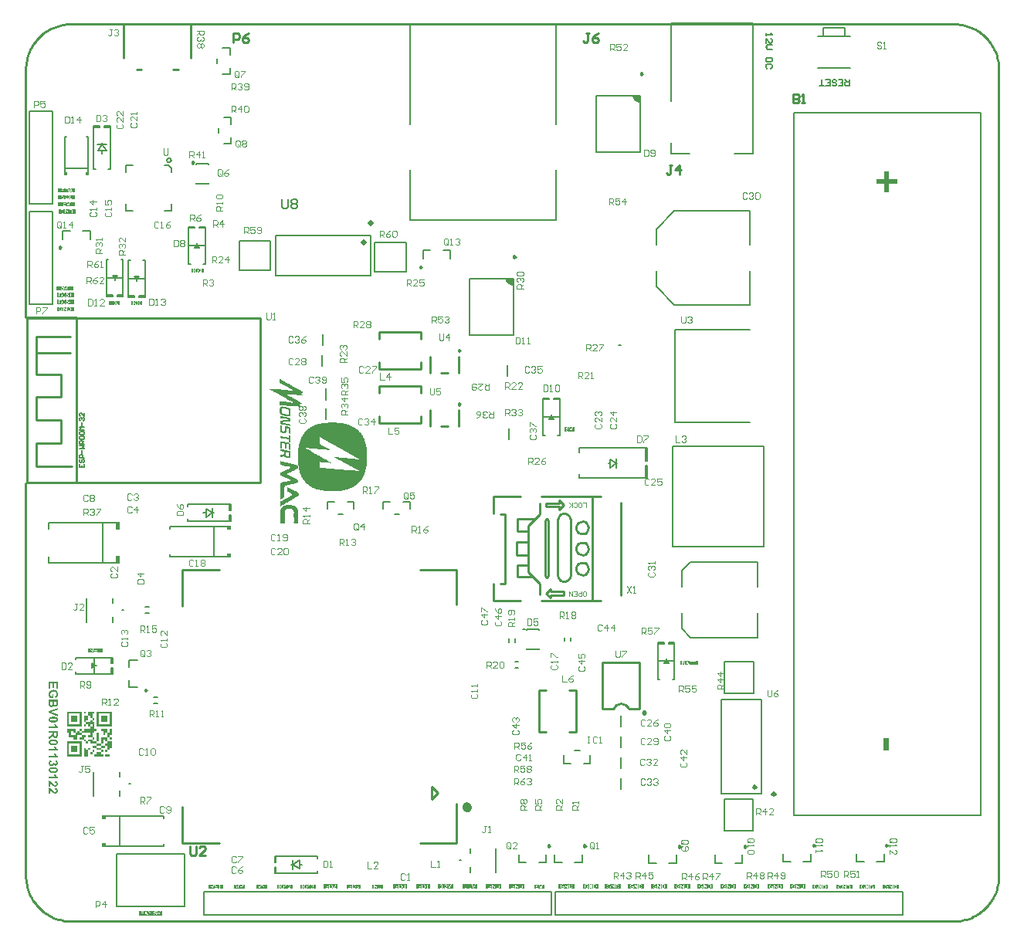
<source format=gto>
G04*
G04 #@! TF.GenerationSoftware,Altium Limited,Altium Designer,21.6.4 (81)*
G04*
G04 Layer_Color=65535*
%FSLAX25Y25*%
%MOIN*%
G70*
G04*
G04 #@! TF.SameCoordinates,94B67592-C5F0-476C-964B-405C66203207*
G04*
G04*
G04 #@! TF.FilePolarity,Positive*
G04*
G01*
G75*
%ADD10C,0.00500*%
%ADD11C,0.01000*%
%ADD12C,0.01181*%
%ADD13C,0.01968*%
%ADD14C,0.00984*%
%ADD15C,0.00787*%
%ADD16C,0.00591*%
%ADD17C,0.00600*%
%ADD18C,0.00394*%
G36*
X265319Y354000D02*
X263819D01*
X262319Y355500D01*
Y356705D01*
X265319D01*
Y354000D01*
D02*
G37*
G36*
X27423Y322320D02*
X25937D01*
Y323520D01*
X27423D01*
Y322320D01*
D02*
G37*
G36*
X18063D02*
X16577D01*
Y323520D01*
X18063D01*
Y322320D01*
D02*
G37*
G36*
X210500Y275000D02*
X209000D01*
X207500Y276500D01*
Y277705D01*
X210500D01*
Y275000D01*
D02*
G37*
G36*
X109920Y234287D02*
X110244Y234060D01*
X111120Y233606D01*
X111217Y233509D01*
X111444Y233412D01*
X111509Y233380D01*
X111736Y233217D01*
X112222Y232958D01*
X112773Y232666D01*
X112838Y232601D01*
X113389Y232310D01*
X113811Y232083D01*
X114038Y231921D01*
X114167Y231888D01*
X114459Y231726D01*
X114524Y231661D01*
X115010Y231402D01*
X115075Y231337D01*
X115626Y231045D01*
X115983Y230851D01*
X116275Y230656D01*
X116566Y230494D01*
X116631Y230429D01*
X116923Y230299D01*
X117215Y230137D01*
X117409Y230008D01*
X117701Y229845D01*
X117896Y229716D01*
X118187Y229554D01*
X118252Y229489D01*
X118317Y229456D01*
X118868Y229165D01*
X118998Y229035D01*
X119257Y228938D01*
X119436Y228792D01*
X119841Y228549D01*
X119890Y228500D01*
X119857Y228435D01*
X119533Y228403D01*
X119403Y228370D01*
X119338Y228208D01*
X119306Y228046D01*
X119160Y227997D01*
X118852Y228143D01*
X118820Y228046D01*
X118852Y227819D01*
X118901Y227771D01*
X119128Y227673D01*
X119355Y227641D01*
X119663Y227592D01*
X119776Y227511D01*
X119792Y227430D01*
X119711Y227349D01*
X119193Y227317D01*
X117490Y227365D01*
X116777Y227398D01*
X116064Y227463D01*
X115772Y227495D01*
X115253Y227527D01*
X114929Y227560D01*
X114151Y227592D01*
X113827Y227625D01*
X113405Y227690D01*
X113130Y227706D01*
X113049Y227625D01*
X113081Y227430D01*
X113227Y227284D01*
X113292Y227252D01*
X113713Y227025D01*
X114329Y226701D01*
X114816Y226441D01*
X115010Y226312D01*
X115983Y225793D01*
X116048Y225728D01*
X116112Y225696D01*
X116534Y225469D01*
X116599Y225404D01*
X116664Y225371D01*
X116891Y225274D01*
X117118Y225144D01*
X117182Y225080D01*
X117604Y224853D01*
X117798Y224723D01*
X118090Y224561D01*
X118155Y224496D01*
X118220Y224464D01*
X118512Y224334D01*
X118674Y224237D01*
X118722Y224188D01*
X118755Y224123D01*
X118836Y224042D01*
X119128Y223912D01*
X119290Y223815D01*
X119306Y223734D01*
X119160Y223685D01*
X118771Y223653D01*
X118722Y223702D01*
X118706Y223912D01*
X118577Y223945D01*
X118285Y223912D01*
X118269Y223864D01*
X118431Y223637D01*
X118512Y223556D01*
X118658Y223475D01*
X118625Y223215D01*
X118512Y223102D01*
X118447Y223069D01*
X118204Y222826D01*
X118252Y222778D01*
X118382Y222745D01*
X118901Y222713D01*
X118966Y222648D01*
X119257Y222486D01*
X119274Y222437D01*
X119225Y222389D01*
X119095Y222356D01*
X118301Y222340D01*
X117944Y222372D01*
X117361Y222405D01*
X116745Y222437D01*
X115707Y222502D01*
X115351Y222534D01*
X114767Y222567D01*
X114475Y222599D01*
X114362Y222616D01*
X114264Y222583D01*
X113794Y222632D01*
X113438Y222664D01*
X113016Y222697D01*
X112757Y222729D01*
X112433Y222761D01*
X112141Y222794D01*
X111881Y222826D01*
X111557Y222859D01*
X111006Y222891D01*
X110585Y222923D01*
X109839Y222956D01*
X109742Y223021D01*
X109677Y223183D01*
X109661Y224464D01*
X109693Y224593D01*
X109725Y224658D01*
X109888Y224723D01*
X110309Y224691D01*
X110406Y224658D01*
X110795Y224593D01*
X111201Y224545D01*
X111638Y224496D01*
X111768Y224464D01*
X112092Y224431D01*
X112222Y224399D01*
X112805Y224366D01*
X112903Y224334D01*
X113211Y224285D01*
X113389Y224269D01*
X113421D01*
X113551Y224237D01*
X113956Y224188D01*
X114151Y224155D01*
X114475Y224091D01*
X114913Y224042D01*
X115043Y224010D01*
X115253Y224058D01*
X115318Y224220D01*
X115172Y224399D01*
X114816Y224593D01*
X114589Y224723D01*
X114427Y224788D01*
X114070Y224982D01*
X113648Y225209D01*
X113454Y225339D01*
X112481Y225858D01*
X112060Y226085D01*
X111865Y226214D01*
X111379Y226474D01*
X111184Y226603D01*
X110698Y226863D01*
X109855Y227317D01*
X109628Y227479D01*
X109417Y227560D01*
X109158Y227722D01*
X108947Y227835D01*
X108656Y227997D01*
X108558Y228095D01*
X108347Y228176D01*
X108234Y228224D01*
X107910Y228451D01*
X107780Y228484D01*
X107553Y228613D01*
X107488Y228678D01*
X107423Y228711D01*
X107002Y228938D01*
X106807Y229067D01*
X106678Y229100D01*
X106370Y229311D01*
X105916Y229538D01*
X105673Y229683D01*
X105446Y229813D01*
X105365Y229894D01*
X105397Y229991D01*
X105446Y230040D01*
X105673Y230072D01*
X106078Y230024D01*
X106402Y229991D01*
X107440Y229927D01*
X107602Y229894D01*
X107796Y229862D01*
X108412Y229829D01*
X108737Y229797D01*
X109093Y229765D01*
X109547Y229732D01*
X110990Y229651D01*
X111217Y229619D01*
X111346Y229586D01*
X111995Y229554D01*
X112092Y229521D01*
X112416Y229489D01*
X112643Y229456D01*
X113211Y229408D01*
X113794Y229375D01*
X114248Y229343D01*
X114832Y229246D01*
X115172Y229229D01*
X115318Y229311D01*
X115351Y229440D01*
X115237Y229651D01*
X115075Y229716D01*
X114864Y229797D01*
X114702Y229862D01*
X114459Y230008D01*
X114297Y230072D01*
X113940Y230267D01*
X112805Y230851D01*
X111703Y231434D01*
X110957Y231823D01*
X110731Y231921D01*
X110503Y232050D01*
X110309Y232180D01*
X110098Y232261D01*
X109839Y232423D01*
X109790Y232472D01*
X109725Y232504D01*
X109677Y232553D01*
X109612Y232715D01*
X109628Y233477D01*
X109612Y234206D01*
X109725Y234320D01*
X109920Y234287D01*
D02*
G37*
G36*
X111444Y222356D02*
X111606Y222291D01*
X111995Y222227D01*
X112368Y222178D01*
X112757Y222113D01*
X113016Y222048D01*
X113470Y221886D01*
X113567Y221854D01*
X113584Y221837D01*
X113648Y221805D01*
X113843Y221675D01*
X113908Y221643D01*
X114151Y221400D01*
X114183Y221335D01*
X114281Y221173D01*
X114346Y221011D01*
X114394Y220800D01*
X114427Y220638D01*
X114443Y220006D01*
X114410Y219908D01*
X114443Y219681D01*
X114410Y218968D01*
X114378Y218871D01*
X114297Y218660D01*
X114102Y218336D01*
X114038Y218303D01*
X113875Y218239D01*
X113746Y218206D01*
X112481Y218239D01*
X112384Y218271D01*
X111930Y218303D01*
X111768Y218368D01*
X111557Y218417D01*
X111168Y218514D01*
X110844Y218579D01*
X110714Y218612D01*
X110520Y218741D01*
X110260Y218903D01*
X110098Y219033D01*
X110066Y219098D01*
X110001Y219163D01*
X109807Y219584D01*
X109742Y219811D01*
X109709Y220330D01*
X109742Y221627D01*
X109936Y221983D01*
X110082Y222162D01*
X110179Y222259D01*
X110244Y222291D01*
X110406Y222356D01*
X110536Y222389D01*
X111444Y222356D01*
D02*
G37*
G36*
X110309Y218271D02*
X110374Y218206D01*
X110585Y218158D01*
X110909Y218125D01*
X111217Y218076D01*
X111379Y218012D01*
X111590Y217963D01*
X111719Y217931D01*
X111881Y217898D01*
X112141Y217866D01*
X112465Y217833D01*
X112660Y217801D01*
X112789Y217769D01*
X112951Y217736D01*
X113130Y217688D01*
X113259Y217655D01*
X113486Y217590D01*
X113794Y217542D01*
X114005Y217460D01*
X114216Y217250D01*
X114248Y217185D01*
X114313Y217023D01*
X114281Y216180D01*
X114200Y216066D01*
X114135Y216034D01*
X113973Y215969D01*
X113503Y215920D01*
X113340Y215888D01*
X112903Y215839D01*
X112303Y215791D01*
X111395Y215726D01*
X111201Y215693D01*
X111038Y215629D01*
X110941Y215564D01*
X110974Y215434D01*
X111022Y215386D01*
X111184Y215321D01*
X111411Y215288D01*
X111541Y215256D01*
X111622Y215240D01*
X111638Y215223D01*
X111865Y215191D01*
X111962Y215159D01*
X112352Y215094D01*
X112724Y215045D01*
X112854Y215013D01*
X113049Y214980D01*
X113405Y214915D01*
X113567Y214851D01*
X113746Y214802D01*
X114135Y214770D01*
X114313Y214624D01*
X114346Y214494D01*
X114313Y214072D01*
X114264Y214024D01*
X113973Y214056D01*
X113908Y214121D01*
X113681Y214186D01*
X113486Y214154D01*
X113389Y214186D01*
X112887Y214235D01*
X112757Y214267D01*
X112595Y214299D01*
X111817Y214429D01*
X111557Y214461D01*
X111266Y214494D01*
X111071Y214526D01*
X110779Y214559D01*
X110650Y214591D01*
X110374Y214737D01*
X110309Y214770D01*
X110082Y214899D01*
X110001Y214980D01*
X109969Y215045D01*
X109904Y215207D01*
X109871Y215337D01*
X109904Y216018D01*
X110066Y216245D01*
X110115Y216293D01*
X110325Y216342D01*
X110585Y216374D01*
X111363Y216439D01*
X111687Y216472D01*
X112643Y216520D01*
X113195Y216553D01*
X113421Y216682D01*
X113470Y216731D01*
X113438Y216861D01*
X113389Y216909D01*
X113162Y216974D01*
X113032Y217007D01*
X112497Y217055D01*
X112076Y217120D01*
X111881Y217153D01*
X111719Y217185D01*
X111298Y217250D01*
X111038Y217282D01*
X110617Y217347D01*
X110455Y217379D01*
X110131Y217412D01*
X109969Y217509D01*
X109936Y217574D01*
X109871Y217736D01*
X109839Y217931D01*
X109871Y218028D01*
X109904Y218158D01*
X110017Y218303D01*
X110309Y218271D01*
D02*
G37*
G36*
X110471Y214218D02*
X110520Y214170D01*
X110552Y214105D01*
X110617Y214040D01*
X110650Y213910D01*
X110601Y213667D01*
X110585Y213197D01*
X110617Y213100D01*
X110585Y212322D01*
X110617Y212224D01*
X110666Y212046D01*
X110795Y211916D01*
X110860Y211884D01*
X110957Y211787D01*
X111022Y211754D01*
X111087Y211689D01*
X111346Y211625D01*
X111638Y211787D01*
X111752Y211900D01*
X111784Y211965D01*
X111849Y212127D01*
X111817Y212646D01*
X111849Y213359D01*
X112011Y213651D01*
X112092Y213732D01*
X112254Y213797D01*
X112384Y213829D01*
X112611Y213862D01*
X113162Y213829D01*
X113259Y213797D01*
X113470Y213748D01*
X113730Y213586D01*
X113924Y213456D01*
X114183Y213197D01*
X114216Y213132D01*
X114281Y212970D01*
X114313Y211868D01*
X114297Y211236D01*
X114329Y211073D01*
X114346Y210863D01*
X114264Y210717D01*
X114135Y210684D01*
X113875Y210717D01*
X113762Y210830D01*
X113730Y210960D01*
X113697Y212614D01*
X113567Y212841D01*
X113519Y212889D01*
X113454Y212922D01*
X113259Y213051D01*
X113130Y213084D01*
X112838Y213051D01*
X112692Y212970D01*
X112660Y212905D01*
X112562Y212678D01*
X112530Y212354D01*
X112546Y211657D01*
X112514Y211495D01*
X112416Y211236D01*
X112319Y211073D01*
X112254Y211041D01*
X112189Y210976D01*
X112125Y210944D01*
X111898Y210846D01*
X111768Y210814D01*
X111314Y210846D01*
X111217Y210879D01*
X111022Y210911D01*
X111006Y210928D01*
X110876Y210960D01*
X110617Y211057D01*
X110358Y211219D01*
X110131Y211446D01*
X110098Y211511D01*
X110033Y211576D01*
X109936Y211803D01*
X109904Y211933D01*
X109871Y212257D01*
X109888Y212468D01*
X109871Y212905D01*
X109904Y213003D01*
X109871Y213910D01*
X109904Y214267D01*
X109985Y214348D01*
X110179Y214381D01*
X110471Y214218D01*
D02*
G37*
G36*
X114135Y210036D02*
X114313Y209890D01*
X114297Y209517D01*
X114329Y207313D01*
X114346Y207199D01*
X114248Y207037D01*
X114038Y206956D01*
X113859Y207005D01*
X113794Y207069D01*
X113762Y207296D01*
Y207815D01*
Y207847D01*
X113730Y207945D01*
X113697Y208074D01*
X113616Y208188D01*
X113454Y208253D01*
X113324Y208285D01*
X113000Y208318D01*
X112611Y208350D01*
X112514Y208383D01*
X112384Y208415D01*
X112157Y208447D01*
X111881Y208496D01*
X111703Y208545D01*
X111233Y208593D01*
X111071Y208626D01*
X110779Y208658D01*
X110585Y208691D01*
X110455Y208723D01*
X110196Y208755D01*
X110033Y208820D01*
X109904Y208950D01*
X109871Y209177D01*
X109904Y209501D01*
X110017Y209614D01*
X110147Y209647D01*
X110568Y209485D01*
X111006Y209436D01*
X111395Y209371D01*
X111557Y209339D01*
X111687Y209307D01*
X112011Y209242D01*
X112141Y209209D01*
X112303Y209177D01*
X112887Y209080D01*
X113049Y209047D01*
X113178Y209015D01*
X113519Y208998D01*
X113681Y209096D01*
X113730Y209242D01*
X113762Y209371D01*
X113730Y209728D01*
X113697Y209825D01*
X113730Y209955D01*
X113811Y210036D01*
X113940Y210068D01*
X114135Y210036D01*
D02*
G37*
G36*
X110698Y207345D02*
X110909Y207296D01*
X111071Y207264D01*
X111460Y207199D01*
X111590Y207167D01*
X111784Y207134D01*
X111946Y207102D01*
X112076Y207069D01*
X112254Y207021D01*
X112481Y206988D01*
X112854Y206940D01*
X113243Y206842D01*
X113535Y206810D01*
X113665Y206778D01*
X113924Y206615D01*
X114151Y206324D01*
X114281Y206194D01*
X114313Y205999D01*
X114281Y205902D01*
X114297Y205011D01*
X114281Y204378D01*
X114313Y204281D01*
X114281Y203827D01*
X114200Y203746D01*
X114038Y203714D01*
X113827Y203860D01*
X113730Y204087D01*
X113762Y204994D01*
X113730Y205902D01*
X113584Y206081D01*
X113113Y206162D01*
X112984Y206194D01*
X112773Y206210D01*
X112611Y206113D01*
X112562Y206064D01*
X112497Y205805D01*
X112530Y205092D01*
X112514Y204719D01*
X112530Y204346D01*
X112384Y204200D01*
X112206Y204184D01*
X112044Y204216D01*
X111881Y204314D01*
X111817Y204476D01*
X111849Y204703D01*
X111817Y206194D01*
X111703Y206340D01*
X111541Y206405D01*
X111233Y206453D01*
X110795Y206470D01*
X110617Y206324D01*
X110585Y206194D01*
Y205675D01*
Y205643D01*
X110601Y204589D01*
X110568Y204460D01*
X110471Y204362D01*
X110277Y204330D01*
X109985Y204492D01*
X109936Y204540D01*
X109871Y204703D01*
X109904Y205513D01*
X109936Y207102D01*
X110082Y207280D01*
X110244Y207345D01*
X110568Y207377D01*
X110698Y207345D01*
D02*
G37*
G36*
X110374Y203908D02*
X110536Y203843D01*
X111136Y203795D01*
X111298Y203762D01*
X111492Y203730D01*
X111752Y203665D01*
X112027Y203584D01*
X112157Y203552D01*
X112497Y203503D01*
X112887Y203438D01*
X113016Y203406D01*
X113195Y203357D01*
X113324Y203325D01*
X113616Y203260D01*
X113713Y203227D01*
X114038Y203195D01*
X114167Y203163D01*
X114281Y203049D01*
X114313Y202920D01*
X114281Y202012D01*
X114313Y201817D01*
X114281Y201720D01*
X114248Y200682D01*
X114183Y200520D01*
X114054Y200293D01*
X113875Y200212D01*
X113746Y200180D01*
X113519Y200147D01*
X113016Y200196D01*
X112822Y200229D01*
X112562Y200293D01*
X112287Y200439D01*
X112108Y200585D01*
X111768Y200925D01*
X111622Y200942D01*
X111460Y200877D01*
X111249Y200796D01*
X110487Y200682D01*
X110212Y200569D01*
X110017Y200601D01*
X109936Y200650D01*
X109904Y200780D01*
X109871Y201104D01*
X109920Y201282D01*
X110001Y201396D01*
X110179Y201477D01*
X110309Y201509D01*
X110617Y201558D01*
X110779Y201590D01*
X110974Y201623D01*
X111266Y201655D01*
X111395Y201687D01*
X111444Y201736D01*
X111492Y201752D01*
X111557Y201914D01*
X111622Y202141D01*
X111590Y202757D01*
X111444Y202936D01*
X111184Y203000D01*
X110763Y203033D01*
X110633Y203065D01*
X110309Y203130D01*
X110277D01*
X110066Y203179D01*
X109952Y203260D01*
X109871Y203471D01*
X109904Y203795D01*
X109985Y203908D01*
X110115Y203941D01*
X110374Y203908D01*
D02*
G37*
G36*
X133375Y215437D02*
X133925Y215429D01*
X133951Y215420D01*
X134253Y215407D01*
X134410Y215398D01*
X134654Y215381D01*
X134995Y215354D01*
X135257Y215328D01*
X135335Y215319D01*
X135510Y215302D01*
X135589Y215293D01*
X135658Y215284D01*
X135776Y215271D01*
X135811Y215263D01*
X135929Y215250D01*
X136069Y215232D01*
X136409Y215180D01*
X136462Y215171D01*
X136575Y215154D01*
X136732Y215127D01*
X136776Y215119D01*
X136828Y215110D01*
X136916Y215092D01*
X136968Y215084D01*
X137012Y215075D01*
X137064Y215066D01*
X137108Y215057D01*
X137160Y215049D01*
X137195Y215040D01*
X137282Y215023D01*
X137317Y215014D01*
X137448Y214988D01*
X137483Y214979D01*
X137570Y214962D01*
X137605Y214953D01*
X137649Y214944D01*
X137684Y214935D01*
X137728Y214927D01*
X138042Y214848D01*
X138085Y214839D01*
X138190Y214813D01*
X138238Y214800D01*
X138273Y214791D01*
X138334Y214774D01*
X138369Y214765D01*
X138491Y214730D01*
X138526Y214721D01*
X138588Y214704D01*
X138622Y214695D01*
X138684Y214678D01*
X138911Y214608D01*
X139050Y214564D01*
X139395Y214446D01*
X139570Y214385D01*
X139692Y214342D01*
X139762Y214315D01*
X139805Y214298D01*
X139875Y214272D01*
X139963Y214237D01*
X140032Y214211D01*
X140076Y214193D01*
X140146Y214167D01*
X140190Y214149D01*
X140238Y214128D01*
X140604Y213970D01*
X140971Y213796D01*
X141347Y213604D01*
X141513Y213516D01*
X141696Y213412D01*
X141766Y213368D01*
X141844Y213324D01*
X141966Y213255D01*
X142028Y213211D01*
X142089Y213176D01*
X142141Y213141D01*
X142159Y213132D01*
X142220Y213089D01*
X142237Y213080D01*
X142416Y212962D01*
X142469Y212927D01*
X142621Y212818D01*
X142639Y212809D01*
X142656Y212792D01*
X142674Y212783D01*
X142905Y212613D01*
X142918Y212600D01*
X142936Y212591D01*
X142953Y212574D01*
X142971Y212565D01*
X142997Y212539D01*
X143014Y212530D01*
X143032Y212512D01*
X143049Y212504D01*
X143075Y212477D01*
X143093Y212469D01*
X143110Y212451D01*
X143128Y212443D01*
X143154Y212416D01*
X143171Y212408D01*
X143189Y212390D01*
X143206Y212382D01*
X143241Y212347D01*
X143259Y212338D01*
X143302Y212294D01*
X143320Y212285D01*
X143363Y212242D01*
X143381Y212233D01*
X143425Y212189D01*
X143442Y212181D01*
X143486Y212137D01*
X143503Y212128D01*
X143547Y212085D01*
X143564Y212076D01*
X143652Y211989D01*
X143669Y211980D01*
X143809Y211840D01*
X143826Y211831D01*
X144127Y211530D01*
X144136Y211513D01*
X144311Y211338D01*
X144319Y211321D01*
X144363Y211277D01*
X144372Y211260D01*
X144424Y211207D01*
X144433Y211190D01*
X144477Y211146D01*
X144485Y211129D01*
X144538Y211076D01*
X144546Y211059D01*
X144590Y211015D01*
X144599Y210998D01*
X144642Y210954D01*
X144651Y210936D01*
X144669Y210919D01*
X144677Y210901D01*
X144704Y210875D01*
X144712Y210858D01*
X144730Y210840D01*
X144739Y210823D01*
X144765Y210797D01*
X144773Y210779D01*
X144791Y210762D01*
X144800Y210744D01*
X144826Y210718D01*
X144835Y210701D01*
X144852Y210683D01*
X144861Y210666D01*
X144887Y210640D01*
X144896Y210622D01*
X144913Y210605D01*
X144922Y210587D01*
X144948Y210561D01*
X144957Y210544D01*
X145088Y210360D01*
X145097Y210343D01*
X145114Y210325D01*
X145123Y210308D01*
X145166Y210247D01*
X145175Y210229D01*
X145193Y210212D01*
X145201Y210194D01*
X145262Y210107D01*
X145271Y210090D01*
X145332Y209994D01*
X145341Y209976D01*
X145376Y209924D01*
X145385Y209906D01*
X145420Y209854D01*
X145428Y209836D01*
X145463Y209784D01*
X145472Y209767D01*
X145507Y209714D01*
X145516Y209697D01*
X145551Y209636D01*
X145603Y209540D01*
X145690Y209382D01*
X145743Y209286D01*
X146022Y208719D01*
X146048Y208658D01*
X146066Y208614D01*
X146144Y208431D01*
X146162Y208387D01*
X146214Y208265D01*
X146249Y208177D01*
X146350Y207902D01*
X146419Y207710D01*
X146450Y207610D01*
X146572Y207226D01*
X146729Y206676D01*
X146860Y206152D01*
X146873Y206095D01*
X146882Y206051D01*
X146891Y206016D01*
X146899Y205973D01*
X146908Y205938D01*
X146917Y205894D01*
X146926Y205859D01*
X146934Y205816D01*
X146952Y205746D01*
X146961Y205702D01*
X146969Y205667D01*
X146978Y205624D01*
X146987Y205571D01*
X147057Y205222D01*
X147065Y205170D01*
X147083Y205082D01*
X147170Y204558D01*
X147253Y203952D01*
X147262Y203917D01*
X147275Y203790D01*
X147292Y203650D01*
X147301Y203572D01*
X147310Y203502D01*
X147319Y203423D01*
X147327Y203336D01*
X147336Y203240D01*
X147345Y203153D01*
X147353Y203057D01*
X147362Y202969D01*
X147371Y202873D01*
X147380Y202760D01*
X147397Y202515D01*
X147406Y202402D01*
X147415Y202280D01*
X147441Y201738D01*
X147454Y201201D01*
X147463Y200983D01*
X147454Y199900D01*
X147445Y199874D01*
X147432Y199477D01*
X147423Y199276D01*
X147415Y199136D01*
X147388Y198770D01*
X147371Y198551D01*
X147345Y198263D01*
X147336Y198176D01*
X147327Y198080D01*
X147310Y197923D01*
X147292Y197783D01*
X147284Y197705D01*
X147275Y197635D01*
X147266Y197556D01*
X147249Y197416D01*
X147231Y197303D01*
X147170Y196884D01*
X147126Y196622D01*
X147118Y196578D01*
X147092Y196421D01*
X147083Y196378D01*
X147065Y196273D01*
X147030Y196098D01*
X147022Y196063D01*
X146952Y195714D01*
X146943Y195679D01*
X146934Y195635D01*
X146908Y195531D01*
X146899Y195487D01*
X146873Y195382D01*
X146865Y195338D01*
X146838Y195234D01*
X146830Y195190D01*
X146795Y195050D01*
X146782Y195002D01*
X146773Y194967D01*
X146755Y194906D01*
X146738Y194836D01*
X146721Y194775D01*
X146703Y194705D01*
X146686Y194644D01*
X146677Y194609D01*
X146659Y194548D01*
X146581Y194286D01*
X146546Y194173D01*
X146520Y194086D01*
X146306Y193461D01*
X146288Y193418D01*
X146262Y193348D01*
X146245Y193304D01*
X146219Y193234D01*
X146201Y193191D01*
X146149Y193051D01*
X146096Y192920D01*
X145895Y192457D01*
X145878Y192414D01*
X145795Y192243D01*
X145690Y192025D01*
X145594Y191842D01*
X145455Y191580D01*
X145411Y191501D01*
X145367Y191431D01*
X145324Y191353D01*
X145280Y191283D01*
X145271Y191265D01*
X145228Y191196D01*
X145219Y191178D01*
X145175Y191108D01*
X145166Y191091D01*
X145123Y191030D01*
X145114Y191012D01*
X145070Y190951D01*
X145062Y190934D01*
X145018Y190873D01*
X145009Y190855D01*
X144966Y190794D01*
X144957Y190777D01*
X144913Y190715D01*
X144904Y190698D01*
X144861Y190637D01*
X144852Y190619D01*
X144835Y190602D01*
X144826Y190584D01*
X144808Y190567D01*
X144800Y190550D01*
X144782Y190532D01*
X144773Y190515D01*
X144756Y190497D01*
X144747Y190480D01*
X144730Y190462D01*
X144721Y190445D01*
X144704Y190427D01*
X144695Y190410D01*
X144677Y190392D01*
X144669Y190375D01*
X144651Y190357D01*
X144642Y190340D01*
X144625Y190322D01*
X144616Y190305D01*
X144599Y190288D01*
X144590Y190270D01*
X144573Y190253D01*
X144564Y190235D01*
X144529Y190200D01*
X144520Y190183D01*
X144485Y190148D01*
X144477Y190130D01*
X144450Y190104D01*
X144442Y190087D01*
X144407Y190052D01*
X144398Y190034D01*
X144354Y189991D01*
X144346Y189973D01*
X144293Y189921D01*
X144285Y189903D01*
X144232Y189851D01*
X144223Y189834D01*
X144136Y189746D01*
X144127Y189729D01*
X143652Y189253D01*
X143634Y189244D01*
X143538Y189148D01*
X143521Y189139D01*
X143468Y189087D01*
X143451Y189078D01*
X143390Y189017D01*
X143372Y189008D01*
X143328Y188965D01*
X143311Y188956D01*
X143276Y188921D01*
X143259Y188912D01*
X143224Y188877D01*
X143206Y188869D01*
X143171Y188834D01*
X143154Y188825D01*
X143119Y188790D01*
X143102Y188781D01*
X143084Y188764D01*
X143067Y188755D01*
X143040Y188729D01*
X143023Y188720D01*
X143006Y188703D01*
X142988Y188694D01*
X142962Y188668D01*
X142944Y188659D01*
X142927Y188642D01*
X142909Y188633D01*
X142883Y188607D01*
X142866Y188598D01*
X142848Y188581D01*
X142831Y188572D01*
X142722Y188489D01*
X142569Y188380D01*
X142552Y188371D01*
X142534Y188354D01*
X142517Y188345D01*
X142455Y188301D01*
X142438Y188293D01*
X142420Y188275D01*
X142403Y188266D01*
X142351Y188231D01*
X142333Y188223D01*
X142272Y188179D01*
X142255Y188170D01*
X142193Y188127D01*
X142176Y188118D01*
X142124Y188083D01*
X142106Y188074D01*
X142054Y188039D01*
X142036Y188031D01*
X141984Y187996D01*
X141966Y187987D01*
X141914Y187952D01*
X141897Y187943D01*
X141835Y187908D01*
X141766Y187865D01*
X141687Y187821D01*
X141626Y187786D01*
X141469Y187699D01*
X141373Y187646D01*
X141189Y187550D01*
X140744Y187332D01*
X140613Y187271D01*
X140456Y187201D01*
X140395Y187175D01*
X140316Y187140D01*
X140273Y187123D01*
X140211Y187096D01*
X140168Y187079D01*
X140107Y187053D01*
X139932Y186983D01*
X139875Y186961D01*
X139788Y186926D01*
X139718Y186900D01*
X139526Y186830D01*
X139378Y186778D01*
X139042Y186669D01*
X138876Y186616D01*
X138614Y186538D01*
X138553Y186520D01*
X138518Y186511D01*
X138396Y186477D01*
X138361Y186468D01*
X138299Y186450D01*
X138090Y186398D01*
X138029Y186380D01*
X137994Y186372D01*
X137937Y186359D01*
X137832Y186332D01*
X137789Y186324D01*
X137719Y186306D01*
X137675Y186298D01*
X137640Y186289D01*
X137553Y186271D01*
X137518Y186263D01*
X137474Y186254D01*
X137439Y186245D01*
X137352Y186228D01*
X137300Y186219D01*
X137125Y186184D01*
X137073Y186175D01*
X137029Y186167D01*
X136977Y186158D01*
X136933Y186149D01*
X136671Y186105D01*
X136558Y186088D01*
X136195Y186040D01*
X136160Y186031D01*
X136042Y186018D01*
X135833Y185992D01*
X135746Y185983D01*
X135667Y185974D01*
X135580Y185966D01*
X135501Y185957D01*
X135414Y185948D01*
X135030Y185913D01*
X134925Y185905D01*
X134803Y185896D01*
X134689Y185887D01*
X134567Y185878D01*
X134427Y185870D01*
X134279Y185861D01*
X134122Y185852D01*
X133938Y185844D01*
X133729Y185835D01*
X133484Y185826D01*
X133161Y185817D01*
X132100Y185813D01*
X132074Y185822D01*
X131323Y185830D01*
X131297Y185839D01*
X130939Y185848D01*
X130913Y185857D01*
X130621Y185870D01*
X130254Y185896D01*
X130140Y185905D01*
X130035Y185913D01*
X129555Y185957D01*
X129084Y186009D01*
X129014Y186018D01*
X128896Y186031D01*
X128861Y186040D01*
X128752Y186053D01*
X128634Y186066D01*
X128599Y186075D01*
X128499Y186088D01*
X128446Y186097D01*
X128106Y186149D01*
X127896Y186184D01*
X127853Y186193D01*
X127748Y186210D01*
X127704Y186219D01*
X127652Y186228D01*
X127608Y186236D01*
X127556Y186245D01*
X127076Y186341D01*
X127041Y186350D01*
X126997Y186359D01*
X126927Y186376D01*
X126884Y186385D01*
X126814Y186402D01*
X126770Y186411D01*
X126735Y186420D01*
X126691Y186428D01*
X126622Y186446D01*
X126578Y186455D01*
X126508Y186472D01*
X126460Y186485D01*
X126251Y186538D01*
X126189Y186555D01*
X126085Y186581D01*
X125901Y186634D01*
X125814Y186660D01*
X125631Y186712D01*
X125334Y186808D01*
X125094Y186891D01*
X124998Y186926D01*
X124875Y186970D01*
X124683Y187040D01*
X124596Y187074D01*
X124522Y187105D01*
X124304Y187192D01*
X124242Y187219D01*
X124146Y187262D01*
X124068Y187297D01*
X123972Y187341D01*
X123893Y187376D01*
X123361Y187646D01*
X123282Y187690D01*
X123221Y187725D01*
X123142Y187769D01*
X123020Y187838D01*
X122968Y187873D01*
X122950Y187882D01*
X122889Y187926D01*
X122828Y187961D01*
X122623Y188096D01*
X122571Y188131D01*
X122557Y188144D01*
X122540Y188153D01*
X122247Y188367D01*
X122234Y188380D01*
X122217Y188389D01*
X122191Y188415D01*
X122173Y188424D01*
X122147Y188450D01*
X122130Y188458D01*
X122095Y188493D01*
X122077Y188502D01*
X122051Y188528D01*
X122034Y188537D01*
X122007Y188563D01*
X121990Y188572D01*
X121938Y188624D01*
X121920Y188633D01*
X121841Y188712D01*
X121824Y188720D01*
X121745Y188799D01*
X121728Y188808D01*
X121510Y189026D01*
X121492Y189035D01*
X121069Y189458D01*
X121060Y189476D01*
X120859Y189676D01*
X120851Y189694D01*
X120728Y189816D01*
X120720Y189834D01*
X120641Y189912D01*
X120632Y189930D01*
X120562Y189999D01*
X120554Y190017D01*
X120501Y190069D01*
X120492Y190087D01*
X120449Y190130D01*
X120440Y190148D01*
X120405Y190183D01*
X120396Y190200D01*
X120353Y190244D01*
X120344Y190261D01*
X120309Y190296D01*
X120300Y190314D01*
X120274Y190340D01*
X120265Y190357D01*
X120239Y190384D01*
X120231Y190401D01*
X120204Y190427D01*
X120196Y190445D01*
X120169Y190471D01*
X120161Y190488D01*
X120134Y190515D01*
X120126Y190532D01*
X120108Y190550D01*
X120100Y190567D01*
X120082Y190584D01*
X120073Y190602D01*
X120056Y190619D01*
X120047Y190637D01*
X119964Y190746D01*
X119929Y190798D01*
X119899Y190838D01*
X119890Y190855D01*
X119846Y190916D01*
X119838Y190934D01*
X119776Y191021D01*
X119768Y191038D01*
X119733Y191091D01*
X119724Y191108D01*
X119681Y191169D01*
X119646Y191230D01*
X119602Y191300D01*
X119593Y191318D01*
X119550Y191388D01*
X119541Y191405D01*
X119506Y191466D01*
X119419Y191623D01*
X119349Y191754D01*
X119096Y192270D01*
X119043Y192383D01*
X118973Y192540D01*
X118869Y192785D01*
X118851Y192828D01*
X118825Y192889D01*
X118807Y192933D01*
X118781Y192994D01*
X118729Y193125D01*
X118707Y193182D01*
X118681Y193252D01*
X118663Y193295D01*
X118611Y193435D01*
X118576Y193540D01*
X118572Y193544D01*
X118559Y193592D01*
X118541Y193636D01*
X118458Y193894D01*
X118423Y194007D01*
X118397Y194094D01*
X118362Y194208D01*
X118327Y194330D01*
X118318Y194365D01*
X118301Y194426D01*
X118292Y194461D01*
X118275Y194522D01*
X118266Y194557D01*
X118249Y194618D01*
X118179Y194898D01*
X118166Y194954D01*
X118131Y195094D01*
X118122Y195138D01*
X118113Y195173D01*
X118096Y195260D01*
X118087Y195295D01*
X118078Y195338D01*
X118070Y195373D01*
X118052Y195461D01*
X118043Y195496D01*
X118000Y195714D01*
X117991Y195766D01*
X117947Y195985D01*
X117886Y196351D01*
X117877Y196395D01*
X117869Y196447D01*
X117851Y196561D01*
X117816Y196797D01*
X117786Y197037D01*
X117777Y197072D01*
X117751Y197307D01*
X117742Y197342D01*
X117729Y197460D01*
X117720Y197547D01*
X117685Y197862D01*
X117677Y197949D01*
X117659Y198141D01*
X117650Y198246D01*
X117633Y198438D01*
X117598Y198927D01*
X117572Y199398D01*
X117563Y199617D01*
X117554Y199852D01*
X117546Y200193D01*
X117541Y201446D01*
X117550Y201472D01*
X117559Y202013D01*
X117568Y202040D01*
X117581Y202367D01*
X117589Y202542D01*
X117607Y202786D01*
X117624Y203039D01*
X117633Y203144D01*
X117659Y203432D01*
X117668Y203537D01*
X117677Y203615D01*
X117685Y203703D01*
X117742Y204214D01*
X117751Y204248D01*
X117781Y204497D01*
X117799Y204611D01*
X117825Y204785D01*
X117860Y205012D01*
X117877Y205117D01*
X117886Y205161D01*
X117904Y205266D01*
X117912Y205309D01*
X117930Y205414D01*
X118035Y205938D01*
X118052Y206008D01*
X118061Y206051D01*
X118078Y206121D01*
X118087Y206165D01*
X118096Y206200D01*
X118105Y206243D01*
X118122Y206313D01*
X118131Y206357D01*
X118140Y206392D01*
X118153Y206440D01*
X118187Y206580D01*
X118205Y206641D01*
X118240Y206781D01*
X118266Y206868D01*
X118283Y206929D01*
X118310Y207016D01*
X118327Y207077D01*
X118353Y207165D01*
X118515Y207641D01*
X118594Y207850D01*
X118628Y207946D01*
X118646Y207990D01*
X118703Y208125D01*
X118729Y208186D01*
X118746Y208230D01*
X118772Y208291D01*
X118790Y208335D01*
X118842Y208457D01*
X118860Y208501D01*
X118930Y208649D01*
X119052Y208911D01*
X119314Y209426D01*
X119392Y209574D01*
X119462Y209697D01*
X119506Y209767D01*
X119558Y209863D01*
X119602Y209932D01*
X119654Y210028D01*
X119689Y210081D01*
X119698Y210098D01*
X119742Y210159D01*
X119750Y210177D01*
X119785Y210229D01*
X119794Y210247D01*
X119838Y210308D01*
X119846Y210325D01*
X119982Y210530D01*
X120017Y210583D01*
X120030Y210596D01*
X120038Y210613D01*
X120296Y210967D01*
X120318Y210998D01*
X120335Y211015D01*
X120344Y211033D01*
X120370Y211059D01*
X120379Y211076D01*
X120405Y211102D01*
X120414Y211120D01*
X120440Y211146D01*
X120449Y211163D01*
X120466Y211181D01*
X120475Y211198D01*
X120501Y211225D01*
X120510Y211242D01*
X120536Y211268D01*
X120545Y211286D01*
X120571Y211312D01*
X120580Y211329D01*
X120615Y211364D01*
X120624Y211382D01*
X120676Y211434D01*
X120685Y211452D01*
X120737Y211504D01*
X120746Y211522D01*
X120807Y211583D01*
X120816Y211600D01*
X120868Y211652D01*
X120877Y211670D01*
X120947Y211740D01*
X120955Y211757D01*
X121243Y212045D01*
X121252Y212063D01*
X121291Y212102D01*
X121309Y212111D01*
X121414Y212216D01*
X121431Y212224D01*
X121536Y212329D01*
X121553Y212338D01*
X121649Y212434D01*
X121667Y212443D01*
X121702Y212477D01*
X121719Y212486D01*
X121754Y212521D01*
X121772Y212530D01*
X121807Y212565D01*
X121824Y212574D01*
X121859Y212609D01*
X121876Y212617D01*
X121911Y212652D01*
X121929Y212661D01*
X121964Y212696D01*
X121981Y212704D01*
X122016Y212739D01*
X122034Y212748D01*
X122051Y212766D01*
X122069Y212774D01*
X122086Y212792D01*
X122103Y212801D01*
X122121Y212818D01*
X122138Y212827D01*
X122164Y212853D01*
X122182Y212862D01*
X122199Y212879D01*
X122217Y212888D01*
X122234Y212905D01*
X122252Y212914D01*
X122269Y212931D01*
X122287Y212940D01*
X122304Y212958D01*
X122322Y212966D01*
X122339Y212984D01*
X122357Y212993D01*
X122374Y213010D01*
X122391Y213019D01*
X122409Y213036D01*
X122426Y213045D01*
X122487Y213089D01*
X122505Y213097D01*
X122566Y213141D01*
X122584Y213150D01*
X122601Y213167D01*
X122618Y213176D01*
X122680Y213220D01*
X122697Y213228D01*
X122758Y213272D01*
X122776Y213281D01*
X122837Y213324D01*
X122898Y213359D01*
X122968Y213403D01*
X122985Y213412D01*
X123055Y213455D01*
X123073Y213464D01*
X123125Y213499D01*
X123142Y213508D01*
X123212Y213551D01*
X123230Y213560D01*
X123308Y213604D01*
X123422Y213665D01*
X123614Y213770D01*
X124129Y214023D01*
X124190Y214049D01*
X124269Y214084D01*
X124574Y214215D01*
X124662Y214250D01*
X124718Y214272D01*
X124762Y214289D01*
X124832Y214315D01*
X124875Y214333D01*
X124945Y214359D01*
X124989Y214376D01*
X125111Y214420D01*
X125604Y214582D01*
X125779Y214634D01*
X125840Y214651D01*
X126015Y214704D01*
X126085Y214721D01*
X126146Y214739D01*
X126286Y214774D01*
X126347Y214791D01*
X126591Y214852D01*
X126648Y214865D01*
X126683Y214874D01*
X126726Y214883D01*
X126761Y214892D01*
X126805Y214900D01*
X126840Y214909D01*
X126884Y214918D01*
X126918Y214927D01*
X126962Y214935D01*
X127032Y214953D01*
X127084Y214962D01*
X127303Y215005D01*
X127355Y215014D01*
X127530Y215049D01*
X128106Y215145D01*
X128224Y215158D01*
X128259Y215167D01*
X128359Y215180D01*
X128669Y215219D01*
X128704Y215228D01*
X128839Y215241D01*
X128918Y215250D01*
X128988Y215258D01*
X129224Y215284D01*
X129800Y215337D01*
X130298Y215372D01*
X130555Y215385D01*
X130695Y215394D01*
X130913Y215402D01*
X130974Y215411D01*
X131703Y215433D01*
X132140Y215442D01*
X133349Y215446D01*
X133375Y215437D01*
D02*
G37*
G36*
X110341Y198818D02*
X110633Y198688D01*
X110860Y198624D01*
X111087Y198591D01*
X111217Y198559D01*
X111492Y198510D01*
X111654Y198478D01*
X112027Y198364D01*
X112287Y198299D01*
X112562Y198251D01*
X112724Y198218D01*
X112984Y198153D01*
X113259Y198073D01*
X113470Y198024D01*
X113600Y197991D01*
X114248Y197862D01*
X114637Y197765D01*
X114913Y197683D01*
X115172Y197619D01*
X115707Y197505D01*
X116096Y197408D01*
X116372Y197327D01*
X116647Y197278D01*
X116809Y197213D01*
X117312Y196938D01*
X117377Y196905D01*
X117507Y196776D01*
X117571Y196743D01*
X117652Y196662D01*
X117685Y196597D01*
X117750Y196435D01*
X117717Y196143D01*
X117555Y195916D01*
X117328Y195689D01*
X117312Y195641D01*
X117247Y195608D01*
X117182Y195544D01*
X116955Y195414D01*
X116891Y195349D01*
X116826Y195317D01*
X116728Y195219D01*
X116323Y195073D01*
X116275Y195025D01*
X116210Y194992D01*
X115918Y194863D01*
X115626Y194701D01*
X115334Y194571D01*
X115043Y194409D01*
X114621Y194214D01*
X114556Y194182D01*
X114297Y194020D01*
X113989Y193906D01*
X113730Y193744D01*
X113551Y193663D01*
X113421Y193631D01*
X113211Y193550D01*
X113097Y193469D01*
X113049Y193323D01*
X113081Y193128D01*
X113130Y193047D01*
X113357Y192950D01*
X113535Y192901D01*
X113713Y192788D01*
X114070Y192626D01*
X114362Y192464D01*
X114718Y192301D01*
X114945Y192172D01*
X115367Y191977D01*
X116307Y191491D01*
X116599Y191361D01*
X116826Y191232D01*
X117053Y191069D01*
X117280Y190940D01*
X117328Y190891D01*
X117361Y190826D01*
X117490Y190697D01*
X117523Y190632D01*
X117652Y190502D01*
X117685Y190437D01*
X117750Y190275D01*
X117717Y190080D01*
X117588Y189854D01*
X117409Y189675D01*
X117182Y189546D01*
X116988Y189416D01*
X116826Y189351D01*
X116566Y189286D01*
X116048Y189124D01*
X115545Y189011D01*
X115415Y188978D01*
X115253Y188946D01*
X115124Y188913D01*
X114962Y188881D01*
X114783Y188832D01*
X114654Y188800D01*
X114427Y188735D01*
X114167Y188670D01*
X113778Y188605D01*
X113648Y188573D01*
X113324Y188476D01*
X113065Y188411D01*
X112838Y188378D01*
X112708Y188346D01*
X112497Y188297D01*
X112335Y188233D01*
X112076Y188070D01*
X111979Y187973D01*
X111946Y187908D01*
X111881Y187844D01*
X111784Y187617D01*
X111752Y187390D01*
X111719Y186968D01*
X111736Y185266D01*
X111719Y184083D01*
X111752Y183985D01*
X111719Y183434D01*
X111574Y183159D01*
X111509Y183126D01*
X111087Y182899D01*
X111022Y182834D01*
X110731Y182705D01*
X110439Y182543D01*
X110309Y182413D01*
X110147Y182348D01*
X110050Y182316D01*
X109904Y182397D01*
X109871Y182526D01*
X109888Y183061D01*
X109871Y188978D01*
X110001Y189205D01*
X110082Y189286D01*
X110147Y189319D01*
X110212Y189383D01*
X110503Y189513D01*
X110812Y189627D01*
X111071Y189724D01*
X111249Y189772D01*
X111574Y189805D01*
X111800Y189837D01*
X111930Y189870D01*
X112303Y189918D01*
X112789Y190016D01*
X113178Y190080D01*
X113292Y190097D01*
X113324D01*
X113454Y190129D01*
X113762Y190178D01*
X114054Y190210D01*
X114167Y190259D01*
X114281Y190372D01*
X114313Y190599D01*
X114183Y190826D01*
X113973Y190907D01*
X113681Y191069D01*
X113454Y191167D01*
X113243Y191248D01*
X113000Y191394D01*
X112822Y191442D01*
X112562Y191540D01*
X112449Y191588D01*
X112092Y191750D01*
X111784Y191864D01*
X111541Y192010D01*
X111363Y192058D01*
X111103Y192156D01*
X111055Y192204D01*
X110990Y192237D01*
X110503Y192496D01*
X110439Y192561D01*
X110374Y192593D01*
X110001Y192869D01*
X109969Y192934D01*
X109839Y193225D01*
X109871Y193452D01*
X110082Y193760D01*
X110147Y193825D01*
X110212Y193858D01*
X110439Y194020D01*
X110503Y194052D01*
X110698Y194182D01*
X110828Y194214D01*
X111120Y194376D01*
X111184Y194441D01*
X111314Y194474D01*
X111411Y194506D01*
X111622Y194587D01*
X111962Y194765D01*
X112368Y194911D01*
X112741Y195090D01*
X113146Y195236D01*
X113421Y195381D01*
X113681Y195479D01*
X114167Y195738D01*
X114248Y195819D01*
X114281Y195884D01*
X114313Y195981D01*
X114281Y196143D01*
X114135Y196289D01*
X113811Y196387D01*
X113681Y196419D01*
X113211Y196468D01*
X112789Y196532D01*
X112595Y196565D01*
X112270Y196630D01*
X111881Y196695D01*
X111444Y196743D01*
X111103Y196824D01*
X110650Y196986D01*
X110487Y197051D01*
X110179Y197197D01*
X110001Y197343D01*
X109936Y197408D01*
X109871Y197635D01*
X109904Y198737D01*
X109985Y198818D01*
X110115Y198851D01*
X110341Y198818D01*
D02*
G37*
G36*
X113292Y187503D02*
X113357Y187438D01*
X113421Y187406D01*
X113616Y187276D01*
X114167Y187017D01*
X115043Y186563D01*
X116048Y186076D01*
X116275Y185947D01*
X116534Y185785D01*
X116664Y185752D01*
X117280Y185428D01*
X117685Y185120D01*
X117912Y184634D01*
X117879Y184374D01*
X117652Y183953D01*
X117571Y183839D01*
X117507Y183807D01*
X117215Y183515D01*
X117150Y183483D01*
X116728Y183256D01*
X116664Y183191D01*
X116372Y183061D01*
X116145Y182932D01*
X116080Y182867D01*
X116015Y182834D01*
X115561Y182575D01*
X115367Y182445D01*
X115237Y182413D01*
X115010Y182251D01*
X114589Y182024D01*
X114394Y181894D01*
X113973Y181667D01*
X113908Y181602D01*
X113421Y181343D01*
X113227Y181213D01*
X112870Y181019D01*
X112676Y180889D01*
X112465Y180808D01*
X112384Y180727D01*
X112319Y180694D01*
X111898Y180468D01*
X111671Y180306D01*
X111184Y180046D01*
X110990Y179916D01*
X110698Y179754D01*
X110536Y179657D01*
X110309Y179527D01*
X110179Y179398D01*
X110050Y179365D01*
X109904Y179446D01*
X109871Y179576D01*
X109888Y180759D01*
X109871Y181132D01*
X110033Y181359D01*
X110082Y181408D01*
X110439Y181602D01*
X110568Y181700D01*
X110601D01*
X111087Y181959D01*
X111638Y182251D01*
X111833Y182380D01*
X111962Y182413D01*
X112319Y182640D01*
X112741Y182867D01*
X112805Y182932D01*
X113016Y183013D01*
X113178Y183078D01*
X113292Y183159D01*
X113357Y183223D01*
X113584Y183321D01*
X113648Y183353D01*
X113973Y183548D01*
X114183Y183629D01*
X114362Y183742D01*
X114459Y183839D01*
X114524Y183872D01*
X114832Y184083D01*
X114929Y184309D01*
X114897Y184601D01*
X114556Y184942D01*
X114264Y185104D01*
X113973Y185233D01*
X113762Y185315D01*
X113567Y185444D01*
X113243Y185574D01*
X113130Y185655D01*
X113016Y185768D01*
X112951Y185995D01*
X112984Y186936D01*
X112951Y187033D01*
X112984Y187454D01*
X113065Y187536D01*
X113292Y187503D01*
D02*
G37*
G36*
X114556Y179916D02*
X114654Y179884D01*
X114913Y179852D01*
X115075Y179787D01*
X115286Y179706D01*
X115561Y179625D01*
X115967Y179479D01*
X116550Y179155D01*
X116583Y179090D01*
X116696Y178976D01*
X116761Y178944D01*
X116972Y178798D01*
X117004Y178733D01*
X117231Y178441D01*
X117296Y178376D01*
X117328Y178312D01*
X117426Y178085D01*
X117620Y177663D01*
X117636Y172168D01*
X117507Y172006D01*
X117344Y171973D01*
X117247Y172006D01*
X115934Y171989D01*
X115805Y172087D01*
X115772Y172314D01*
X115805Y172735D01*
Y173124D01*
Y173156D01*
X115788Y176026D01*
X115805Y176463D01*
X115772Y176561D01*
X115805Y176788D01*
X115772Y177209D01*
X115513Y177696D01*
X115172Y178036D01*
X114718Y178231D01*
X114556Y178295D01*
X114427Y178328D01*
X114102Y178360D01*
X113681Y178328D01*
X113000Y178295D01*
X112449Y178004D01*
X112270Y177858D01*
X112141Y177728D01*
X111849Y177112D01*
X111833Y176739D01*
X111849Y172119D01*
X111703Y171941D01*
X111574Y171908D01*
X111136Y171924D01*
X110082Y171908D01*
X109904Y172054D01*
X109871Y172184D01*
X109888Y172784D01*
X109871Y175394D01*
X109904Y175491D01*
X109871Y175588D01*
X109888Y177225D01*
X109871Y177501D01*
X109904Y177598D01*
X109936Y177793D01*
X109969Y177890D01*
X110196Y178312D01*
X110358Y178603D01*
X110406Y178652D01*
X110471Y178684D01*
X110585Y178830D01*
X110617Y178895D01*
X110731Y179009D01*
X110795Y179041D01*
X110860Y179106D01*
X110925Y179138D01*
X110990Y179203D01*
X111055Y179235D01*
X111314Y179398D01*
X111606Y179527D01*
X111817Y179608D01*
X112173Y179738D01*
X112384Y179819D01*
X112773Y179884D01*
X112903Y179916D01*
X113421Y179949D01*
X114556Y179916D01*
D02*
G37*
G36*
X88771Y169277D02*
X86971D01*
Y170899D01*
X88771D01*
Y169277D01*
D02*
G37*
G36*
X40670Y169202D02*
X38870D01*
Y172565D01*
X40670D01*
Y169202D01*
D02*
G37*
G36*
X88771Y157101D02*
X86971D01*
Y158723D01*
X88771D01*
Y157101D01*
D02*
G37*
G36*
X40670Y154435D02*
X38870D01*
Y157798D01*
X40670D01*
Y154435D01*
D02*
G37*
G36*
X26120Y89740D02*
X25200D01*
Y89970D01*
Y90085D01*
Y90660D01*
X26120D01*
Y89740D01*
D02*
G37*
G36*
X29800Y90430D02*
Y90315D01*
Y89740D01*
X28880D01*
Y87900D01*
X29800D01*
Y87670D01*
Y87555D01*
Y86980D01*
X28880D01*
Y87900D01*
X27960D01*
Y88820D01*
X27040D01*
Y90660D01*
X29800D01*
Y90430D01*
D02*
G37*
G36*
X37160Y84220D02*
X30720D01*
Y90660D01*
X37160D01*
Y84220D01*
D02*
G37*
G36*
X26120D02*
X25200D01*
Y85140D01*
X26120D01*
Y84220D01*
D02*
G37*
G36*
X24280D02*
X17840D01*
Y90660D01*
X24280D01*
Y84220D01*
D02*
G37*
G36*
X27040Y86980D02*
X26120D01*
Y86060D01*
X27960D01*
Y86980D01*
X28880D01*
Y86060D01*
X29800D01*
Y83300D01*
X30720D01*
Y82380D01*
X29800D01*
Y81460D01*
X28880D01*
Y79620D01*
X29800D01*
Y78700D01*
X28880D01*
Y78815D01*
Y78930D01*
Y79620D01*
X27040D01*
Y79850D01*
Y79965D01*
Y80540D01*
X27960D01*
Y81460D01*
X24280D01*
Y82380D01*
X23360D01*
Y82495D01*
Y82610D01*
Y83300D01*
X24280D01*
Y82380D01*
X25200D01*
Y83300D01*
X27960D01*
Y84220D01*
X27040D01*
Y85140D01*
X26120D01*
Y86060D01*
X25200D01*
Y86520D01*
Y86635D01*
Y88820D01*
X27040D01*
Y86980D01*
D02*
G37*
G36*
X37160Y80540D02*
X36240D01*
Y79620D01*
X37160D01*
Y78700D01*
X36240D01*
Y79390D01*
Y79505D01*
Y79620D01*
X35320D01*
Y81460D01*
X34400D01*
Y80540D01*
X33480D01*
Y82380D01*
X32560D01*
Y83300D01*
X35320D01*
Y81460D01*
X36240D01*
Y83070D01*
Y83185D01*
Y83300D01*
X37160D01*
Y80540D01*
D02*
G37*
G36*
X31640Y80425D02*
Y80310D01*
Y77780D01*
X30720D01*
Y81460D01*
X31640D01*
Y80425D01*
D02*
G37*
G36*
X21520Y81460D02*
X22440D01*
Y82380D01*
X23360D01*
Y81460D01*
X24280D01*
Y80540D01*
X26120D01*
Y79620D01*
X25200D01*
Y78700D01*
X26120D01*
Y77780D01*
X27040D01*
Y76860D01*
X26120D01*
Y77780D01*
X25200D01*
Y78355D01*
Y78470D01*
Y78700D01*
X23360D01*
Y79620D01*
X24280D01*
Y80540D01*
X22440D01*
Y78700D01*
X20600D01*
Y79620D01*
X18760D01*
Y81460D01*
X17840D01*
Y83300D01*
X21520D01*
Y81460D01*
D02*
G37*
G36*
X28880Y78585D02*
Y78470D01*
Y77780D01*
X30720D01*
Y76860D01*
X32560D01*
Y75940D01*
X34400D01*
Y75020D01*
X32560D01*
Y75940D01*
X30720D01*
Y76860D01*
X27960D01*
Y77780D01*
X27040D01*
Y78700D01*
X28880D01*
Y78585D01*
D02*
G37*
G36*
X35320Y77780D02*
X37160D01*
Y75020D01*
X36240D01*
Y74100D01*
X35320D01*
Y74215D01*
Y74330D01*
Y75940D01*
X34400D01*
Y76860D01*
X35320D01*
Y77780D01*
X34400D01*
Y78700D01*
X33480D01*
Y76860D01*
X32560D01*
Y79620D01*
X35320D01*
Y77780D01*
D02*
G37*
G36*
X27960Y74100D02*
X27040D01*
Y75020D01*
X27960D01*
Y74100D01*
D02*
G37*
G36*
X35320Y73985D02*
Y73870D01*
Y73180D01*
X34400D01*
Y74100D01*
X35320D01*
Y73985D01*
D02*
G37*
G36*
X30720Y75020D02*
X32560D01*
Y74100D01*
X33480D01*
Y73180D01*
X32560D01*
Y74100D01*
X30720D01*
Y75020D01*
X28880D01*
Y75940D01*
X30720D01*
Y75020D01*
D02*
G37*
G36*
X29800Y73180D02*
X28880D01*
Y74100D01*
X29800D01*
Y73180D01*
D02*
G37*
G36*
X28880Y72260D02*
X27960D01*
Y73180D01*
X28880D01*
Y72260D01*
D02*
G37*
G36*
X36240Y71340D02*
X34400D01*
Y72260D01*
X36240D01*
Y71340D01*
D02*
G37*
G36*
X32560Y72260D02*
X33480D01*
Y71340D01*
X29800D01*
Y72260D01*
X30720D01*
Y73180D01*
X32560D01*
Y72260D01*
D02*
G37*
G36*
X26120Y74100D02*
X27040D01*
Y71340D01*
X25200D01*
Y75020D01*
X26120D01*
Y74100D01*
D02*
G37*
G36*
X24280Y71340D02*
X17840D01*
Y77780D01*
X24280D01*
Y71340D01*
D02*
G37*
G36*
X34795Y44277D02*
X32995D01*
Y45899D01*
X34795D01*
Y44277D01*
D02*
G37*
G36*
Y32101D02*
X32995D01*
Y33723D01*
X34795D01*
Y32101D01*
D02*
G37*
G36*
X16089Y265328D02*
X21000D01*
Y263502D01*
X13638D01*
Y265328D01*
X14454D01*
Y265004D01*
Y265328D01*
X15288D01*
X15242Y265323D01*
X15153Y265310D01*
X15112Y265302D01*
X15074Y265292D01*
X15038Y265284D01*
X15005Y265274D01*
X14974Y265264D01*
X14949Y265254D01*
X14926Y265244D01*
X14906Y265236D01*
X14890Y265228D01*
X14880Y265223D01*
X14872Y265221D01*
X14870Y265218D01*
X14834Y265195D01*
X14798Y265172D01*
X14737Y265119D01*
X14684Y265065D01*
X14640Y265009D01*
X14605Y264961D01*
X14592Y264940D01*
X14582Y264920D01*
X14571Y264904D01*
X14566Y264894D01*
X14564Y264887D01*
X14561Y264884D01*
X14526Y264800D01*
X14500Y264716D01*
X14480Y264634D01*
X14475Y264596D01*
X14467Y264560D01*
X14464Y264527D01*
X14459Y264499D01*
X14457Y264471D01*
Y264448D01*
X14454Y264430D01*
Y264405D01*
X14459Y264310D01*
X14472Y264221D01*
X14480Y264180D01*
X14487Y264142D01*
X14498Y264104D01*
X14508Y264071D01*
X14518Y264040D01*
X14528Y264015D01*
X14536Y263989D01*
X14543Y263971D01*
X14551Y263953D01*
X14556Y263943D01*
X14561Y263935D01*
Y263933D01*
X14607Y263859D01*
X14658Y263795D01*
X14712Y263739D01*
X14763Y263693D01*
X14811Y263657D01*
X14829Y263645D01*
X14847Y263632D01*
X14862Y263624D01*
X14872Y263617D01*
X14880Y263614D01*
X14883Y263612D01*
X14923Y263591D01*
X14964Y263576D01*
X15046Y263548D01*
X15125Y263530D01*
X15199Y263515D01*
X15232Y263512D01*
X15262Y263507D01*
X15291Y263505D01*
X15314D01*
X15331Y263502D01*
X14454D01*
X16089D01*
Y264499D01*
Y264433D01*
X15339D01*
Y264224D01*
X15859D01*
Y263892D01*
X15829Y263867D01*
X15793Y263844D01*
X15755Y263823D01*
X15719Y263805D01*
X15688Y263790D01*
X15660Y263777D01*
X15650Y263772D01*
X15645Y263770D01*
X15640Y263767D01*
X15637D01*
X15584Y263749D01*
X15530Y263734D01*
X15482Y263724D01*
X15436Y263719D01*
X15398Y263714D01*
X15382D01*
X15367Y263711D01*
X15342D01*
X15278Y263714D01*
X15217Y263724D01*
X15160Y263737D01*
X15110Y263749D01*
X15069Y263765D01*
X15051Y263770D01*
X15038Y263775D01*
X15025Y263780D01*
X15018Y263785D01*
X15013Y263788D01*
X15010D01*
X14956Y263821D01*
X14908Y263856D01*
X14867Y263895D01*
X14834Y263933D01*
X14806Y263969D01*
X14788Y263997D01*
X14781Y264007D01*
X14778Y264015D01*
X14773Y264020D01*
Y264022D01*
X14747Y264086D01*
X14727Y264152D01*
X14714Y264218D01*
X14704Y264282D01*
X14702Y264310D01*
X14699Y264336D01*
X14696Y264361D01*
Y264382D01*
X14694Y264397D01*
Y264410D01*
Y264417D01*
Y264420D01*
X14696Y264491D01*
X14704Y264555D01*
X14714Y264616D01*
X14727Y264670D01*
X14732Y264693D01*
X14740Y264713D01*
X14745Y264731D01*
X14750Y264746D01*
X14755Y264759D01*
X14758Y264767D01*
X14760Y264772D01*
Y264774D01*
X14778Y264810D01*
X14796Y264843D01*
X14814Y264874D01*
X14832Y264899D01*
X14847Y264920D01*
X14860Y264938D01*
X14870Y264948D01*
X14872Y264950D01*
X14900Y264978D01*
X14931Y265004D01*
X14964Y265024D01*
X14995Y265045D01*
X15020Y265057D01*
X15041Y265070D01*
X15056Y265075D01*
X15061Y265078D01*
X15107Y265096D01*
X15153Y265108D01*
X15201Y265116D01*
X15245Y265124D01*
X15283Y265126D01*
X15298D01*
X15311Y265129D01*
X15339D01*
X15387Y265126D01*
X15433Y265121D01*
X15474Y265113D01*
X15510Y265106D01*
X15540Y265096D01*
X15563Y265088D01*
X15576Y265083D01*
X15581Y265080D01*
X15619Y265062D01*
X15653Y265042D01*
X15683Y265022D01*
X15706Y265001D01*
X15724Y264984D01*
X15739Y264971D01*
X15747Y264961D01*
X15750Y264958D01*
X15773Y264927D01*
X15790Y264892D01*
X15808Y264859D01*
X15823Y264823D01*
X15834Y264792D01*
X15841Y264769D01*
X15844Y264759D01*
X15846Y264751D01*
X15849Y264749D01*
Y264746D01*
X16061Y264802D01*
X16043Y264866D01*
X16020Y264922D01*
X15997Y264973D01*
X15977Y265014D01*
X15956Y265047D01*
X15941Y265070D01*
X15931Y265086D01*
X15925Y265091D01*
X15890Y265131D01*
X15852Y265164D01*
X15811Y265195D01*
X15773Y265221D01*
X15737Y265238D01*
X15709Y265254D01*
X15699Y265259D01*
X15691Y265261D01*
X15686Y265264D01*
X15683D01*
X15625Y265284D01*
X15563Y265300D01*
X15507Y265312D01*
X15454Y265320D01*
X15405Y265325D01*
X15385D01*
X15370Y265328D01*
X16089D01*
D01*
D02*
G37*
G36*
Y263502D02*
X15357D01*
X15428Y263505D01*
X15497Y263512D01*
X15561Y263525D01*
X15617Y263538D01*
X15640Y263543D01*
X15663Y263548D01*
X15683Y263556D01*
X15701Y263561D01*
X15714Y263566D01*
X15724Y263568D01*
X15729Y263571D01*
X15732D01*
X15801Y263599D01*
X15864Y263632D01*
X15925Y263668D01*
X15979Y263701D01*
X16002Y263716D01*
X16025Y263731D01*
X16043Y263744D01*
X16058Y263754D01*
X16071Y263765D01*
X16081Y263772D01*
X16086Y263775D01*
X16089Y263777D01*
Y263502D01*
D02*
G37*
G36*
X17646Y273071D02*
X17625Y273018D01*
X17607Y272967D01*
X17592Y272918D01*
X17580Y272875D01*
X17567Y272837D01*
X17559Y272809D01*
X17557Y272798D01*
X17554Y272791D01*
X17551Y272786D01*
Y272783D01*
X17521Y272885D01*
X17505Y272934D01*
X17490Y272977D01*
X17478Y273015D01*
X17472Y273030D01*
X17470Y273046D01*
X17465Y273056D01*
X17462Y273064D01*
X17460Y273069D01*
Y273071D01*
X17001Y274354D01*
X18125D01*
X17646Y273071D01*
D02*
G37*
G36*
X18362Y274354D02*
X20762D01*
Y272559D01*
X13308D01*
Y274354D01*
X16746D01*
Y272589D01*
Y274354D01*
X17429Y272589D01*
X17674D01*
X18362Y274354D01*
D01*
D02*
G37*
G36*
X18460Y309413D02*
X18439Y309360D01*
X18422Y309309D01*
X18406Y309260D01*
X18394Y309217D01*
X18381Y309179D01*
X18373Y309151D01*
X18371Y309140D01*
X18368Y309133D01*
X18365Y309128D01*
Y309125D01*
X18335Y309227D01*
X18320Y309276D01*
X18304Y309319D01*
X18292Y309357D01*
X18286Y309373D01*
X18284Y309388D01*
X18279Y309398D01*
X18276Y309406D01*
X18274Y309411D01*
Y309413D01*
X17815Y310696D01*
X18939D01*
X18460Y309413D01*
D02*
G37*
G36*
X19176Y310696D02*
X21365D01*
Y308901D01*
X14122D01*
Y310696D01*
X17560D01*
Y308931D01*
Y310696D01*
X18243Y308931D01*
X18488D01*
X19176Y310696D01*
D01*
D02*
G37*
G36*
X16817Y315249D02*
X16815Y315300D01*
X16807Y315349D01*
X16794Y315392D01*
X16781Y315428D01*
X16766Y315458D01*
X16756Y315481D01*
X16746Y315494D01*
X16743Y315499D01*
X16713Y315538D01*
X16677Y315573D01*
X16639Y315604D01*
X16600Y315632D01*
X16567Y315652D01*
X16539Y315668D01*
X16529Y315673D01*
X16521Y315678D01*
X16516Y315680D01*
X16514D01*
X16493Y315690D01*
X16468Y315698D01*
X16440Y315708D01*
X16409Y315719D01*
X16345Y315736D01*
X16279Y315754D01*
X16248Y315762D01*
X16220Y315770D01*
X16192Y315777D01*
X16169Y315782D01*
X16152Y315787D01*
X16136Y315790D01*
X16126Y315792D01*
X16124D01*
X16072Y315805D01*
X16027Y315815D01*
X15986Y315828D01*
X15950Y315838D01*
X15917Y315851D01*
X15889Y315861D01*
X15863Y315872D01*
X15841Y315879D01*
X15823Y315889D01*
X15807Y315897D01*
X15797Y315902D01*
X15787Y315910D01*
X15774Y315917D01*
X15772Y315920D01*
X15749Y315946D01*
X15733Y315971D01*
X15721Y315997D01*
X15713Y316022D01*
X15708Y316042D01*
X15705Y316060D01*
Y316071D01*
Y316076D01*
X15710Y316116D01*
X15721Y316152D01*
X15736Y316183D01*
X15754Y316211D01*
X15769Y316231D01*
X15784Y316249D01*
X15795Y316259D01*
X15800Y316262D01*
X15820Y316274D01*
X15841Y316287D01*
X15889Y316308D01*
X15940Y316320D01*
X15991Y316331D01*
X16037Y316336D01*
X16057Y316338D01*
X16072Y316341D01*
X16108D01*
X16180Y316338D01*
X16243Y316328D01*
X16294Y316313D01*
X16338Y316297D01*
X16371Y316282D01*
X16396Y316267D01*
X16409Y316257D01*
X16414Y316254D01*
X16450Y316218D01*
X16478Y316180D01*
X16501Y316139D01*
X16516Y316098D01*
X16526Y316060D01*
X16534Y316032D01*
X16537Y316020D01*
X16539Y316012D01*
Y316007D01*
Y316004D01*
X16764Y316022D01*
X16758Y316078D01*
X16746Y316129D01*
X16733Y316178D01*
X16715Y316218D01*
X16700Y316251D01*
X16687Y316277D01*
X16682Y316285D01*
X16677Y316292D01*
X16674Y316295D01*
Y316297D01*
X16641Y316341D01*
X16605Y316379D01*
X16567Y316412D01*
X16529Y316438D01*
X16496Y316461D01*
X16470Y316473D01*
X16460Y316478D01*
X16452Y316484D01*
X16447Y316486D01*
X16445D01*
X16389Y316507D01*
X16328Y316522D01*
X16271Y316535D01*
X16218Y316542D01*
X16169Y316547D01*
X16152D01*
X16134Y316550D01*
X16817D01*
Y315249D01*
D02*
G37*
G36*
Y314724D02*
X16164D01*
X16233Y314727D01*
X16297Y314734D01*
X16355Y314747D01*
X16404Y314760D01*
X16445Y314770D01*
X16463Y314778D01*
X16478Y314783D01*
X16488Y314788D01*
X16496Y314790D01*
X16501Y314793D01*
X16503D01*
X16557Y314821D01*
X16603Y314852D01*
X16644Y314885D01*
X16677Y314915D01*
X16702Y314941D01*
X16720Y314964D01*
X16733Y314979D01*
X16736Y314982D01*
Y314984D01*
X16764Y315033D01*
X16784Y315078D01*
X16797Y315122D01*
X16807Y315163D01*
X16812Y315198D01*
X16817Y315226D01*
Y314724D01*
D02*
G37*
G36*
X16034Y316547D02*
X15976Y316540D01*
X15920Y316529D01*
X15871Y316519D01*
X15833Y316509D01*
X15815Y316504D01*
X15802Y316499D01*
X15792Y316494D01*
X15784Y316491D01*
X15779Y316489D01*
X15777D01*
X15726Y316463D01*
X15680Y316435D01*
X15642Y316405D01*
X15611Y316376D01*
X15588Y316351D01*
X15570Y316331D01*
X15557Y316315D01*
X15555Y316313D01*
Y316310D01*
X15529Y316267D01*
X15511Y316224D01*
X15499Y316180D01*
X15491Y316142D01*
X15486Y316109D01*
X15481Y316083D01*
Y316073D01*
Y316065D01*
Y316063D01*
Y316060D01*
X15483Y316017D01*
X15491Y315976D01*
X15501Y315938D01*
X15511Y315905D01*
X15522Y315879D01*
X15532Y315859D01*
X15540Y315846D01*
X15542Y315841D01*
X15568Y315805D01*
X15598Y315772D01*
X15629Y315744D01*
X15659Y315721D01*
X15685Y315701D01*
X15708Y315688D01*
X15723Y315678D01*
X15726Y315675D01*
X15728D01*
X15749Y315665D01*
X15772Y315655D01*
X15823Y315637D01*
X15881Y315619D01*
X15937Y315601D01*
X15988Y315586D01*
X16011Y315581D01*
X16032Y315576D01*
X16047Y315571D01*
X16060Y315568D01*
X16067Y315566D01*
X16070D01*
X16113Y315555D01*
X16154Y315545D01*
X16190Y315535D01*
X16220Y315527D01*
X16251Y315520D01*
X16276Y315512D01*
X16299Y315507D01*
X16317Y315499D01*
X16335Y315494D01*
X16348Y315492D01*
X16368Y315484D01*
X16381Y315481D01*
X16384Y315479D01*
X16422Y315464D01*
X16455Y315446D01*
X16483Y315428D01*
X16503Y315413D01*
X16521Y315397D01*
X16532Y315387D01*
X16539Y315379D01*
X16542Y315377D01*
X16559Y315354D01*
X16572Y315328D01*
X16580Y315303D01*
X16588Y315283D01*
X16590Y315262D01*
X16593Y315247D01*
Y315234D01*
Y315231D01*
X16590Y315201D01*
X16585Y315173D01*
X16577Y315147D01*
X16567Y315127D01*
X16557Y315107D01*
X16549Y315094D01*
X16544Y315084D01*
X16542Y315081D01*
X16521Y315056D01*
X16496Y315035D01*
X16470Y315017D01*
X16447Y315000D01*
X16424Y314989D01*
X16407Y314979D01*
X16394Y314974D01*
X16389Y314971D01*
X16351Y314959D01*
X16310Y314949D01*
X16269Y314943D01*
X16233Y314938D01*
X16203Y314936D01*
X16177Y314933D01*
X16154D01*
X16098Y314936D01*
X16047Y314941D01*
X16001Y314949D01*
X15960Y314959D01*
X15927Y314969D01*
X15902Y314977D01*
X15894Y314979D01*
X15886Y314982D01*
X15884Y314984D01*
X15881D01*
X15841Y315005D01*
X15802Y315027D01*
X15774Y315051D01*
X15749Y315073D01*
X15728Y315091D01*
X15716Y315109D01*
X15708Y315119D01*
X15705Y315122D01*
X15687Y315155D01*
X15670Y315191D01*
X15659Y315229D01*
X15649Y315262D01*
X15642Y315295D01*
X15636Y315318D01*
Y315328D01*
X15634Y315336D01*
Y315339D01*
Y315341D01*
X15415Y315321D01*
X15420Y315257D01*
X15430Y315196D01*
X15445Y315142D01*
X15463Y315094D01*
X15481Y315056D01*
X15489Y315040D01*
X15494Y315027D01*
X15501Y315017D01*
X15504Y315010D01*
X15509Y315005D01*
Y315002D01*
X15547Y314954D01*
X15588Y314910D01*
X15631Y314875D01*
X15672Y314844D01*
X15708Y314821D01*
X15739Y314806D01*
X15749Y314801D01*
X15756Y314795D01*
X15761Y314793D01*
X15764D01*
X15828Y314770D01*
X15894Y314752D01*
X15960Y314742D01*
X16024Y314732D01*
X16055Y314729D01*
X16080Y314727D01*
X16103D01*
X16124Y314724D01*
X16817D01*
Y316550D01*
X21384D01*
Y314724D01*
X13930D01*
Y316550D01*
X15415D01*
Y314724D01*
Y316550D01*
X16101D01*
X16034Y316547D01*
D02*
G37*
G36*
X17911Y313710D02*
X17830Y313697D01*
X17758Y313682D01*
X17725Y313671D01*
X17694Y313661D01*
X17666Y313651D01*
X17641Y313641D01*
X17620Y313633D01*
X17600Y313626D01*
X17587Y313618D01*
X17577Y313613D01*
X17569Y313610D01*
X17567Y313608D01*
X17498Y313564D01*
X17439Y313513D01*
X17388Y313462D01*
X17345Y313411D01*
X17312Y313365D01*
X17299Y313345D01*
X17289Y313327D01*
X17279Y313314D01*
X17274Y313304D01*
X17271Y313297D01*
X17268Y313294D01*
X17233Y313215D01*
X17207Y313133D01*
X17189Y313052D01*
X17177Y312978D01*
X17172Y312945D01*
X17169Y312912D01*
X17166Y312886D01*
Y312860D01*
X17164Y312843D01*
Y312845D01*
Y312843D01*
Y312815D01*
X17169Y312723D01*
X17179Y312633D01*
X17192Y312555D01*
X17202Y312516D01*
X17210Y312483D01*
X17218Y312453D01*
X17228Y312424D01*
X17235Y312399D01*
X17240Y312379D01*
X17248Y312363D01*
X17251Y312351D01*
X17256Y312343D01*
Y312340D01*
X17294Y312264D01*
X17337Y312195D01*
X17383Y312136D01*
X17406Y312113D01*
X17427Y312090D01*
X17447Y312070D01*
X17467Y312052D01*
X17485Y312037D01*
X17501Y312027D01*
X17511Y312016D01*
X17521Y312009D01*
X17526Y312006D01*
X17529Y312004D01*
X17564Y311983D01*
X17600Y311965D01*
X17676Y311937D01*
X17753Y311917D01*
X17827Y311904D01*
X17863Y311899D01*
X17893Y311894D01*
X17921Y311892D01*
X17944D01*
X17965Y311889D01*
X17164D01*
D01*
X18724D01*
Y313715D01*
X21403D01*
Y311889D01*
X14025D01*
Y313715D01*
X15509D01*
Y311889D01*
Y313715D01*
X16195D01*
X16129Y313712D01*
X16070Y313704D01*
X16014Y313694D01*
X15965Y313684D01*
X15927Y313674D01*
X15909Y313669D01*
X15897Y313664D01*
X15886Y313659D01*
X15879Y313656D01*
X15874Y313653D01*
X15871D01*
X15820Y313628D01*
X15774Y313600D01*
X15736Y313569D01*
X15705Y313541D01*
X15682Y313516D01*
X15664Y313495D01*
X15652Y313480D01*
X15649Y313478D01*
Y313475D01*
X15624Y313432D01*
X15606Y313388D01*
X15593Y313345D01*
X15586Y313307D01*
X15580Y313274D01*
X15575Y313248D01*
Y313238D01*
Y313230D01*
Y313228D01*
Y313225D01*
X15578Y313182D01*
X15586Y313141D01*
X15596Y313103D01*
X15606Y313070D01*
X15616Y313044D01*
X15626Y313024D01*
X15634Y313011D01*
X15637Y313006D01*
X15662Y312970D01*
X15693Y312937D01*
X15723Y312909D01*
X15754Y312886D01*
X15779Y312866D01*
X15802Y312853D01*
X15818Y312843D01*
X15820Y312840D01*
X15823D01*
X15843Y312830D01*
X15866Y312820D01*
X15917Y312802D01*
X15976Y312784D01*
X16032Y312766D01*
X16083Y312751D01*
X16106Y312746D01*
X16126Y312741D01*
X16141Y312736D01*
X16154Y312733D01*
X16162Y312730D01*
X16164D01*
X16208Y312720D01*
X16249Y312710D01*
X16284Y312700D01*
X16315Y312692D01*
X16345Y312684D01*
X16371Y312677D01*
X16394Y312672D01*
X16412Y312664D01*
X16430Y312659D01*
X16442Y312656D01*
X16463Y312649D01*
X16475Y312646D01*
X16478Y312644D01*
X16516Y312628D01*
X16549Y312611D01*
X16577Y312593D01*
X16598Y312577D01*
X16616Y312562D01*
X16626Y312552D01*
X16634Y312544D01*
X16636Y312542D01*
X16654Y312519D01*
X16667Y312493D01*
X16674Y312468D01*
X16682Y312447D01*
X16684Y312427D01*
X16687Y312412D01*
Y312399D01*
Y312396D01*
X16684Y312366D01*
X16679Y312338D01*
X16672Y312312D01*
X16662Y312292D01*
X16651Y312271D01*
X16644Y312259D01*
X16639Y312248D01*
X16636Y312246D01*
X16616Y312220D01*
X16590Y312200D01*
X16565Y312182D01*
X16542Y312164D01*
X16519Y312154D01*
X16501Y312144D01*
X16488Y312139D01*
X16483Y312136D01*
X16445Y312123D01*
X16404Y312113D01*
X16363Y312108D01*
X16328Y312103D01*
X16297Y312101D01*
X16271Y312098D01*
X16249D01*
X16192Y312101D01*
X16141Y312106D01*
X16095Y312113D01*
X16055Y312123D01*
X16022Y312134D01*
X15996Y312141D01*
X15988Y312144D01*
X15981Y312146D01*
X15978Y312149D01*
X15976D01*
X15935Y312169D01*
X15897Y312192D01*
X15868Y312215D01*
X15843Y312238D01*
X15823Y312256D01*
X15810Y312274D01*
X15802Y312284D01*
X15800Y312287D01*
X15782Y312320D01*
X15764Y312356D01*
X15754Y312394D01*
X15744Y312427D01*
X15736Y312460D01*
X15731Y312483D01*
Y312493D01*
X15728Y312501D01*
Y312504D01*
Y312506D01*
X15509Y312486D01*
X15514Y312422D01*
X15524Y312361D01*
X15540Y312307D01*
X15557Y312259D01*
X15575Y312220D01*
X15583Y312205D01*
X15588Y312192D01*
X15596Y312182D01*
X15598Y312175D01*
X15603Y312169D01*
Y312167D01*
X15642Y312118D01*
X15682Y312075D01*
X15726Y312039D01*
X15766Y312009D01*
X15802Y311986D01*
X15833Y311970D01*
X15843Y311965D01*
X15851Y311960D01*
X15856Y311958D01*
X15858D01*
X15922Y311935D01*
X15988Y311917D01*
X16055Y311907D01*
X16118Y311897D01*
X16149Y311894D01*
X16174Y311892D01*
X16197D01*
X16218Y311889D01*
X16912D01*
Y313715D01*
X17164D01*
Y313488D01*
Y313715D01*
X17995D01*
X17911Y313710D01*
D02*
G37*
G36*
X16912Y312414D02*
X16909Y312465D01*
X16901Y312514D01*
X16888Y312557D01*
X16876Y312593D01*
X16860Y312623D01*
X16850Y312646D01*
X16840Y312659D01*
X16838Y312664D01*
X16807Y312702D01*
X16771Y312738D01*
X16733Y312769D01*
X16695Y312797D01*
X16662Y312817D01*
X16634Y312832D01*
X16623Y312838D01*
X16616Y312843D01*
X16611Y312845D01*
X16608D01*
X16588Y312855D01*
X16562Y312863D01*
X16534Y312873D01*
X16503Y312883D01*
X16440Y312901D01*
X16373Y312919D01*
X16343Y312927D01*
X16315Y312934D01*
X16287Y312942D01*
X16264Y312947D01*
X16246Y312952D01*
X16231Y312955D01*
X16220Y312957D01*
X16218D01*
X16167Y312970D01*
X16121Y312980D01*
X16080Y312993D01*
X16045Y313003D01*
X16011Y313016D01*
X15983Y313026D01*
X15958Y313036D01*
X15935Y313044D01*
X15917Y313054D01*
X15902Y313062D01*
X15891Y313067D01*
X15881Y313075D01*
X15868Y313082D01*
X15866Y313085D01*
X15843Y313110D01*
X15828Y313136D01*
X15815Y313161D01*
X15807Y313187D01*
X15802Y313207D01*
X15800Y313225D01*
Y313235D01*
Y313240D01*
X15805Y313281D01*
X15815Y313317D01*
X15830Y313348D01*
X15848Y313376D01*
X15863Y313396D01*
X15879Y313414D01*
X15889Y313424D01*
X15894Y313427D01*
X15914Y313439D01*
X15935Y313452D01*
X15983Y313473D01*
X16034Y313485D01*
X16085Y313495D01*
X16131Y313500D01*
X16152Y313503D01*
X16167Y313506D01*
X16203D01*
X16274Y313503D01*
X16338Y313493D01*
X16389Y313478D01*
X16432Y313462D01*
X16465Y313447D01*
X16491Y313432D01*
X16503Y313422D01*
X16509Y313419D01*
X16544Y313383D01*
X16572Y313345D01*
X16595Y313304D01*
X16611Y313263D01*
X16621Y313225D01*
X16628Y313197D01*
X16631Y313184D01*
X16634Y313177D01*
Y313172D01*
Y313169D01*
X16858Y313187D01*
X16853Y313243D01*
X16840Y313294D01*
X16827Y313342D01*
X16809Y313383D01*
X16794Y313416D01*
X16781Y313442D01*
X16776Y313450D01*
X16771Y313457D01*
X16769Y313460D01*
Y313462D01*
X16736Y313506D01*
X16700Y313544D01*
X16662Y313577D01*
X16623Y313602D01*
X16590Y313626D01*
X16565Y313638D01*
X16555Y313643D01*
X16547Y313648D01*
X16542Y313651D01*
X16539D01*
X16483Y313671D01*
X16422Y313687D01*
X16366Y313699D01*
X16312Y313707D01*
X16264Y313712D01*
X16246D01*
X16228Y313715D01*
X16912D01*
Y312414D01*
D02*
G37*
G36*
X18724Y312478D02*
X18490Y312537D01*
X18480Y312496D01*
X18467Y312458D01*
X18454Y312422D01*
X18441Y312389D01*
X18426Y312358D01*
X18411Y312333D01*
X18393Y312307D01*
X18378Y312284D01*
X18365Y312264D01*
X18350Y312248D01*
X18337Y312233D01*
X18327Y312220D01*
X18316Y312213D01*
X18309Y312205D01*
X18306Y312203D01*
X18304Y312200D01*
X18278Y312180D01*
X18250Y312164D01*
X18194Y312136D01*
X18141Y312116D01*
X18087Y312103D01*
X18041Y312093D01*
X18023Y312090D01*
X18005D01*
X17990Y312088D01*
X17972D01*
X17914Y312090D01*
X17857Y312101D01*
X17807Y312113D01*
X17761Y312129D01*
X17725Y312144D01*
X17710Y312152D01*
X17697Y312157D01*
X17687Y312162D01*
X17679Y312167D01*
X17674Y312169D01*
X17671D01*
X17623Y312205D01*
X17582Y312243D01*
X17546Y312287D01*
X17518Y312328D01*
X17495Y312363D01*
X17480Y312394D01*
X17475Y312407D01*
X17470Y312414D01*
X17467Y312419D01*
Y312422D01*
X17447Y312488D01*
X17432Y312555D01*
X17419Y312621D01*
X17411Y312682D01*
X17409Y312710D01*
X17406Y312736D01*
Y312758D01*
X17404Y312776D01*
Y312792D01*
Y312804D01*
Y312812D01*
Y312815D01*
X17406Y312881D01*
X17411Y312942D01*
X17422Y312998D01*
X17432Y313049D01*
X17439Y313092D01*
X17444Y313110D01*
X17449Y313126D01*
X17452Y313138D01*
X17455Y313146D01*
X17457Y313151D01*
Y313154D01*
X17483Y313212D01*
X17511Y313266D01*
X17541Y313309D01*
X17574Y313348D01*
X17603Y313378D01*
X17626Y313399D01*
X17643Y313411D01*
X17646Y313416D01*
X17648D01*
X17702Y313450D01*
X17761Y313475D01*
X17817Y313493D01*
X17870Y313503D01*
X17919Y313511D01*
X17939Y313513D01*
X17957D01*
X17970Y313516D01*
X17990D01*
X18054Y313513D01*
X18113Y313503D01*
X18161Y313488D01*
X18204Y313473D01*
X18237Y313455D01*
X18263Y313442D01*
X18278Y313432D01*
X18283Y313427D01*
X18324Y313388D01*
X18362Y313345D01*
X18393Y313299D01*
X18418Y313253D01*
X18439Y313212D01*
X18447Y313192D01*
X18452Y313177D01*
X18457Y313164D01*
X18462Y313154D01*
X18464Y313149D01*
Y313146D01*
X18694Y313200D01*
X18679Y313246D01*
X18663Y313286D01*
X18643Y313325D01*
X18625Y313363D01*
X18605Y313396D01*
X18582Y313427D01*
X18561Y313457D01*
X18541Y313483D01*
X18520Y313503D01*
X18503Y313524D01*
X18485Y313541D01*
X18472Y313554D01*
X18459Y313567D01*
X18449Y313575D01*
X18444Y313577D01*
X18441Y313580D01*
X18406Y313602D01*
X18370Y313626D01*
X18334Y313643D01*
X18296Y313659D01*
X18220Y313682D01*
X18151Y313697D01*
X18118Y313704D01*
X18090Y313707D01*
X18061Y313710D01*
X18039Y313712D01*
X18021Y313715D01*
X18724D01*
Y312478D01*
D02*
G37*
G36*
Y311889D02*
X17993D01*
X18044Y311892D01*
X18092Y311897D01*
X18138Y311902D01*
X18181Y311912D01*
X18222Y311925D01*
X18260Y311937D01*
X18296Y311950D01*
X18329Y311965D01*
X18357Y311978D01*
X18385Y311991D01*
X18406Y312004D01*
X18426Y312016D01*
X18439Y312027D01*
X18452Y312032D01*
X18457Y312037D01*
X18459Y312039D01*
X18495Y312070D01*
X18526Y312101D01*
X18554Y312136D01*
X18582Y312172D01*
X18628Y312243D01*
X18663Y312315D01*
X18679Y312348D01*
X18691Y312379D01*
X18702Y312407D01*
X18709Y312429D01*
X18717Y312450D01*
X18722Y312465D01*
X18724Y312475D01*
Y311889D01*
D02*
G37*
G36*
X16912D02*
X16259D01*
X16328Y311892D01*
X16391Y311899D01*
X16450Y311912D01*
X16498Y311925D01*
X16539Y311935D01*
X16557Y311943D01*
X16572Y311948D01*
X16582Y311953D01*
X16590Y311955D01*
X16595Y311958D01*
X16598D01*
X16651Y311986D01*
X16697Y312016D01*
X16738Y312050D01*
X16771Y312080D01*
X16797Y312106D01*
X16815Y312129D01*
X16827Y312144D01*
X16830Y312146D01*
Y312149D01*
X16858Y312197D01*
X16878Y312243D01*
X16891Y312287D01*
X16901Y312328D01*
X16906Y312363D01*
X16912Y312391D01*
Y311889D01*
D02*
G37*
G36*
X16711Y307524D02*
X21622D01*
Y305698D01*
X14261D01*
Y307524D01*
X15076D01*
Y307200D01*
Y307524D01*
X15910D01*
X15864Y307519D01*
X15775Y307506D01*
X15734Y307498D01*
X15696Y307488D01*
X15660Y307480D01*
X15627Y307470D01*
X15597Y307460D01*
X15571Y307450D01*
X15548Y307440D01*
X15528Y307432D01*
X15513Y307424D01*
X15502Y307419D01*
X15495Y307417D01*
X15492Y307414D01*
X15456Y307391D01*
X15421Y307368D01*
X15360Y307315D01*
X15306Y307261D01*
X15263Y307205D01*
X15227Y307156D01*
X15214Y307136D01*
X15204Y307116D01*
X15194Y307100D01*
X15189Y307090D01*
X15186Y307083D01*
X15183Y307080D01*
X15148Y306996D01*
X15122Y306912D01*
X15102Y306830D01*
X15097Y306792D01*
X15089Y306756D01*
X15087Y306723D01*
X15081Y306695D01*
X15079Y306667D01*
Y306644D01*
X15076Y306626D01*
Y306601D01*
X15081Y306506D01*
X15094Y306417D01*
X15102Y306376D01*
X15110Y306338D01*
X15120Y306300D01*
X15130Y306267D01*
X15140Y306236D01*
X15150Y306210D01*
X15158Y306185D01*
X15166Y306167D01*
X15173Y306149D01*
X15179Y306139D01*
X15183Y306131D01*
Y306129D01*
X15229Y306055D01*
X15280Y305991D01*
X15334Y305935D01*
X15385Y305889D01*
X15433Y305854D01*
X15451Y305841D01*
X15469Y305828D01*
X15484Y305820D01*
X15495Y305813D01*
X15502Y305810D01*
X15505Y305808D01*
X15546Y305787D01*
X15586Y305772D01*
X15668Y305744D01*
X15747Y305726D01*
X15821Y305711D01*
X15854Y305708D01*
X15885Y305703D01*
X15913Y305700D01*
X15936D01*
X15954Y305698D01*
X15076D01*
X16711D01*
Y306695D01*
Y306629D01*
X15961D01*
Y306420D01*
X16481D01*
Y306088D01*
X16451Y306063D01*
X16415Y306040D01*
X16377Y306019D01*
X16341Y306001D01*
X16311Y305986D01*
X16283Y305973D01*
X16272Y305968D01*
X16267Y305966D01*
X16262Y305963D01*
X16260D01*
X16206Y305945D01*
X16152Y305930D01*
X16104Y305920D01*
X16058Y305915D01*
X16020Y305910D01*
X16005D01*
X15989Y305907D01*
X15964D01*
X15900Y305910D01*
X15839Y305920D01*
X15783Y305932D01*
X15732Y305945D01*
X15691Y305961D01*
X15673Y305966D01*
X15660Y305971D01*
X15648Y305976D01*
X15640Y305981D01*
X15635Y305983D01*
X15632D01*
X15579Y306017D01*
X15530Y306052D01*
X15489Y306091D01*
X15456Y306129D01*
X15428Y306165D01*
X15410Y306193D01*
X15403Y306203D01*
X15400Y306210D01*
X15395Y306216D01*
Y306218D01*
X15370Y306282D01*
X15349Y306348D01*
X15337Y306415D01*
X15326Y306478D01*
X15324Y306506D01*
X15321Y306532D01*
X15319Y306557D01*
Y306578D01*
X15316Y306593D01*
Y306606D01*
Y306613D01*
Y306616D01*
X15319Y306687D01*
X15326Y306751D01*
X15337Y306812D01*
X15349Y306866D01*
X15354Y306889D01*
X15362Y306909D01*
X15367Y306927D01*
X15372Y306942D01*
X15377Y306955D01*
X15380Y306963D01*
X15382Y306968D01*
Y306970D01*
X15400Y307006D01*
X15418Y307039D01*
X15436Y307070D01*
X15454Y307095D01*
X15469Y307116D01*
X15482Y307134D01*
X15492Y307144D01*
X15495Y307146D01*
X15523Y307174D01*
X15553Y307200D01*
X15586Y307220D01*
X15617Y307241D01*
X15642Y307253D01*
X15663Y307266D01*
X15678Y307271D01*
X15683Y307274D01*
X15729Y307292D01*
X15775Y307304D01*
X15824Y307312D01*
X15867Y307320D01*
X15905Y307322D01*
X15921D01*
X15933Y307325D01*
X15961D01*
X16010Y307322D01*
X16056Y307317D01*
X16096Y307310D01*
X16132Y307302D01*
X16163Y307292D01*
X16186Y307284D01*
X16198Y307279D01*
X16204Y307276D01*
X16242Y307259D01*
X16275Y307238D01*
X16306Y307218D01*
X16329Y307197D01*
X16346Y307179D01*
X16362Y307167D01*
X16369Y307156D01*
X16372Y307154D01*
X16395Y307123D01*
X16413Y307088D01*
X16431Y307054D01*
X16446Y307019D01*
X16456Y306988D01*
X16464Y306965D01*
X16466Y306955D01*
X16469Y306947D01*
X16471Y306945D01*
Y306942D01*
X16683Y306998D01*
X16665Y307062D01*
X16642Y307118D01*
X16619Y307169D01*
X16599Y307210D01*
X16578Y307243D01*
X16563Y307266D01*
X16553Y307281D01*
X16548Y307287D01*
X16512Y307327D01*
X16474Y307361D01*
X16433Y307391D01*
X16395Y307417D01*
X16359Y307435D01*
X16331Y307450D01*
X16321Y307455D01*
X16313Y307457D01*
X16308Y307460D01*
X16306D01*
X16247Y307480D01*
X16186Y307496D01*
X16130Y307508D01*
X16076Y307516D01*
X16028Y307521D01*
X16007D01*
X15992Y307524D01*
X16711D01*
D01*
D02*
G37*
G36*
Y305698D02*
X15979D01*
X16051Y305700D01*
X16119Y305708D01*
X16183Y305721D01*
X16239Y305734D01*
X16262Y305739D01*
X16285Y305744D01*
X16306Y305751D01*
X16323Y305757D01*
X16336Y305762D01*
X16346Y305764D01*
X16351Y305767D01*
X16354D01*
X16423Y305795D01*
X16487Y305828D01*
X16548Y305864D01*
X16601Y305897D01*
X16624Y305912D01*
X16647Y305927D01*
X16665Y305940D01*
X16680Y305950D01*
X16693Y305961D01*
X16703Y305968D01*
X16708Y305971D01*
X16711Y305973D01*
Y305698D01*
D02*
G37*
G36*
X13913Y100653D02*
X13263D01*
Y102723D01*
X12414D01*
Y100797D01*
X11765D01*
Y102723D01*
X10722D01*
Y100581D01*
X10072D01*
Y103500D01*
X13913D01*
Y100653D01*
D02*
G37*
G36*
X12103Y100053D02*
X12159D01*
X12220Y100048D01*
X12287Y100037D01*
X12364Y100026D01*
X12525Y99998D01*
X12708Y99954D01*
X12892Y99892D01*
X12980Y99854D01*
X13069Y99809D01*
X13075Y99804D01*
X13091Y99798D01*
X13114Y99782D01*
X13147Y99765D01*
X13186Y99737D01*
X13230Y99704D01*
X13280Y99665D01*
X13336Y99626D01*
X13391Y99576D01*
X13452Y99521D01*
X13513Y99460D01*
X13574Y99393D01*
X13630Y99321D01*
X13691Y99249D01*
X13791Y99077D01*
Y99071D01*
X13802Y99060D01*
X13807Y99038D01*
X13824Y99010D01*
X13835Y98971D01*
X13852Y98932D01*
X13868Y98877D01*
X13891Y98821D01*
X13907Y98760D01*
X13924Y98688D01*
X13940Y98610D01*
X13957Y98533D01*
X13979Y98355D01*
X13985Y98155D01*
Y98089D01*
X13979Y98039D01*
X13974Y97978D01*
X13968Y97906D01*
X13963Y97828D01*
X13946Y97745D01*
X13913Y97567D01*
X13857Y97384D01*
X13824Y97290D01*
X13785Y97201D01*
X13741Y97118D01*
X13685Y97040D01*
X13680Y97034D01*
X13674Y97023D01*
X13652Y97001D01*
X13630Y96973D01*
X13602Y96940D01*
X13563Y96907D01*
X13519Y96868D01*
X13469Y96823D01*
X13413Y96779D01*
X13352Y96734D01*
X13286Y96690D01*
X13208Y96651D01*
X13130Y96607D01*
X13047Y96574D01*
X12953Y96540D01*
X12858Y96518D01*
X12714Y97290D01*
X12720D01*
X12725Y97295D01*
X12758Y97306D01*
X12808Y97328D01*
X12875Y97362D01*
X12947Y97400D01*
X13019Y97456D01*
X13091Y97523D01*
X13158Y97600D01*
X13163Y97611D01*
X13186Y97639D01*
X13214Y97689D01*
X13241Y97750D01*
X13274Y97833D01*
X13297Y97928D01*
X13319Y98033D01*
X13324Y98155D01*
Y98205D01*
X13319Y98239D01*
X13313Y98283D01*
X13308Y98333D01*
X13297Y98388D01*
X13286Y98449D01*
X13247Y98577D01*
X13219Y98644D01*
X13186Y98710D01*
X13147Y98777D01*
X13108Y98843D01*
X13052Y98905D01*
X12997Y98966D01*
X12991Y98971D01*
X12980Y98977D01*
X12964Y98993D01*
X12936Y99010D01*
X12903Y99032D01*
X12864Y99060D01*
X12814Y99088D01*
X12758Y99110D01*
X12692Y99138D01*
X12620Y99165D01*
X12542Y99193D01*
X12459Y99215D01*
X12364Y99232D01*
X12259Y99249D01*
X12153Y99254D01*
X12037Y99260D01*
X12031D01*
X12009D01*
X11970D01*
X11926Y99254D01*
X11865Y99249D01*
X11804Y99243D01*
X11726Y99232D01*
X11648Y99221D01*
X11482Y99188D01*
X11310Y99132D01*
X11227Y99099D01*
X11149Y99060D01*
X11071Y99010D01*
X11005Y98960D01*
X10999Y98954D01*
X10988Y98943D01*
X10971Y98927D01*
X10949Y98905D01*
X10927Y98871D01*
X10894Y98838D01*
X10866Y98794D01*
X10832Y98744D01*
X10799Y98688D01*
X10772Y98633D01*
X10716Y98494D01*
X10694Y98416D01*
X10677Y98339D01*
X10666Y98250D01*
X10661Y98161D01*
Y98116D01*
X10666Y98072D01*
X10672Y98005D01*
X10683Y97933D01*
X10699Y97850D01*
X10722Y97761D01*
X10755Y97672D01*
Y97667D01*
X10760Y97661D01*
X10772Y97634D01*
X10794Y97584D01*
X10821Y97528D01*
X10855Y97462D01*
X10894Y97389D01*
X10938Y97317D01*
X10988Y97251D01*
X11482D01*
Y98139D01*
X12131D01*
Y96468D01*
X10588D01*
X10577Y96479D01*
X10566Y96496D01*
X10549Y96513D01*
X10527Y96540D01*
X10505Y96568D01*
X10450Y96646D01*
X10389Y96751D01*
X10316Y96873D01*
X10244Y97012D01*
X10178Y97179D01*
Y97184D01*
X10172Y97201D01*
X10161Y97223D01*
X10150Y97256D01*
X10139Y97301D01*
X10122Y97351D01*
X10106Y97406D01*
X10089Y97467D01*
X10056Y97606D01*
X10028Y97767D01*
X10006Y97933D01*
X10000Y98111D01*
Y98172D01*
X10006Y98211D01*
Y98266D01*
X10011Y98327D01*
X10022Y98394D01*
X10033Y98472D01*
X10061Y98633D01*
X10106Y98810D01*
X10166Y98993D01*
X10205Y99077D01*
X10250Y99165D01*
X10255Y99171D01*
X10261Y99182D01*
X10278Y99210D01*
X10300Y99238D01*
X10322Y99276D01*
X10355Y99315D01*
X10394Y99365D01*
X10439Y99415D01*
X10538Y99526D01*
X10666Y99637D01*
X10810Y99743D01*
X10977Y99837D01*
X10982D01*
X10999Y99848D01*
X11027Y99859D01*
X11060Y99870D01*
X11104Y99887D01*
X11154Y99909D01*
X11215Y99926D01*
X11282Y99948D01*
X11354Y99970D01*
X11437Y99987D01*
X11609Y100026D01*
X11798Y100048D01*
X12004Y100059D01*
X12009D01*
X12031D01*
X12065D01*
X12103Y100053D01*
D02*
G37*
G36*
X13913Y94059D02*
X13907Y93959D01*
X13902Y93849D01*
X13896Y93738D01*
X13885Y93632D01*
X13874Y93538D01*
Y93527D01*
X13868Y93499D01*
X13857Y93460D01*
X13841Y93405D01*
X13818Y93344D01*
X13791Y93277D01*
X13757Y93205D01*
X13713Y93138D01*
X13707Y93133D01*
X13691Y93110D01*
X13663Y93077D01*
X13630Y93033D01*
X13580Y92988D01*
X13524Y92938D01*
X13463Y92888D01*
X13391Y92844D01*
X13380Y92838D01*
X13358Y92827D01*
X13313Y92805D01*
X13258Y92783D01*
X13191Y92761D01*
X13119Y92738D01*
X13030Y92727D01*
X12942Y92722D01*
X12936D01*
X12930D01*
X12897D01*
X12847Y92727D01*
X12780Y92738D01*
X12703Y92761D01*
X12620Y92783D01*
X12536Y92822D01*
X12448Y92872D01*
X12437Y92877D01*
X12409Y92900D01*
X12370Y92933D01*
X12320Y92972D01*
X12270Y93027D01*
X12209Y93094D01*
X12159Y93171D01*
X12109Y93260D01*
Y93255D01*
X12103Y93244D01*
X12098Y93227D01*
X12092Y93205D01*
X12065Y93138D01*
X12026Y93060D01*
X11981Y92977D01*
X11920Y92883D01*
X11848Y92800D01*
X11759Y92722D01*
X11748Y92716D01*
X11715Y92694D01*
X11665Y92661D01*
X11598Y92628D01*
X11510Y92594D01*
X11415Y92561D01*
X11304Y92539D01*
X11182Y92533D01*
X11177D01*
X11171D01*
X11138D01*
X11088Y92539D01*
X11021Y92550D01*
X10943Y92561D01*
X10855Y92583D01*
X10766Y92616D01*
X10672Y92655D01*
X10661Y92661D01*
X10633Y92677D01*
X10588Y92705D01*
X10533Y92744D01*
X10466Y92788D01*
X10405Y92849D01*
X10339Y92911D01*
X10278Y92988D01*
X10272Y92999D01*
X10255Y93027D01*
X10227Y93072D01*
X10200Y93133D01*
X10166Y93210D01*
X10139Y93299D01*
X10111Y93399D01*
X10094Y93510D01*
Y93532D01*
X10089Y93554D01*
Y93610D01*
X10083Y93649D01*
Y93754D01*
X10078Y93821D01*
Y93987D01*
X10072Y94082D01*
Y95747D01*
X13913D01*
Y94059D01*
D02*
G37*
G36*
Y91429D02*
X11071Y90452D01*
X13913Y89514D01*
Y88687D01*
X10072Y90052D01*
Y90890D01*
X13913Y92267D01*
Y91429D01*
D02*
G37*
G36*
X12148Y88454D02*
X12237Y88448D01*
X12342Y88437D01*
X12453Y88426D01*
X12575Y88415D01*
X12703Y88393D01*
X12831Y88371D01*
X12964Y88337D01*
X13091Y88304D01*
X13214Y88260D01*
X13330Y88210D01*
X13441Y88154D01*
X13535Y88088D01*
X13541Y88082D01*
X13552Y88071D01*
X13574Y88054D01*
X13596Y88027D01*
X13630Y87999D01*
X13663Y87960D01*
X13696Y87910D01*
X13735Y87860D01*
X13774Y87799D01*
X13807Y87738D01*
X13841Y87666D01*
X13874Y87588D01*
X13896Y87505D01*
X13918Y87410D01*
X13929Y87316D01*
X13935Y87216D01*
Y87161D01*
X13929Y87122D01*
X13924Y87077D01*
X13913Y87022D01*
X13902Y86967D01*
X13885Y86900D01*
X13863Y86828D01*
X13835Y86761D01*
X13807Y86689D01*
X13769Y86617D01*
X13719Y86545D01*
X13668Y86473D01*
X13608Y86406D01*
X13535Y86345D01*
X13530Y86339D01*
X13513Y86328D01*
X13485Y86312D01*
X13446Y86284D01*
X13391Y86256D01*
X13324Y86223D01*
X13252Y86190D01*
X13158Y86156D01*
X13058Y86123D01*
X12942Y86084D01*
X12814Y86056D01*
X12670Y86029D01*
X12514Y86001D01*
X12348Y85984D01*
X12165Y85973D01*
X11965Y85967D01*
X11959D01*
X11954D01*
X11937D01*
X11915D01*
X11859D01*
X11787Y85973D01*
X11698Y85979D01*
X11593Y85990D01*
X11482Y86001D01*
X11360Y86012D01*
X11232Y86034D01*
X11099Y86062D01*
X10971Y86090D01*
X10844Y86128D01*
X10716Y86167D01*
X10599Y86223D01*
X10488Y86278D01*
X10394Y86345D01*
X10389Y86351D01*
X10377Y86362D01*
X10355Y86378D01*
X10333Y86400D01*
X10305Y86434D01*
X10272Y86473D01*
X10233Y86523D01*
X10200Y86572D01*
X10161Y86633D01*
X10122Y86695D01*
X10089Y86767D01*
X10061Y86844D01*
X10039Y86928D01*
X10017Y87022D01*
X10006Y87116D01*
X10000Y87216D01*
Y87239D01*
X10006Y87272D01*
Y87311D01*
X10011Y87355D01*
X10022Y87410D01*
X10033Y87472D01*
X10056Y87538D01*
X10078Y87610D01*
X10106Y87682D01*
X10139Y87760D01*
X10183Y87832D01*
X10227Y87910D01*
X10289Y87982D01*
X10350Y88054D01*
X10427Y88121D01*
X10433Y88126D01*
X10450Y88138D01*
X10477Y88154D01*
X10511Y88171D01*
X10561Y88199D01*
X10622Y88226D01*
X10699Y88260D01*
X10783Y88287D01*
X10882Y88321D01*
X10993Y88354D01*
X11121Y88382D01*
X11260Y88404D01*
X11415Y88426D01*
X11587Y88443D01*
X11770Y88454D01*
X11970Y88459D01*
X11976D01*
X11981D01*
X11998D01*
X12020D01*
X12076D01*
X12148Y88454D01*
D02*
G37*
G36*
X12964Y85274D02*
X12969Y85268D01*
X12975Y85252D01*
X12980Y85229D01*
X13008Y85174D01*
X13041Y85096D01*
X13086Y85002D01*
X13147Y84896D01*
X13225Y84780D01*
X13313Y84658D01*
X13319Y84652D01*
X13324Y84641D01*
X13341Y84624D01*
X13363Y84602D01*
X13419Y84541D01*
X13491Y84475D01*
X13580Y84397D01*
X13691Y84319D01*
X13807Y84247D01*
X13935Y84192D01*
Y83592D01*
X10072D01*
Y84330D01*
X12853D01*
X12847Y84336D01*
X12836Y84347D01*
X12819Y84369D01*
X12792Y84402D01*
X12758Y84441D01*
X12725Y84486D01*
X12686Y84541D01*
X12642Y84602D01*
X12597Y84669D01*
X12553Y84741D01*
X12503Y84819D01*
X12459Y84902D01*
X12375Y85079D01*
X12298Y85279D01*
X12964D01*
Y85274D01*
D02*
G37*
G36*
X13913Y80590D02*
X13907Y80540D01*
Y80479D01*
X13902Y80418D01*
Y80345D01*
X13885Y80201D01*
X13868Y80051D01*
X13841Y79913D01*
X13824Y79851D01*
X13807Y79796D01*
Y79790D01*
X13802Y79785D01*
X13785Y79751D01*
X13757Y79702D01*
X13724Y79635D01*
X13668Y79563D01*
X13608Y79491D01*
X13530Y79418D01*
X13435Y79352D01*
X13430D01*
X13424Y79346D01*
X13408Y79335D01*
X13391Y79324D01*
X13336Y79296D01*
X13263Y79263D01*
X13175Y79235D01*
X13075Y79208D01*
X12958Y79185D01*
X12836Y79180D01*
X12831D01*
X12819D01*
X12792D01*
X12764Y79185D01*
X12725D01*
X12686Y79191D01*
X12586Y79213D01*
X12470Y79241D01*
X12353Y79285D01*
X12231Y79352D01*
X12176Y79391D01*
X12120Y79435D01*
X12115Y79441D01*
X12109Y79446D01*
X12092Y79463D01*
X12076Y79485D01*
X12054Y79507D01*
X12026Y79541D01*
X11998Y79580D01*
X11970Y79624D01*
X11937Y79674D01*
X11909Y79735D01*
X11881Y79796D01*
X11854Y79862D01*
X11826Y79940D01*
X11804Y80018D01*
X11782Y80101D01*
X11765Y80195D01*
Y80190D01*
X11759Y80184D01*
X11737Y80151D01*
X11709Y80107D01*
X11671Y80051D01*
X11621Y79985D01*
X11571Y79918D01*
X11510Y79846D01*
X11443Y79785D01*
X11437Y79779D01*
X11410Y79751D01*
X11365Y79718D01*
X11299Y79668D01*
X11215Y79602D01*
X11160Y79568D01*
X11104Y79530D01*
X11043Y79485D01*
X10977Y79441D01*
X10899Y79391D01*
X10821Y79341D01*
X10072Y78869D01*
Y79801D01*
X10905Y80357D01*
X10910Y80362D01*
X10927Y80368D01*
X10949Y80384D01*
X10977Y80406D01*
X11010Y80429D01*
X11055Y80456D01*
X11143Y80517D01*
X11243Y80590D01*
X11332Y80656D01*
X11415Y80717D01*
X11443Y80745D01*
X11471Y80767D01*
X11476Y80773D01*
X11487Y80784D01*
X11510Y80806D01*
X11537Y80834D01*
X11560Y80873D01*
X11587Y80911D01*
X11609Y80956D01*
X11632Y81000D01*
Y81006D01*
X11637Y81023D01*
X11648Y81050D01*
X11654Y81095D01*
X11665Y81150D01*
X11671Y81217D01*
X11676Y81294D01*
Y81544D01*
X10072D01*
Y82321D01*
X13913D01*
Y80590D01*
D02*
G37*
G36*
X12148Y78608D02*
X12237Y78603D01*
X12342Y78592D01*
X12453Y78580D01*
X12575Y78569D01*
X12703Y78547D01*
X12831Y78525D01*
X12964Y78492D01*
X13091Y78458D01*
X13214Y78414D01*
X13330Y78364D01*
X13441Y78308D01*
X13535Y78242D01*
X13541Y78236D01*
X13552Y78225D01*
X13574Y78209D01*
X13596Y78181D01*
X13630Y78153D01*
X13663Y78114D01*
X13696Y78064D01*
X13735Y78014D01*
X13774Y77953D01*
X13807Y77892D01*
X13841Y77820D01*
X13874Y77742D01*
X13896Y77659D01*
X13918Y77565D01*
X13929Y77470D01*
X13935Y77371D01*
Y77315D01*
X13929Y77276D01*
X13924Y77232D01*
X13913Y77176D01*
X13902Y77121D01*
X13885Y77054D01*
X13863Y76982D01*
X13835Y76916D01*
X13807Y76843D01*
X13769Y76771D01*
X13719Y76699D01*
X13668Y76627D01*
X13608Y76560D01*
X13535Y76499D01*
X13530Y76494D01*
X13513Y76483D01*
X13485Y76466D01*
X13446Y76438D01*
X13391Y76410D01*
X13324Y76377D01*
X13252Y76344D01*
X13158Y76310D01*
X13058Y76277D01*
X12942Y76238D01*
X12814Y76211D01*
X12670Y76183D01*
X12514Y76155D01*
X12348Y76139D01*
X12165Y76127D01*
X11965Y76122D01*
X11959D01*
X11954D01*
X11937D01*
X11915D01*
X11859D01*
X11787Y76127D01*
X11698Y76133D01*
X11593Y76144D01*
X11482Y76155D01*
X11360Y76166D01*
X11232Y76188D01*
X11099Y76216D01*
X10971Y76244D01*
X10844Y76283D01*
X10716Y76322D01*
X10599Y76377D01*
X10488Y76433D01*
X10394Y76499D01*
X10389Y76505D01*
X10377Y76516D01*
X10355Y76533D01*
X10333Y76555D01*
X10305Y76588D01*
X10272Y76627D01*
X10233Y76677D01*
X10200Y76727D01*
X10161Y76788D01*
X10122Y76849D01*
X10089Y76921D01*
X10061Y76999D01*
X10039Y77082D01*
X10017Y77176D01*
X10006Y77271D01*
X10000Y77371D01*
Y77393D01*
X10006Y77426D01*
Y77465D01*
X10011Y77509D01*
X10022Y77565D01*
X10033Y77626D01*
X10056Y77693D01*
X10078Y77765D01*
X10106Y77837D01*
X10139Y77915D01*
X10183Y77987D01*
X10227Y78064D01*
X10289Y78136D01*
X10350Y78209D01*
X10427Y78275D01*
X10433Y78281D01*
X10450Y78292D01*
X10477Y78308D01*
X10511Y78325D01*
X10561Y78353D01*
X10622Y78381D01*
X10699Y78414D01*
X10783Y78442D01*
X10882Y78475D01*
X10993Y78508D01*
X11121Y78536D01*
X11260Y78558D01*
X11415Y78580D01*
X11587Y78597D01*
X11770Y78608D01*
X11970Y78614D01*
X11976D01*
X11981D01*
X11998D01*
X12020D01*
X12076D01*
X12148Y78608D01*
D02*
G37*
G36*
X12964Y75428D02*
X12969Y75423D01*
X12975Y75406D01*
X12980Y75384D01*
X13008Y75328D01*
X13041Y75251D01*
X13086Y75156D01*
X13147Y75051D01*
X13225Y74934D01*
X13313Y74812D01*
X13319Y74806D01*
X13324Y74795D01*
X13341Y74779D01*
X13363Y74756D01*
X13419Y74695D01*
X13491Y74629D01*
X13580Y74551D01*
X13691Y74474D01*
X13807Y74401D01*
X13935Y74346D01*
Y73746D01*
X10072D01*
Y74485D01*
X12853D01*
X12847Y74490D01*
X12836Y74501D01*
X12819Y74523D01*
X12792Y74557D01*
X12758Y74596D01*
X12725Y74640D01*
X12686Y74695D01*
X12642Y74756D01*
X12597Y74823D01*
X12553Y74895D01*
X12503Y74973D01*
X12459Y75056D01*
X12375Y75234D01*
X12298Y75434D01*
X12964D01*
Y75428D01*
D02*
G37*
G36*
Y72442D02*
X12969Y72437D01*
X12975Y72420D01*
X12980Y72398D01*
X13008Y72342D01*
X13041Y72265D01*
X13086Y72170D01*
X13147Y72065D01*
X13225Y71948D01*
X13313Y71826D01*
X13319Y71821D01*
X13324Y71810D01*
X13341Y71793D01*
X13363Y71771D01*
X13419Y71710D01*
X13491Y71643D01*
X13580Y71565D01*
X13691Y71488D01*
X13807Y71415D01*
X13935Y71360D01*
Y70761D01*
X10072D01*
Y71499D01*
X12853D01*
X12847Y71504D01*
X12836Y71515D01*
X12819Y71538D01*
X12792Y71571D01*
X12758Y71610D01*
X12725Y71654D01*
X12686Y71710D01*
X12642Y71771D01*
X12597Y71837D01*
X12553Y71909D01*
X12503Y71987D01*
X12459Y72070D01*
X12375Y72248D01*
X12298Y72448D01*
X12964D01*
Y72442D01*
D02*
G37*
G36*
X11171Y68973D02*
X11165D01*
X11160D01*
X11127Y68968D01*
X11077Y68957D01*
X11016Y68940D01*
X10949Y68912D01*
X10877Y68885D01*
X10810Y68840D01*
X10749Y68790D01*
X10744Y68785D01*
X10727Y68762D01*
X10705Y68729D01*
X10683Y68690D01*
X10655Y68635D01*
X10633Y68574D01*
X10616Y68507D01*
X10610Y68429D01*
Y68418D01*
X10616Y68391D01*
X10622Y68352D01*
X10633Y68296D01*
X10655Y68235D01*
X10683Y68174D01*
X10727Y68108D01*
X10783Y68047D01*
X10788Y68041D01*
X10816Y68019D01*
X10855Y67997D01*
X10905Y67963D01*
X10971Y67936D01*
X11055Y67908D01*
X11149Y67891D01*
X11254Y67886D01*
X11260D01*
X11265D01*
X11299D01*
X11349Y67891D01*
X11415Y67902D01*
X11487Y67924D01*
X11560Y67952D01*
X11632Y67991D01*
X11698Y68041D01*
X11704Y68047D01*
X11726Y68069D01*
X11754Y68102D01*
X11782Y68141D01*
X11815Y68196D01*
X11837Y68257D01*
X11859Y68324D01*
X11865Y68402D01*
Y68457D01*
X11859Y68496D01*
X11854Y68546D01*
X11843Y68607D01*
X11826Y68668D01*
X11809Y68740D01*
X12403Y68663D01*
Y68613D01*
X12409Y68557D01*
X12414Y68491D01*
X12431Y68418D01*
X12453Y68341D01*
X12486Y68269D01*
X12531Y68202D01*
X12536Y68196D01*
X12559Y68174D01*
X12586Y68152D01*
X12631Y68119D01*
X12681Y68091D01*
X12742Y68063D01*
X12814Y68047D01*
X12897Y68041D01*
X12908D01*
X12930D01*
X12964Y68047D01*
X13008Y68058D01*
X13058Y68069D01*
X13108Y68091D01*
X13163Y68119D01*
X13208Y68158D01*
X13214Y68163D01*
X13225Y68180D01*
X13247Y68202D01*
X13269Y68241D01*
X13286Y68285D01*
X13308Y68335D01*
X13319Y68402D01*
X13324Y68468D01*
Y68502D01*
X13319Y68535D01*
X13308Y68579D01*
X13291Y68629D01*
X13269Y68685D01*
X13236Y68740D01*
X13191Y68790D01*
X13186Y68796D01*
X13169Y68813D01*
X13136Y68835D01*
X13091Y68862D01*
X13041Y68890D01*
X12975Y68912D01*
X12897Y68935D01*
X12808Y68951D01*
X12919Y69628D01*
X12925D01*
X12936Y69623D01*
X12953D01*
X12980Y69617D01*
X13041Y69601D01*
X13125Y69578D01*
X13214Y69545D01*
X13308Y69512D01*
X13397Y69467D01*
X13480Y69417D01*
X13491Y69412D01*
X13513Y69390D01*
X13552Y69356D01*
X13602Y69312D01*
X13652Y69257D01*
X13707Y69190D01*
X13763Y69107D01*
X13813Y69018D01*
Y69012D01*
X13818Y69007D01*
X13829Y68973D01*
X13852Y68918D01*
X13874Y68851D01*
X13896Y68768D01*
X13918Y68668D01*
X13929Y68563D01*
X13935Y68446D01*
Y68396D01*
X13929Y68357D01*
X13924Y68307D01*
X13918Y68257D01*
X13907Y68196D01*
X13891Y68135D01*
X13852Y67997D01*
X13824Y67924D01*
X13785Y67847D01*
X13746Y67775D01*
X13702Y67708D01*
X13646Y67636D01*
X13585Y67575D01*
X13580Y67569D01*
X13574Y67564D01*
X13558Y67547D01*
X13535Y67530D01*
X13480Y67486D01*
X13402Y67436D01*
X13308Y67386D01*
X13197Y67347D01*
X13075Y67314D01*
X13014Y67308D01*
X12947Y67303D01*
X12942D01*
X12925D01*
X12897Y67308D01*
X12864Y67314D01*
X12819Y67320D01*
X12769Y67331D01*
X12714Y67347D01*
X12653Y67370D01*
X12592Y67403D01*
X12525Y67436D01*
X12459Y67480D01*
X12392Y67536D01*
X12325Y67603D01*
X12259Y67675D01*
X12198Y67758D01*
X12137Y67858D01*
Y67852D01*
X12131Y67841D01*
Y67825D01*
X12120Y67802D01*
X12103Y67741D01*
X12070Y67669D01*
X12026Y67586D01*
X11970Y67497D01*
X11898Y67408D01*
X11815Y67331D01*
X11804Y67320D01*
X11770Y67297D01*
X11721Y67270D01*
X11648Y67231D01*
X11565Y67192D01*
X11460Y67164D01*
X11349Y67142D01*
X11221Y67131D01*
X11215D01*
X11199D01*
X11171D01*
X11138Y67136D01*
X11093Y67142D01*
X11043Y67153D01*
X10982Y67164D01*
X10921Y67175D01*
X10788Y67220D01*
X10716Y67253D01*
X10638Y67286D01*
X10566Y67331D01*
X10494Y67381D01*
X10422Y67436D01*
X10355Y67503D01*
X10350Y67508D01*
X10339Y67519D01*
X10322Y67541D01*
X10300Y67569D01*
X10272Y67608D01*
X10244Y67647D01*
X10211Y67703D01*
X10178Y67758D01*
X10144Y67819D01*
X10111Y67891D01*
X10083Y67969D01*
X10056Y68047D01*
X10033Y68135D01*
X10017Y68224D01*
X10006Y68324D01*
X10000Y68424D01*
Y68474D01*
X10006Y68513D01*
X10011Y68557D01*
X10017Y68607D01*
X10028Y68663D01*
X10039Y68729D01*
X10072Y68862D01*
X10128Y69007D01*
X10161Y69084D01*
X10200Y69151D01*
X10250Y69223D01*
X10300Y69290D01*
X10305Y69295D01*
X10316Y69306D01*
X10333Y69323D01*
X10355Y69345D01*
X10383Y69373D01*
X10422Y69401D01*
X10461Y69434D01*
X10511Y69467D01*
X10566Y69501D01*
X10622Y69539D01*
X10755Y69601D01*
X10910Y69651D01*
X10993Y69673D01*
X11082Y69684D01*
X11171Y68973D01*
D02*
G37*
G36*
X12148Y66665D02*
X12237Y66659D01*
X12342Y66648D01*
X12453Y66637D01*
X12575Y66626D01*
X12703Y66604D01*
X12831Y66581D01*
X12964Y66548D01*
X13091Y66515D01*
X13214Y66470D01*
X13330Y66420D01*
X13441Y66365D01*
X13535Y66298D01*
X13541Y66293D01*
X13552Y66282D01*
X13574Y66265D01*
X13596Y66237D01*
X13630Y66210D01*
X13663Y66171D01*
X13696Y66121D01*
X13735Y66071D01*
X13774Y66010D01*
X13807Y65949D01*
X13841Y65877D01*
X13874Y65799D01*
X13896Y65716D01*
X13918Y65621D01*
X13929Y65527D01*
X13935Y65427D01*
Y65372D01*
X13929Y65333D01*
X13924Y65288D01*
X13913Y65233D01*
X13902Y65177D01*
X13885Y65111D01*
X13863Y65039D01*
X13835Y64972D01*
X13807Y64900D01*
X13769Y64828D01*
X13719Y64755D01*
X13668Y64683D01*
X13608Y64617D01*
X13535Y64556D01*
X13530Y64550D01*
X13513Y64539D01*
X13485Y64522D01*
X13446Y64495D01*
X13391Y64467D01*
X13324Y64433D01*
X13252Y64400D01*
X13158Y64367D01*
X13058Y64334D01*
X12942Y64295D01*
X12814Y64267D01*
X12670Y64239D01*
X12514Y64211D01*
X12348Y64195D01*
X12165Y64184D01*
X11965Y64178D01*
X11959D01*
X11954D01*
X11937D01*
X11915D01*
X11859D01*
X11787Y64184D01*
X11698Y64189D01*
X11593Y64200D01*
X11482Y64211D01*
X11360Y64223D01*
X11232Y64245D01*
X11099Y64273D01*
X10971Y64300D01*
X10844Y64339D01*
X10716Y64378D01*
X10599Y64433D01*
X10488Y64489D01*
X10394Y64556D01*
X10389Y64561D01*
X10377Y64572D01*
X10355Y64589D01*
X10333Y64611D01*
X10305Y64644D01*
X10272Y64683D01*
X10233Y64733D01*
X10200Y64783D01*
X10161Y64844D01*
X10122Y64905D01*
X10089Y64977D01*
X10061Y65055D01*
X10039Y65138D01*
X10017Y65233D01*
X10006Y65327D01*
X10000Y65427D01*
Y65449D01*
X10006Y65482D01*
Y65521D01*
X10011Y65566D01*
X10022Y65621D01*
X10033Y65682D01*
X10056Y65749D01*
X10078Y65821D01*
X10106Y65893D01*
X10139Y65971D01*
X10183Y66043D01*
X10227Y66121D01*
X10289Y66193D01*
X10350Y66265D01*
X10427Y66332D01*
X10433Y66337D01*
X10450Y66348D01*
X10477Y66365D01*
X10511Y66382D01*
X10561Y66409D01*
X10622Y66437D01*
X10699Y66470D01*
X10783Y66498D01*
X10882Y66531D01*
X10993Y66565D01*
X11121Y66593D01*
X11260Y66615D01*
X11415Y66637D01*
X11587Y66654D01*
X11770Y66665D01*
X11970Y66670D01*
X11976D01*
X11981D01*
X11998D01*
X12020D01*
X12076D01*
X12148Y66665D01*
D02*
G37*
G36*
X12964Y63485D02*
X12969Y63479D01*
X12975Y63462D01*
X12980Y63440D01*
X13008Y63385D01*
X13041Y63307D01*
X13086Y63213D01*
X13147Y63107D01*
X13225Y62990D01*
X13313Y62868D01*
X13319Y62863D01*
X13324Y62852D01*
X13341Y62835D01*
X13363Y62813D01*
X13419Y62752D01*
X13491Y62685D01*
X13580Y62608D01*
X13691Y62530D01*
X13807Y62458D01*
X13935Y62402D01*
Y61803D01*
X10072D01*
Y62541D01*
X12853D01*
X12847Y62546D01*
X12836Y62558D01*
X12819Y62580D01*
X12792Y62613D01*
X12758Y62652D01*
X12725Y62696D01*
X12686Y62752D01*
X12642Y62813D01*
X12597Y62880D01*
X12553Y62952D01*
X12503Y63029D01*
X12459Y63113D01*
X12375Y63290D01*
X12298Y63490D01*
X12964D01*
Y63485D01*
D02*
G37*
G36*
X10111Y60787D02*
X10139Y60782D01*
X10172Y60776D01*
X10211Y60770D01*
X10311Y60748D01*
X10422Y60715D01*
X10544Y60671D01*
X10677Y60615D01*
X10805Y60543D01*
X10810D01*
X10821Y60532D01*
X10844Y60521D01*
X10866Y60499D01*
X10905Y60476D01*
X10943Y60443D01*
X10993Y60404D01*
X11049Y60360D01*
X11116Y60310D01*
X11182Y60249D01*
X11260Y60182D01*
X11343Y60105D01*
X11426Y60021D01*
X11521Y59927D01*
X11621Y59827D01*
X11726Y59716D01*
X11732Y59711D01*
X11748Y59694D01*
X11770Y59672D01*
X11804Y59638D01*
X11837Y59594D01*
X11881Y59549D01*
X11981Y59450D01*
X12087Y59350D01*
X12192Y59250D01*
X12237Y59205D01*
X12287Y59161D01*
X12325Y59128D01*
X12359Y59105D01*
X12370Y59100D01*
X12398Y59083D01*
X12442Y59056D01*
X12503Y59028D01*
X12570Y59000D01*
X12647Y58972D01*
X12725Y58956D01*
X12808Y58950D01*
X12814D01*
X12819D01*
X12847D01*
X12897Y58956D01*
X12953Y58967D01*
X13014Y58983D01*
X13075Y59006D01*
X13136Y59039D01*
X13191Y59083D01*
X13197Y59089D01*
X13214Y59105D01*
X13236Y59139D01*
X13258Y59178D01*
X13280Y59233D01*
X13302Y59294D01*
X13319Y59366D01*
X13324Y59450D01*
Y59488D01*
X13319Y59533D01*
X13308Y59583D01*
X13291Y59644D01*
X13263Y59705D01*
X13230Y59766D01*
X13186Y59821D01*
X13180Y59827D01*
X13158Y59844D01*
X13125Y59866D01*
X13075Y59888D01*
X13014Y59916D01*
X12930Y59938D01*
X12836Y59960D01*
X12725Y59971D01*
X12797Y60704D01*
X12803D01*
X12825Y60698D01*
X12853D01*
X12897Y60687D01*
X12947Y60682D01*
X13002Y60665D01*
X13064Y60648D01*
X13136Y60632D01*
X13274Y60576D01*
X13419Y60510D01*
X13491Y60465D01*
X13558Y60415D01*
X13613Y60360D01*
X13668Y60299D01*
X13674Y60293D01*
X13680Y60282D01*
X13691Y60265D01*
X13713Y60238D01*
X13730Y60204D01*
X13752Y60160D01*
X13780Y60116D01*
X13802Y60060D01*
X13829Y59999D01*
X13852Y59933D01*
X13896Y59788D01*
X13924Y59616D01*
X13929Y59527D01*
X13935Y59433D01*
Y59377D01*
X13929Y59339D01*
X13924Y59289D01*
X13918Y59233D01*
X13907Y59172D01*
X13896Y59105D01*
X13857Y58961D01*
X13802Y58817D01*
X13769Y58739D01*
X13730Y58673D01*
X13680Y58600D01*
X13624Y58539D01*
X13619Y58534D01*
X13613Y58523D01*
X13591Y58512D01*
X13569Y58490D01*
X13541Y58462D01*
X13502Y58434D01*
X13463Y58406D01*
X13413Y58373D01*
X13302Y58317D01*
X13175Y58262D01*
X13102Y58240D01*
X13025Y58229D01*
X12942Y58218D01*
X12858Y58212D01*
X12847D01*
X12814D01*
X12764Y58218D01*
X12703Y58223D01*
X12625Y58234D01*
X12542Y58251D01*
X12453Y58273D01*
X12364Y58306D01*
X12353Y58312D01*
X12325Y58323D01*
X12275Y58345D01*
X12214Y58378D01*
X12142Y58417D01*
X12059Y58467D01*
X11970Y58528D01*
X11876Y58600D01*
X11870Y58606D01*
X11843Y58628D01*
X11804Y58662D01*
X11748Y58711D01*
X11682Y58778D01*
X11593Y58861D01*
X11498Y58961D01*
X11382Y59083D01*
X11376Y59089D01*
X11371Y59100D01*
X11354Y59117D01*
X11332Y59139D01*
X11276Y59200D01*
X11210Y59272D01*
X11138Y59344D01*
X11066Y59416D01*
X11005Y59483D01*
X10977Y59505D01*
X10955Y59527D01*
X10949Y59533D01*
X10938Y59544D01*
X10916Y59561D01*
X10888Y59583D01*
X10827Y59633D01*
X10755Y59677D01*
Y58212D01*
X10072D01*
Y60793D01*
X10078D01*
X10089D01*
X10111Y60787D01*
D02*
G37*
G36*
Y57801D02*
X10139Y57796D01*
X10172Y57790D01*
X10211Y57785D01*
X10311Y57762D01*
X10422Y57729D01*
X10544Y57685D01*
X10677Y57629D01*
X10805Y57557D01*
X10810D01*
X10821Y57546D01*
X10844Y57535D01*
X10866Y57513D01*
X10905Y57490D01*
X10943Y57457D01*
X10993Y57418D01*
X11049Y57374D01*
X11116Y57324D01*
X11182Y57263D01*
X11260Y57196D01*
X11343Y57119D01*
X11426Y57035D01*
X11521Y56941D01*
X11621Y56841D01*
X11726Y56730D01*
X11732Y56725D01*
X11748Y56708D01*
X11770Y56686D01*
X11804Y56652D01*
X11837Y56608D01*
X11881Y56564D01*
X11981Y56464D01*
X12087Y56364D01*
X12192Y56264D01*
X12237Y56220D01*
X12287Y56175D01*
X12325Y56142D01*
X12359Y56120D01*
X12370Y56114D01*
X12398Y56097D01*
X12442Y56070D01*
X12503Y56042D01*
X12570Y56014D01*
X12647Y55986D01*
X12725Y55970D01*
X12808Y55964D01*
X12814D01*
X12819D01*
X12847D01*
X12897Y55970D01*
X12953Y55981D01*
X13014Y55998D01*
X13075Y56020D01*
X13136Y56053D01*
X13191Y56097D01*
X13197Y56103D01*
X13214Y56120D01*
X13236Y56153D01*
X13258Y56192D01*
X13280Y56247D01*
X13302Y56308D01*
X13319Y56380D01*
X13324Y56464D01*
Y56503D01*
X13319Y56547D01*
X13308Y56597D01*
X13291Y56658D01*
X13263Y56719D01*
X13230Y56780D01*
X13186Y56836D01*
X13180Y56841D01*
X13158Y56858D01*
X13125Y56880D01*
X13075Y56902D01*
X13014Y56930D01*
X12930Y56952D01*
X12836Y56974D01*
X12725Y56985D01*
X12797Y57718D01*
X12803D01*
X12825Y57713D01*
X12853D01*
X12897Y57701D01*
X12947Y57696D01*
X13002Y57679D01*
X13064Y57662D01*
X13136Y57646D01*
X13274Y57590D01*
X13419Y57524D01*
X13491Y57479D01*
X13558Y57429D01*
X13613Y57374D01*
X13668Y57313D01*
X13674Y57307D01*
X13680Y57296D01*
X13691Y57280D01*
X13713Y57252D01*
X13730Y57218D01*
X13752Y57174D01*
X13780Y57130D01*
X13802Y57074D01*
X13829Y57013D01*
X13852Y56947D01*
X13896Y56802D01*
X13924Y56630D01*
X13929Y56541D01*
X13935Y56447D01*
Y56392D01*
X13929Y56353D01*
X13924Y56303D01*
X13918Y56247D01*
X13907Y56186D01*
X13896Y56120D01*
X13857Y55975D01*
X13802Y55831D01*
X13769Y55753D01*
X13730Y55687D01*
X13680Y55615D01*
X13624Y55554D01*
X13619Y55548D01*
X13613Y55537D01*
X13591Y55526D01*
X13569Y55504D01*
X13541Y55476D01*
X13502Y55448D01*
X13463Y55420D01*
X13413Y55387D01*
X13302Y55331D01*
X13175Y55276D01*
X13102Y55254D01*
X13025Y55243D01*
X12942Y55232D01*
X12858Y55226D01*
X12847D01*
X12814D01*
X12764Y55232D01*
X12703Y55237D01*
X12625Y55248D01*
X12542Y55265D01*
X12453Y55287D01*
X12364Y55320D01*
X12353Y55326D01*
X12325Y55337D01*
X12275Y55359D01*
X12214Y55393D01*
X12142Y55431D01*
X12059Y55481D01*
X11970Y55542D01*
X11876Y55615D01*
X11870Y55620D01*
X11843Y55642D01*
X11804Y55676D01*
X11748Y55726D01*
X11682Y55792D01*
X11593Y55875D01*
X11498Y55975D01*
X11382Y56097D01*
X11376Y56103D01*
X11371Y56114D01*
X11354Y56131D01*
X11332Y56153D01*
X11276Y56214D01*
X11210Y56286D01*
X11138Y56358D01*
X11066Y56430D01*
X11005Y56497D01*
X10977Y56519D01*
X10955Y56541D01*
X10949Y56547D01*
X10938Y56558D01*
X10916Y56575D01*
X10888Y56597D01*
X10827Y56647D01*
X10755Y56691D01*
Y55226D01*
X10072D01*
Y57807D01*
X10078D01*
X10089D01*
X10111Y57801D01*
D02*
G37*
G36*
X372686Y320446D02*
X376207D01*
Y318456D01*
X372686D01*
Y315000D01*
X370695D01*
Y318456D01*
X367284D01*
Y320446D01*
X370695D01*
Y323901D01*
X372686D01*
Y320446D01*
D02*
G37*
G36*
X372776Y74000D02*
X370436D01*
Y79249D01*
X372776D01*
Y74000D01*
D02*
G37*
G36*
X284828Y110735D02*
X285201D01*
X285075D01*
X285267Y111271D01*
X286006D01*
X286213Y110735D01*
X286478D01*
Y112500D01*
X286534D01*
Y112291D01*
X287116D01*
Y110735D01*
X287350D01*
Y112291D01*
X287931D01*
D01*
Y112500D01*
X288041D01*
Y112291D01*
X288623D01*
Y110735D01*
X288857D01*
Y112291D01*
X289439D01*
Y112500D01*
X290176D01*
Y110735D01*
X282500D01*
Y112500D01*
X283367D01*
Y110735D01*
X284701D01*
Y111248D01*
X284698Y111304D01*
X284688Y111355D01*
X284673Y111398D01*
X284657Y111439D01*
X284642Y111470D01*
X284627Y111493D01*
X284616Y111508D01*
X284614Y111513D01*
X284578Y111554D01*
X284540Y111587D01*
X284497Y111615D01*
X284458Y111638D01*
X284423Y111656D01*
X284392Y111666D01*
X284382Y111671D01*
X284374Y111674D01*
X284369Y111676D01*
X284367D01*
X284410Y111702D01*
X284448Y111727D01*
X284479Y111755D01*
X284504Y111781D01*
X284525Y111801D01*
X284540Y111822D01*
X284548Y111832D01*
X284550Y111837D01*
X284571Y111875D01*
X284586Y111911D01*
X284599Y111947D01*
X284606Y111980D01*
X284611Y112008D01*
X284614Y112031D01*
Y112044D01*
Y112049D01*
X284611Y112092D01*
X284604Y112135D01*
X284591Y112174D01*
X284578Y112209D01*
X284565Y112240D01*
X284553Y112260D01*
X284545Y112276D01*
X284542Y112281D01*
X284514Y112319D01*
X284484Y112355D01*
X284451Y112383D01*
X284420Y112406D01*
X284395Y112424D01*
X284372Y112436D01*
X284356Y112444D01*
X284354Y112446D01*
X284351D01*
X284303Y112464D01*
X284249Y112477D01*
X284196Y112487D01*
X284145Y112492D01*
X284099Y112497D01*
X284079D01*
X284061Y112500D01*
X284701D01*
Y112283D01*
Y112500D01*
X284828D01*
D01*
X285501D01*
X284828Y110735D01*
D02*
G37*
G36*
X284076Y112286D02*
X284119Y112283D01*
X284157Y112278D01*
X284186Y112273D01*
X284203Y112270D01*
X284216Y112265D01*
X284219D01*
X284247Y112255D01*
X284272Y112240D01*
X284293Y112225D01*
X284311Y112209D01*
X284323Y112197D01*
X284333Y112184D01*
X284338Y112176D01*
X284341Y112174D01*
X284356Y112148D01*
X284367Y112123D01*
X284374Y112097D01*
X284379Y112072D01*
X284382Y112051D01*
X284384Y112036D01*
Y112026D01*
Y112021D01*
X284382Y111987D01*
X284377Y111957D01*
X284369Y111931D01*
X284362Y111911D01*
X284354Y111893D01*
X284346Y111878D01*
X284341Y111870D01*
X284338Y111868D01*
X284321Y111847D01*
X284298Y111827D01*
X284275Y111811D01*
X284254Y111801D01*
X284234Y111791D01*
X284219Y111783D01*
X284208Y111781D01*
X284203Y111778D01*
X284175Y111773D01*
X284140Y111768D01*
X284104Y111766D01*
X284068Y111763D01*
X284035Y111760D01*
X283602D01*
Y112291D01*
X284020D01*
X284076Y112286D01*
D02*
G37*
G36*
X285642Y112258D02*
X285662Y112197D01*
X285682Y112135D01*
X285703Y112077D01*
X285713Y112051D01*
X285721Y112026D01*
X285728Y112003D01*
X285736Y111985D01*
X285741Y111970D01*
X285746Y111957D01*
X285749Y111949D01*
Y111947D01*
X285932Y111462D01*
X285336D01*
X285527Y111977D01*
X285550Y112041D01*
X285568Y112102D01*
X285585Y112158D01*
X285598Y112209D01*
X285608Y112253D01*
X285613Y112270D01*
X285616Y112288D01*
X285621Y112299D01*
Y112309D01*
X285624Y112314D01*
Y112316D01*
X285642Y112258D01*
D02*
G37*
G36*
X284119Y111546D02*
X284163Y111541D01*
X284198Y111536D01*
X284226Y111531D01*
X284249Y111526D01*
X284260Y111523D01*
X284265Y111521D01*
X284298Y111508D01*
X284326Y111493D01*
X284351Y111475D01*
X284372Y111457D01*
X284387Y111442D01*
X284397Y111429D01*
X284405Y111419D01*
X284407Y111416D01*
X284425Y111388D01*
X284438Y111360D01*
X284448Y111332D01*
X284453Y111307D01*
X284458Y111284D01*
X284461Y111263D01*
Y111253D01*
Y111248D01*
X284458Y111217D01*
X284456Y111187D01*
X284451Y111161D01*
X284443Y111141D01*
X284435Y111123D01*
X284430Y111108D01*
X284428Y111100D01*
X284425Y111098D01*
X284410Y111074D01*
X284397Y111054D01*
X284379Y111039D01*
X284367Y111024D01*
X284354Y111013D01*
X284344Y111006D01*
X284336Y111001D01*
X284333Y110998D01*
X284290Y110978D01*
X284247Y110962D01*
X284229Y110957D01*
X284214Y110955D01*
X284203Y110952D01*
X284201D01*
X284180Y110950D01*
X284157Y110947D01*
X284104Y110944D01*
X283602D01*
Y111551D01*
X284066D01*
X284119Y111546D01*
D02*
G37*
G36*
X286478Y110735D02*
X285756Y112500D01*
X286478D01*
Y110735D01*
D02*
G37*
G36*
X284701D02*
X284040D01*
X284101Y110738D01*
X284155Y110740D01*
X284203Y110746D01*
X284244Y110751D01*
X284277Y110756D01*
X284303Y110758D01*
X284318Y110763D01*
X284323D01*
X284367Y110776D01*
X284402Y110789D01*
X284435Y110804D01*
X284464Y110820D01*
X284487Y110830D01*
X284504Y110840D01*
X284514Y110848D01*
X284517Y110850D01*
X284545Y110873D01*
X284571Y110901D01*
X284591Y110929D01*
X284611Y110955D01*
X284627Y110980D01*
X284637Y110998D01*
X284645Y111011D01*
X284647Y111016D01*
X284665Y111057D01*
X284678Y111098D01*
X284688Y111136D01*
X284693Y111171D01*
X284698Y111202D01*
X284701Y111228D01*
Y110735D01*
D02*
G37*
G36*
X235466Y212217D02*
X235445Y212164D01*
X235427Y212113D01*
X235412Y212064D01*
X235399Y212021D01*
X235387Y211983D01*
X235379Y211955D01*
X235376Y211945D01*
X235374Y211937D01*
X235371Y211932D01*
Y211929D01*
X235341Y212031D01*
X235325Y212080D01*
X235310Y212123D01*
X235297Y212161D01*
X235292Y212176D01*
X235290Y212192D01*
X235285Y212202D01*
X235282Y212210D01*
X235279Y212215D01*
Y212217D01*
X234821Y213500D01*
X235945D01*
X235466Y212217D01*
D02*
G37*
G36*
X236182Y212210D02*
Y213500D01*
X236889D01*
Y211705D01*
X232500D01*
Y213500D01*
X234565D01*
Y211735D01*
Y213500D01*
X235249Y211735D01*
X235494D01*
X236182Y213500D01*
Y212210D01*
D02*
G37*
G36*
X73900Y281796D02*
X73961Y281786D01*
X74014Y281770D01*
X74060Y281755D01*
X74098Y281737D01*
X74114Y281730D01*
X74126Y281725D01*
X74139Y281717D01*
X74147Y281714D01*
X74150Y281709D01*
X74152D01*
X74200Y281674D01*
X74244Y281633D01*
X74282Y281592D01*
X74313Y281551D01*
X74336Y281516D01*
X74353Y281485D01*
X74359Y281475D01*
X74364Y281467D01*
X74366Y281462D01*
Y281459D01*
X74392Y281398D01*
X74410Y281332D01*
X74422Y281271D01*
X74430Y281212D01*
X74435Y281184D01*
X74438Y281161D01*
Y281138D01*
X74440Y281120D01*
Y281105D01*
Y281095D01*
Y281087D01*
Y281084D01*
X74438Y281023D01*
X74432Y280965D01*
X74425Y280909D01*
X74415Y280858D01*
X74399Y280812D01*
X74387Y280768D01*
X74371Y280728D01*
X74356Y280692D01*
X74338Y280661D01*
X74323Y280633D01*
X74310Y280610D01*
X74297Y280592D01*
X74285Y280577D01*
X74277Y280564D01*
X74272Y280559D01*
X74269Y280557D01*
X74236Y280523D01*
X74200Y280496D01*
X74165Y280473D01*
X74129Y280450D01*
X74093Y280432D01*
X74055Y280419D01*
X74022Y280406D01*
X73986Y280396D01*
X73956Y280388D01*
X73925Y280383D01*
X73900Y280378D01*
X73877Y280376D01*
X73859D01*
X73846Y280373D01*
X73833D01*
X73785Y280376D01*
X73739Y280381D01*
X73698Y280391D01*
X73657Y280401D01*
X73619Y280416D01*
X73583Y280432D01*
X73550Y280447D01*
X73520Y280465D01*
X73494Y280483D01*
X73471Y280498D01*
X73451Y280513D01*
X73433Y280529D01*
X73420Y280539D01*
X73410Y280549D01*
X73405Y280554D01*
X73402Y280557D01*
X73372Y280592D01*
X73346Y280631D01*
X73323Y280672D01*
X73303Y280712D01*
X73287Y280756D01*
X73272Y280796D01*
X73252Y280878D01*
X73247Y280914D01*
X73242Y280949D01*
X73237Y280980D01*
X73234Y281006D01*
X73231Y281029D01*
Y281046D01*
Y281056D01*
Y281059D01*
X73234Y281131D01*
X73239Y281197D01*
X73247Y281260D01*
X73260Y281317D01*
X73272Y281368D01*
X73287Y281414D01*
X73305Y281457D01*
X73321Y281492D01*
X73339Y281526D01*
X73354Y281554D01*
X73369Y281577D01*
X73382Y281594D01*
X73395Y281610D01*
X73402Y281620D01*
X73407Y281625D01*
X73410Y281628D01*
X73443Y281658D01*
X73479Y281684D01*
X73514Y281707D01*
X73553Y281727D01*
X73589Y281743D01*
X73624Y281758D01*
X73690Y281778D01*
X73721Y281783D01*
X73749Y281788D01*
X73772Y281793D01*
X73795Y281796D01*
X73813Y281799D01*
X73836D01*
X73900Y281796D01*
D02*
G37*
G36*
X74680Y282000D02*
X76847D01*
Y280174D01*
X71500D01*
Y282000D01*
X72992D01*
D01*
X73836D01*
X73767Y281997D01*
X73703Y281990D01*
X73642Y281977D01*
X73583Y281962D01*
X73530Y281941D01*
X73479Y281921D01*
X73433Y281898D01*
X73392Y281875D01*
X73354Y281852D01*
X73321Y281829D01*
X73293Y281809D01*
X73270Y281788D01*
X73252Y281773D01*
X73237Y281760D01*
X73229Y281753D01*
X73226Y281750D01*
X73186Y281702D01*
X73150Y281651D01*
X73117Y281594D01*
X73091Y281539D01*
X73068Y281480D01*
X73048Y281424D01*
X73033Y281368D01*
X73022Y281314D01*
X73012Y281263D01*
X73005Y281215D01*
X72999Y281171D01*
X72994Y281136D01*
Y281105D01*
X72992Y281082D01*
Y280174D01*
Y281062D01*
X72997Y280975D01*
X73007Y280896D01*
X73022Y280819D01*
X73033Y280786D01*
X73043Y280753D01*
X73050Y280725D01*
X73061Y280699D01*
X73068Y280677D01*
X73076Y280656D01*
X73081Y280641D01*
X73086Y280631D01*
X73091Y280623D01*
Y280620D01*
X73135Y280546D01*
X73180Y280483D01*
X73231Y280427D01*
X73280Y280381D01*
X73323Y280343D01*
X73341Y280327D01*
X73356Y280317D01*
X73372Y280307D01*
X73382Y280299D01*
X73387Y280297D01*
X73390Y280294D01*
X73428Y280274D01*
X73466Y280256D01*
X73543Y280225D01*
X73616Y280205D01*
X73685Y280189D01*
X73719Y280184D01*
X73747Y280182D01*
X73772Y280177D01*
X73795D01*
X73810Y280174D01*
X73836D01*
X73920Y280179D01*
X73999Y280192D01*
X74073Y280207D01*
X74106Y280218D01*
X74137Y280228D01*
X74165Y280238D01*
X74190Y280248D01*
X74211Y280256D01*
X74229Y280263D01*
X74244Y280271D01*
X74257Y280276D01*
X74262Y280281D01*
X74264D01*
X74336Y280327D01*
X74397Y280378D01*
X74448Y280432D01*
X74491Y280483D01*
X74527Y280531D01*
X74540Y280549D01*
X74550Y280567D01*
X74560Y280582D01*
X74565Y280592D01*
X74570Y280600D01*
Y280603D01*
X74591Y280643D01*
X74606Y280684D01*
X74634Y280766D01*
X74654Y280847D01*
X74667Y280921D01*
X74670Y280955D01*
X74675Y280985D01*
X74677Y281013D01*
Y281036D01*
X74680Y281056D01*
Y281082D01*
X74675Y281179D01*
X74664Y281268D01*
X74657Y281309D01*
X74647Y281350D01*
X74637Y281385D01*
X74629Y281419D01*
X74619Y281449D01*
X74608Y281477D01*
X74601Y281500D01*
X74591Y281521D01*
X74585Y281536D01*
X74580Y281546D01*
X74575Y281554D01*
Y281556D01*
X74534Y281630D01*
X74486Y281697D01*
X74435Y281753D01*
X74389Y281799D01*
X74346Y281834D01*
X74325Y281850D01*
X74310Y281862D01*
X74295Y281870D01*
X74285Y281878D01*
X74279Y281880D01*
X74277Y281883D01*
X74239Y281903D01*
X74200Y281921D01*
X74126Y281951D01*
X74050Y281972D01*
X73984Y281985D01*
X73953Y281990D01*
X73922Y281995D01*
X73900Y281997D01*
X73877D01*
X73859Y282000D01*
X74680D01*
D01*
D02*
G37*
G36*
X48937Y267531D02*
X48907Y267493D01*
X48881Y267457D01*
X48856Y267421D01*
X48835Y267393D01*
X48818Y267368D01*
X48805Y267347D01*
X48797Y267337D01*
X48795Y267332D01*
X48777Y267362D01*
X48756Y267396D01*
X48733Y267431D01*
X48710Y267467D01*
X48687Y267498D01*
X48672Y267523D01*
X48665Y267533D01*
X48659Y267541D01*
X48654Y267544D01*
Y267546D01*
X48333Y268000D01*
X49289D01*
X48937Y267531D01*
D02*
G37*
G36*
X47239Y267801D02*
X47298Y267791D01*
X47349Y267778D01*
X47387Y267763D01*
X47420Y267748D01*
X47441Y267735D01*
X47453Y267725D01*
X47458Y267722D01*
X47489Y267689D01*
X47512Y267656D01*
X47527Y267620D01*
X47540Y267589D01*
X47545Y267559D01*
X47548Y267536D01*
X47550Y267521D01*
Y267518D01*
Y267515D01*
X47548Y267485D01*
X47543Y267454D01*
X47535Y267429D01*
X47527Y267406D01*
X47517Y267385D01*
X47509Y267370D01*
X47504Y267360D01*
X47502Y267357D01*
X47484Y267332D01*
X47461Y267309D01*
X47438Y267291D01*
X47415Y267276D01*
X47395Y267266D01*
X47379Y267258D01*
X47369Y267253D01*
X47364Y267250D01*
X47328Y267240D01*
X47287Y267232D01*
X47247Y267227D01*
X47206Y267225D01*
X47170Y267222D01*
X47140Y267220D01*
X46614D01*
Y267804D01*
X47170D01*
X47239Y267801D01*
D02*
G37*
G36*
X48812Y266932D02*
X48835Y266896D01*
X48846Y266883D01*
X48851Y266873D01*
X48856Y266865D01*
X48858Y266863D01*
X49305Y266235D01*
X48256D01*
X48703Y266847D01*
X48713Y266863D01*
X48726Y266880D01*
X48754Y266921D01*
X48767Y266942D01*
X48777Y266957D01*
X48784Y266967D01*
X48787Y266970D01*
X48812Y266932D01*
D02*
G37*
G36*
X49593Y268000D02*
X50297D01*
Y266235D01*
X45500D01*
Y268000D01*
X46380D01*
Y266235D01*
X47930D01*
X47627Y266715D01*
X47591Y266766D01*
X47558Y266812D01*
X47525Y266850D01*
X47497Y266886D01*
X47471Y266911D01*
X47451Y266932D01*
X47438Y266944D01*
X47433Y266949D01*
X47412Y266965D01*
X47390Y266983D01*
X47344Y267011D01*
X47323Y267021D01*
X47308Y267031D01*
X47298Y267036D01*
X47293Y267039D01*
X47339Y267046D01*
X47382Y267054D01*
X47420Y267067D01*
X47458Y267077D01*
X47492Y267090D01*
X47522Y267105D01*
X47550Y267118D01*
X47576Y267130D01*
X47596Y267146D01*
X47616Y267159D01*
X47632Y267169D01*
X47644Y267179D01*
X47655Y267186D01*
X47662Y267194D01*
X47665Y267197D01*
X47668Y267199D01*
X47688Y267225D01*
X47708Y267250D01*
X47739Y267304D01*
X47759Y267357D01*
X47775Y267408D01*
X47785Y267452D01*
X47787Y267470D01*
Y267487D01*
X47790Y267500D01*
Y267510D01*
Y267515D01*
Y267518D01*
X47787Y267572D01*
X47780Y267620D01*
X47767Y267666D01*
X47754Y267704D01*
X47739Y267737D01*
X47729Y267763D01*
X47719Y267778D01*
X47716Y267781D01*
Y267783D01*
X47685Y267824D01*
X47655Y267860D01*
X47622Y267890D01*
X47591Y267913D01*
X47563Y267931D01*
X47540Y267941D01*
X47525Y267949D01*
X47522Y267951D01*
X47520D01*
X47497Y267959D01*
X47469Y267967D01*
X47412Y267980D01*
X47351Y267987D01*
X47295Y267995D01*
X47242Y267997D01*
X47219D01*
X47198Y268000D01*
X47930D01*
D01*
X47976D01*
Y266235D01*
Y268000D01*
X48055D01*
X48657Y267148D01*
X47976Y266235D01*
X49593D01*
X48932Y267161D01*
X49544Y268000D01*
X49593D01*
D01*
D02*
G37*
G36*
X46943Y267016D02*
X46964D01*
X46981Y267013D01*
X46994Y267011D01*
X47005D01*
X47010Y267008D01*
X47012D01*
X47053Y266995D01*
X47071Y266988D01*
X47086Y266980D01*
X47101Y266972D01*
X47112Y266967D01*
X47117Y266965D01*
X47119Y266962D01*
X47140Y266947D01*
X47160Y266929D01*
X47198Y266891D01*
X47216Y266873D01*
X47229Y266858D01*
X47236Y266847D01*
X47239Y266845D01*
X47265Y266809D01*
X47293Y266771D01*
X47321Y266730D01*
X47349Y266692D01*
X47372Y266656D01*
X47390Y266628D01*
X47397Y266618D01*
X47402Y266610D01*
X47407Y266605D01*
Y266603D01*
X47639Y266235D01*
X46614D01*
Y267018D01*
X46915D01*
X46943Y267016D01*
D02*
G37*
G36*
X39165Y267531D02*
X39134Y267493D01*
X39108Y267457D01*
X39083Y267421D01*
X39062Y267393D01*
X39045Y267368D01*
X39032Y267347D01*
X39024Y267337D01*
X39022Y267332D01*
X39004Y267362D01*
X38984Y267396D01*
X38961Y267431D01*
X38938Y267467D01*
X38915Y267498D01*
X38899Y267523D01*
X38892Y267533D01*
X38887Y267541D01*
X38881Y267544D01*
Y267546D01*
X38560Y268000D01*
X39516D01*
X39165Y267531D01*
D02*
G37*
G36*
X39040Y266932D02*
X39062Y266896D01*
X39073Y266883D01*
X39078Y266873D01*
X39083Y266865D01*
X39086Y266863D01*
X39532Y266235D01*
X38484D01*
X38930Y266847D01*
X38940Y266863D01*
X38953Y266880D01*
X38981Y266921D01*
X38994Y266942D01*
X39004Y266957D01*
X39011Y266967D01*
X39014Y266970D01*
X39040Y266932D01*
D02*
G37*
G36*
X39820Y268000D02*
X40524D01*
Y266235D01*
X36000D01*
Y268000D01*
X36745D01*
Y266235D01*
Y267791D01*
X37326D01*
Y266235D01*
X37561D01*
Y267791D01*
X38142D01*
Y268000D01*
X38203D01*
Y266235D01*
Y268000D01*
X38282D01*
X38884Y267148D01*
X38203Y266235D01*
X39820D01*
X39159Y267161D01*
X39771Y268000D01*
X39820D01*
D01*
D02*
G37*
G36*
X17226Y271500D02*
X20836D01*
Y269697D01*
X13500D01*
Y271500D01*
X16070D01*
D01*
X16583D01*
X16547Y271495D01*
X16478Y271482D01*
X16420Y271462D01*
X16369Y271441D01*
X16346Y271429D01*
X16328Y271418D01*
X16310Y271408D01*
X16297Y271398D01*
X16287Y271390D01*
X16280Y271385D01*
X16274Y271383D01*
X16272Y271380D01*
X16223Y271332D01*
X16185Y271278D01*
X16155Y271222D01*
X16129Y271166D01*
X16114Y271117D01*
X16106Y271097D01*
X16101Y271079D01*
X16098Y271064D01*
X16096Y271054D01*
X16093Y271046D01*
Y271044D01*
X16310Y271005D01*
X16320Y271061D01*
X16336Y271110D01*
X16353Y271151D01*
X16371Y271184D01*
X16389Y271209D01*
X16404Y271227D01*
X16415Y271240D01*
X16417Y271242D01*
X16450Y271268D01*
X16486Y271288D01*
X16519Y271301D01*
X16552Y271311D01*
X16583Y271316D01*
X16606Y271322D01*
X16626D01*
X16672Y271319D01*
X16713Y271309D01*
X16749Y271296D01*
X16779Y271283D01*
X16802Y271268D01*
X16820Y271255D01*
X16833Y271245D01*
X16835Y271242D01*
X16863Y271212D01*
X16884Y271179D01*
X16897Y271146D01*
X16907Y271115D01*
X16912Y271087D01*
X16917Y271066D01*
Y271051D01*
Y271049D01*
Y271046D01*
Y271018D01*
X16912Y270992D01*
X16899Y270949D01*
X16881Y270911D01*
X16861Y270878D01*
X16840Y270855D01*
X16823Y270837D01*
X16810Y270827D01*
X16807Y270824D01*
X16805D01*
X16761Y270801D01*
X16721Y270783D01*
X16677Y270771D01*
X16639Y270763D01*
X16606Y270758D01*
X16578Y270753D01*
X16545D01*
X16534Y270755D01*
X16522D01*
X16496Y270564D01*
X16529Y270572D01*
X16560Y270577D01*
X16586Y270582D01*
X16608Y270585D01*
X16626Y270587D01*
X16649D01*
X16703Y270582D01*
X16751Y270572D01*
X16795Y270556D01*
X16830Y270539D01*
X16858Y270521D01*
X16879Y270505D01*
X16892Y270495D01*
X16897Y270490D01*
X16930Y270452D01*
X16955Y270411D01*
X16973Y270370D01*
X16983Y270330D01*
X16991Y270296D01*
X16994Y270268D01*
X16996Y270258D01*
Y270251D01*
Y270245D01*
Y270243D01*
X16991Y270187D01*
X16978Y270136D01*
X16963Y270092D01*
X16942Y270054D01*
X16922Y270023D01*
X16907Y270001D01*
X16894Y269985D01*
X16889Y269980D01*
X16848Y269945D01*
X16805Y269919D01*
X16761Y269901D01*
X16721Y269888D01*
X16685Y269881D01*
X16657Y269878D01*
X16647Y269876D01*
X16631D01*
X16586Y269878D01*
X16542Y269888D01*
X16504Y269901D01*
X16473Y269916D01*
X16448Y269929D01*
X16427Y269942D01*
X16417Y269952D01*
X16412Y269955D01*
X16382Y269990D01*
X16356Y270031D01*
X16333Y270075D01*
X16315Y270120D01*
X16302Y270159D01*
X16297Y270177D01*
X16295Y270192D01*
X16292Y270205D01*
X16290Y270215D01*
X16287Y270220D01*
Y270222D01*
X16070Y270194D01*
D01*
X16075Y270154D01*
X16083Y270115D01*
X16106Y270044D01*
X16134Y269983D01*
X16149Y269957D01*
X16165Y269932D01*
X16180Y269909D01*
X16195Y269891D01*
X16208Y269873D01*
X16221Y269860D01*
X16229Y269850D01*
X16236Y269843D01*
X16241Y269837D01*
X16244Y269835D01*
X16274Y269812D01*
X16305Y269789D01*
X16336Y269771D01*
X16369Y269756D01*
X16432Y269730D01*
X16494Y269715D01*
X16522Y269710D01*
X16547Y269705D01*
X16570Y269702D01*
X16591Y269700D01*
X16606Y269697D01*
X16629D01*
X16677Y269700D01*
X16721Y269705D01*
X16764Y269712D01*
X16805Y269723D01*
X16843Y269735D01*
X16876Y269748D01*
X16909Y269763D01*
X16937Y269779D01*
X16965Y269792D01*
X16988Y269807D01*
X17009Y269819D01*
X17024Y269832D01*
X17037Y269843D01*
X17047Y269850D01*
X17052Y269855D01*
X17055Y269858D01*
X17085Y269888D01*
X17111Y269921D01*
X17134Y269955D01*
X17154Y269988D01*
X17169Y270018D01*
X17185Y270052D01*
X17205Y270113D01*
X17210Y270141D01*
X17215Y270166D01*
X17220Y270189D01*
X17223Y270210D01*
X17226Y270225D01*
Y270248D01*
X17223Y270309D01*
X17213Y270365D01*
X17198Y270414D01*
X17182Y270455D01*
X17167Y270488D01*
X17152Y270513D01*
X17141Y270529D01*
X17139Y270534D01*
X17103Y270572D01*
X17065Y270605D01*
X17024Y270631D01*
X16983Y270651D01*
X16948Y270666D01*
X16920Y270676D01*
X16909Y270679D01*
X16902Y270681D01*
X16897Y270684D01*
X16894D01*
X16937Y270707D01*
X16973Y270730D01*
X17004Y270755D01*
X17029Y270778D01*
X17050Y270799D01*
X17065Y270817D01*
X17073Y270827D01*
X17075Y270832D01*
X17096Y270868D01*
X17111Y270903D01*
X17124Y270939D01*
X17131Y270972D01*
X17136Y271000D01*
X17139Y271021D01*
Y271036D01*
Y271041D01*
X17136Y271084D01*
X17129Y271128D01*
X17119Y271166D01*
X17106Y271199D01*
X17093Y271227D01*
X17083Y271250D01*
X17075Y271263D01*
X17073Y271268D01*
X17047Y271306D01*
X17017Y271339D01*
X16986Y271367D01*
X16955Y271393D01*
X16930Y271411D01*
X16907Y271426D01*
X16892Y271434D01*
X16889Y271436D01*
X16886D01*
X16840Y271457D01*
X16795Y271472D01*
X16749Y271485D01*
X16708Y271492D01*
X16675Y271497D01*
X16647Y271500D01*
X17226D01*
D01*
D02*
G37*
G36*
Y268500D02*
X20903D01*
Y266697D01*
X13500D01*
Y268500D01*
X16070D01*
D01*
X16583D01*
X16547Y268495D01*
X16478Y268482D01*
X16420Y268462D01*
X16369Y268441D01*
X16346Y268429D01*
X16328Y268418D01*
X16310Y268408D01*
X16297Y268398D01*
X16287Y268390D01*
X16280Y268385D01*
X16274Y268383D01*
X16272Y268380D01*
X16223Y268332D01*
X16185Y268278D01*
X16155Y268222D01*
X16129Y268166D01*
X16114Y268117D01*
X16106Y268097D01*
X16101Y268079D01*
X16098Y268064D01*
X16096Y268054D01*
X16093Y268046D01*
Y268044D01*
X16310Y268005D01*
X16320Y268061D01*
X16336Y268110D01*
X16353Y268151D01*
X16371Y268184D01*
X16389Y268209D01*
X16404Y268227D01*
X16415Y268240D01*
X16417Y268243D01*
X16450Y268268D01*
X16486Y268288D01*
X16519Y268301D01*
X16552Y268311D01*
X16583Y268316D01*
X16606Y268321D01*
X16626D01*
X16672Y268319D01*
X16713Y268309D01*
X16749Y268296D01*
X16779Y268283D01*
X16802Y268268D01*
X16820Y268255D01*
X16833Y268245D01*
X16835Y268243D01*
X16863Y268212D01*
X16884Y268179D01*
X16897Y268146D01*
X16907Y268115D01*
X16912Y268087D01*
X16917Y268067D01*
Y268051D01*
Y268049D01*
Y268046D01*
Y268018D01*
X16912Y267992D01*
X16899Y267949D01*
X16881Y267911D01*
X16861Y267878D01*
X16840Y267855D01*
X16823Y267837D01*
X16810Y267827D01*
X16807Y267824D01*
X16805D01*
X16761Y267801D01*
X16721Y267783D01*
X16677Y267771D01*
X16639Y267763D01*
X16606Y267758D01*
X16578Y267753D01*
X16545D01*
X16534Y267755D01*
X16522D01*
X16496Y267564D01*
X16529Y267572D01*
X16560Y267577D01*
X16586Y267582D01*
X16608Y267584D01*
X16626Y267587D01*
X16649D01*
X16703Y267582D01*
X16751Y267572D01*
X16795Y267557D01*
X16830Y267539D01*
X16858Y267521D01*
X16879Y267506D01*
X16892Y267495D01*
X16897Y267490D01*
X16930Y267452D01*
X16955Y267411D01*
X16973Y267370D01*
X16983Y267330D01*
X16991Y267296D01*
X16994Y267268D01*
X16996Y267258D01*
Y267250D01*
Y267245D01*
Y267243D01*
X16991Y267187D01*
X16978Y267136D01*
X16963Y267092D01*
X16942Y267054D01*
X16922Y267023D01*
X16907Y267001D01*
X16894Y266985D01*
X16889Y266980D01*
X16848Y266945D01*
X16805Y266919D01*
X16761Y266901D01*
X16721Y266888D01*
X16685Y266881D01*
X16657Y266878D01*
X16647Y266876D01*
X16631D01*
X16586Y266878D01*
X16542Y266888D01*
X16504Y266901D01*
X16473Y266916D01*
X16448Y266929D01*
X16427Y266942D01*
X16417Y266952D01*
X16412Y266955D01*
X16382Y266990D01*
X16356Y267031D01*
X16333Y267074D01*
X16315Y267120D01*
X16302Y267159D01*
X16297Y267177D01*
X16295Y267192D01*
X16292Y267205D01*
X16290Y267215D01*
X16287Y267220D01*
Y267222D01*
X16070Y267194D01*
D01*
X16075Y267154D01*
X16083Y267115D01*
X16106Y267044D01*
X16134Y266983D01*
X16149Y266957D01*
X16165Y266932D01*
X16180Y266909D01*
X16195Y266891D01*
X16208Y266873D01*
X16221Y266860D01*
X16229Y266850D01*
X16236Y266843D01*
X16241Y266837D01*
X16244Y266835D01*
X16274Y266812D01*
X16305Y266789D01*
X16336Y266771D01*
X16369Y266756D01*
X16432Y266730D01*
X16494Y266715D01*
X16522Y266710D01*
X16547Y266705D01*
X16570Y266702D01*
X16591Y266700D01*
X16606Y266697D01*
X16629D01*
X16677Y266700D01*
X16721Y266705D01*
X16764Y266712D01*
X16805Y266723D01*
X16843Y266735D01*
X16876Y266748D01*
X16909Y266763D01*
X16937Y266779D01*
X16965Y266792D01*
X16988Y266807D01*
X17009Y266820D01*
X17024Y266832D01*
X17037Y266843D01*
X17047Y266850D01*
X17052Y266855D01*
X17055Y266858D01*
X17085Y266888D01*
X17111Y266921D01*
X17134Y266955D01*
X17154Y266988D01*
X17169Y267018D01*
X17185Y267052D01*
X17205Y267113D01*
X17210Y267141D01*
X17215Y267166D01*
X17220Y267189D01*
X17223Y267210D01*
X17226Y267225D01*
Y267248D01*
X17223Y267309D01*
X17213Y267365D01*
X17198Y267414D01*
X17182Y267455D01*
X17167Y267488D01*
X17152Y267513D01*
X17141Y267529D01*
X17139Y267534D01*
X17103Y267572D01*
X17065Y267605D01*
X17024Y267631D01*
X16983Y267651D01*
X16948Y267666D01*
X16920Y267676D01*
X16909Y267679D01*
X16902Y267681D01*
X16897Y267684D01*
X16894D01*
X16937Y267707D01*
X16973Y267730D01*
X17004Y267755D01*
X17029Y267778D01*
X17050Y267799D01*
X17065Y267817D01*
X17073Y267827D01*
X17075Y267832D01*
X17096Y267868D01*
X17111Y267903D01*
X17124Y267939D01*
X17131Y267972D01*
X17136Y268000D01*
X17139Y268021D01*
Y268036D01*
Y268041D01*
X17136Y268084D01*
X17129Y268128D01*
X17119Y268166D01*
X17106Y268199D01*
X17093Y268227D01*
X17083Y268250D01*
X17075Y268263D01*
X17073Y268268D01*
X17047Y268306D01*
X17017Y268339D01*
X16986Y268367D01*
X16955Y268393D01*
X16930Y268411D01*
X16907Y268426D01*
X16892Y268434D01*
X16889Y268436D01*
X16886D01*
X16840Y268457D01*
X16795Y268472D01*
X16749Y268485D01*
X16708Y268492D01*
X16675Y268497D01*
X16647Y268500D01*
X17226D01*
D01*
D02*
G37*
G36*
X28979Y116560D02*
X28053Y117948D01*
X28979D01*
Y116560D01*
D02*
G37*
G36*
X30917Y117948D02*
X31108D01*
Y116183D01*
Y117738D01*
X31690D01*
Y116183D01*
X31108D01*
X32506D01*
D01*
X31924D01*
Y117738D01*
X32506D01*
Y117948D01*
X33242D01*
Y116183D01*
X26939D01*
Y117948D01*
X27814D01*
Y116183D01*
X28038D01*
Y117568D01*
X28961Y116183D01*
X29203D01*
Y117948D01*
X29599D01*
Y116183D01*
X30917D01*
Y116392D01*
X29833D01*
Y116991D01*
X30810D01*
Y117200D01*
X29833D01*
Y117738D01*
X30876D01*
Y117948D01*
X30917D01*
D01*
D02*
G37*
G36*
X52004Y4258D02*
X52024Y4197D01*
X52045Y4135D01*
X52065Y4077D01*
X52075Y4051D01*
X52083Y4026D01*
X52091Y4003D01*
X52098Y3985D01*
X52103Y3970D01*
X52109Y3957D01*
X52111Y3949D01*
Y3947D01*
X52295Y3462D01*
X51698D01*
X51889Y3977D01*
X51912Y4041D01*
X51930Y4102D01*
X51948Y4158D01*
X51961Y4209D01*
X51971Y4253D01*
X51976Y4270D01*
X51978Y4288D01*
X51983Y4299D01*
Y4309D01*
X51986Y4314D01*
Y4316D01*
X52004Y4258D01*
D02*
G37*
G36*
X54192Y3113D02*
X53266Y4500D01*
X54192D01*
Y3113D01*
D02*
G37*
G36*
X57583Y3217D02*
X57563Y3164D01*
X57545Y3113D01*
X57530Y3064D01*
X57517Y3021D01*
X57504Y2983D01*
X57497Y2955D01*
X57494Y2944D01*
X57491Y2937D01*
X57489Y2932D01*
Y2929D01*
X57458Y3031D01*
X57443Y3080D01*
X57428Y3123D01*
X57415Y3161D01*
X57410Y3176D01*
X57407Y3192D01*
X57402Y3202D01*
X57400Y3210D01*
X57397Y3215D01*
Y3217D01*
X56938Y4500D01*
X58063D01*
X57583Y3217D01*
D02*
G37*
G36*
X58300Y4500D02*
X59006D01*
Y2705D01*
X49000D01*
Y4500D01*
X49887D01*
Y2735D01*
X50122D01*
Y3536D01*
X50951D01*
Y3745D01*
X50122D01*
Y4291D01*
X51081D01*
Y4500D01*
X51190D01*
Y2735D01*
Y4500D01*
X51864D01*
X51190Y2735D01*
X52109D01*
X51438D01*
X51629Y3271D01*
X52369D01*
X52575Y2735D01*
X52840D01*
X52119Y4500D01*
X52840D01*
D01*
X53026D01*
Y2735D01*
X53734D01*
X53251D01*
Y4120D01*
X54174Y2735D01*
X54416D01*
Y4500D01*
X56683D01*
Y2735D01*
Y4500D01*
X57367Y2735D01*
X57611D01*
X58300Y4500D01*
D01*
D02*
G37*
G36*
X372464Y15063D02*
X371715D01*
Y14854D01*
X372235D01*
Y14522D01*
X372204Y14497D01*
X372169Y14474D01*
X372130Y14454D01*
X372095Y14436D01*
X372064Y14420D01*
X372036Y14408D01*
X372026Y14402D01*
X372021Y14400D01*
X372016Y14397D01*
X372013D01*
X371960Y14380D01*
X371906Y14364D01*
X371858Y14354D01*
X371812Y14349D01*
X371773Y14344D01*
X371758D01*
X371743Y14341D01*
X371717D01*
X371654Y14344D01*
X371592Y14354D01*
X371536Y14367D01*
X371485Y14380D01*
X371445Y14395D01*
X371427Y14400D01*
X371414Y14405D01*
X371401Y14410D01*
X371393Y14415D01*
X371388Y14418D01*
X371386D01*
X371332Y14451D01*
X371284Y14487D01*
X371243Y14525D01*
X371210Y14563D01*
X371182Y14599D01*
X371164Y14627D01*
X371156Y14637D01*
X371154Y14645D01*
X371149Y14650D01*
Y14652D01*
X371123Y14716D01*
X371103Y14783D01*
X371090Y14849D01*
X371080Y14912D01*
X371077Y14941D01*
X371075Y14966D01*
X371072Y14992D01*
Y15012D01*
X371070Y15027D01*
Y15040D01*
Y15048D01*
Y15050D01*
X371072Y15122D01*
X371080Y15185D01*
X371090Y15247D01*
X371103Y15300D01*
X371108Y15323D01*
X371115Y15344D01*
X371121Y15361D01*
X371126Y15377D01*
X371131Y15389D01*
X371133Y15397D01*
X371136Y15402D01*
Y15405D01*
X371154Y15440D01*
X371172Y15473D01*
X371189Y15504D01*
X371207Y15530D01*
X371223Y15550D01*
X371235Y15568D01*
X371246Y15578D01*
X371248Y15581D01*
X371276Y15609D01*
X371307Y15634D01*
X371340Y15655D01*
X371371Y15675D01*
X371396Y15688D01*
X371416Y15700D01*
X371432Y15706D01*
X371437Y15708D01*
X371483Y15726D01*
X371529Y15739D01*
X371577Y15746D01*
X371620Y15754D01*
X371659Y15757D01*
X371674D01*
X371687Y15759D01*
X371715D01*
X371763Y15757D01*
X371809Y15752D01*
X371850Y15744D01*
X371886Y15736D01*
X371916Y15726D01*
X371939Y15718D01*
X371952Y15713D01*
X371957Y15711D01*
X371995Y15693D01*
X372028Y15672D01*
X372059Y15652D01*
X372082Y15632D01*
X372100Y15614D01*
X372115Y15601D01*
X372123Y15591D01*
X372125Y15588D01*
X372148Y15558D01*
X372166Y15522D01*
X372184Y15489D01*
X372199Y15453D01*
X372210Y15423D01*
X372217Y15400D01*
X372220Y15389D01*
X372222Y15382D01*
X372225Y15379D01*
Y15377D01*
X372436Y15433D01*
X372419Y15496D01*
X372396Y15553D01*
X372373Y15604D01*
X372352Y15644D01*
X372332Y15677D01*
X372317Y15700D01*
X372306Y15716D01*
X372301Y15721D01*
X372266Y15762D01*
X372227Y15795D01*
X372186Y15825D01*
X372148Y15851D01*
X372113Y15869D01*
X372084Y15884D01*
X372074Y15889D01*
X372067Y15892D01*
X372062Y15894D01*
X372059D01*
X372000Y15915D01*
X371939Y15930D01*
X371883Y15943D01*
X371830Y15950D01*
X371781Y15956D01*
X371761D01*
X371745Y15958D01*
X372464D01*
Y15063D01*
D02*
G37*
G36*
X371618Y15953D02*
X371529Y15940D01*
X371488Y15933D01*
X371450Y15922D01*
X371414Y15915D01*
X371381Y15904D01*
X371350Y15894D01*
X371325Y15884D01*
X371302Y15874D01*
X371281Y15866D01*
X371266Y15859D01*
X371256Y15854D01*
X371248Y15851D01*
X371246Y15848D01*
X371210Y15825D01*
X371174Y15802D01*
X371113Y15749D01*
X371059Y15695D01*
X371016Y15639D01*
X370980Y15591D01*
X370968Y15570D01*
X370957Y15550D01*
X370947Y15535D01*
X370942Y15525D01*
X370940Y15517D01*
X370937Y15514D01*
X370901Y15430D01*
X370876Y15346D01*
X370855Y15264D01*
X370850Y15226D01*
X370843Y15191D01*
X370840Y15157D01*
X370835Y15129D01*
X370832Y15101D01*
Y15078D01*
X370830Y15060D01*
Y15035D01*
X370835Y14941D01*
X370848Y14851D01*
X370855Y14810D01*
X370863Y14772D01*
X370873Y14734D01*
X370883Y14701D01*
X370894Y14670D01*
X370904Y14645D01*
X370912Y14619D01*
X370919Y14601D01*
X370927Y14584D01*
X370932Y14573D01*
X370937Y14566D01*
Y14563D01*
X370983Y14489D01*
X371034Y14425D01*
X371088Y14369D01*
X371139Y14323D01*
X371187Y14288D01*
X371205Y14275D01*
X371223Y14262D01*
X371238Y14255D01*
X371248Y14247D01*
X371256Y14244D01*
X371258Y14242D01*
X371299Y14221D01*
X371340Y14206D01*
X371422Y14178D01*
X371501Y14160D01*
X371574Y14145D01*
X371608Y14142D01*
X371638Y14137D01*
X371666Y14135D01*
X371689D01*
X371707Y14132D01*
X370830D01*
X372464D01*
X371733D01*
X371804Y14135D01*
X371873Y14142D01*
X371937Y14155D01*
X371993Y14168D01*
X372016Y14173D01*
X372039Y14178D01*
X372059Y14186D01*
X372077Y14191D01*
X372090Y14196D01*
X372100Y14198D01*
X372105Y14201D01*
X372108D01*
X372176Y14229D01*
X372240Y14262D01*
X372301Y14298D01*
X372355Y14331D01*
X372378Y14346D01*
X372401Y14362D01*
X372419Y14375D01*
X372434Y14385D01*
X372447Y14395D01*
X372457Y14402D01*
X372462Y14405D01*
X372464Y14408D01*
Y15958D01*
X376863D01*
Y14132D01*
X370014D01*
Y15958D01*
X370830D01*
D01*
X371664D01*
X371618Y15953D01*
D02*
G37*
G36*
X362256Y15030D02*
X361507D01*
Y14821D01*
X362027D01*
Y14489D01*
X361996Y14464D01*
X361961Y14441D01*
X361922Y14420D01*
X361887Y14403D01*
X361856Y14387D01*
X361828Y14375D01*
X361818Y14369D01*
X361813Y14367D01*
X361808Y14364D01*
X361805D01*
X361752Y14346D01*
X361698Y14331D01*
X361649Y14321D01*
X361604Y14316D01*
X361565Y14311D01*
X361550D01*
X361535Y14308D01*
X361509D01*
X361445Y14311D01*
X361384Y14321D01*
X361328Y14334D01*
X361277Y14346D01*
X361236Y14362D01*
X361219Y14367D01*
X361206Y14372D01*
X361193Y14377D01*
X361185Y14382D01*
X361180Y14385D01*
X361178D01*
X361124Y14418D01*
X361076Y14454D01*
X361035Y14492D01*
X361002Y14530D01*
X360974Y14566D01*
X360956Y14594D01*
X360948Y14604D01*
X360946Y14612D01*
X360941Y14617D01*
Y14619D01*
X360915Y14683D01*
X360895Y14749D01*
X360882Y14816D01*
X360872Y14879D01*
X360869Y14908D01*
X360867Y14933D01*
X360864Y14958D01*
Y14979D01*
X360862Y14994D01*
Y15007D01*
Y15015D01*
Y15017D01*
X360864Y15089D01*
X360872Y15152D01*
X360882Y15213D01*
X360895Y15267D01*
X360900Y15290D01*
X360908Y15310D01*
X360913Y15328D01*
X360918Y15344D01*
X360923Y15356D01*
X360925Y15364D01*
X360928Y15369D01*
Y15372D01*
X360946Y15407D01*
X360964Y15440D01*
X360981Y15471D01*
X360999Y15496D01*
X361015Y15517D01*
X361027Y15535D01*
X361037Y15545D01*
X361040Y15548D01*
X361068Y15576D01*
X361099Y15601D01*
X361132Y15621D01*
X361162Y15642D01*
X361188Y15655D01*
X361208Y15667D01*
X361224Y15673D01*
X361229Y15675D01*
X361275Y15693D01*
X361321Y15706D01*
X361369Y15713D01*
X361412Y15721D01*
X361451Y15723D01*
X361466D01*
X361479Y15726D01*
X361507D01*
X361555Y15723D01*
X361601Y15718D01*
X361642Y15711D01*
X361678Y15703D01*
X361708Y15693D01*
X361731Y15685D01*
X361744Y15680D01*
X361749Y15678D01*
X361787Y15660D01*
X361820Y15639D01*
X361851Y15619D01*
X361874Y15598D01*
X361892Y15581D01*
X361907Y15568D01*
X361915Y15558D01*
X361917Y15555D01*
X361940Y15525D01*
X361958Y15489D01*
X361976Y15456D01*
X361991Y15420D01*
X362001Y15389D01*
X362009Y15367D01*
X362012Y15356D01*
X362014Y15349D01*
X362017Y15346D01*
Y15344D01*
X362228Y15400D01*
X362210Y15463D01*
X362188Y15519D01*
X362165Y15571D01*
X362144Y15611D01*
X362124Y15644D01*
X362108Y15667D01*
X362098Y15683D01*
X362093Y15688D01*
X362057Y15729D01*
X362019Y15762D01*
X361979Y15792D01*
X361940Y15818D01*
X361905Y15836D01*
X361877Y15851D01*
X361866Y15856D01*
X361859Y15859D01*
X361854Y15861D01*
X361851D01*
X361792Y15882D01*
X361731Y15897D01*
X361675Y15910D01*
X361621Y15917D01*
X361573Y15922D01*
X361553D01*
X361537Y15925D01*
X362256D01*
Y15030D01*
D02*
G37*
G36*
X361410Y15920D02*
X361321Y15907D01*
X361280Y15899D01*
X361242Y15889D01*
X361206Y15882D01*
X361173Y15871D01*
X361142Y15861D01*
X361117Y15851D01*
X361094Y15841D01*
X361073Y15833D01*
X361058Y15825D01*
X361048Y15820D01*
X361040Y15818D01*
X361037Y15815D01*
X361002Y15792D01*
X360966Y15769D01*
X360905Y15716D01*
X360851Y15662D01*
X360808Y15606D01*
X360772Y15558D01*
X360760Y15537D01*
X360749Y15517D01*
X360739Y15502D01*
X360734Y15491D01*
X360732Y15484D01*
X360729Y15481D01*
X360693Y15397D01*
X360668Y15313D01*
X360647Y15231D01*
X360642Y15193D01*
X360635Y15157D01*
X360632Y15124D01*
X360627Y15096D01*
X360624Y15068D01*
Y15045D01*
X360622Y15027D01*
Y15002D01*
X360627Y14908D01*
X360640Y14818D01*
X360647Y14777D01*
X360655Y14739D01*
X360665Y14701D01*
X360675Y14668D01*
X360686Y14637D01*
X360696Y14612D01*
X360703Y14586D01*
X360711Y14568D01*
X360719Y14550D01*
X360724Y14540D01*
X360729Y14533D01*
Y14530D01*
X360775Y14456D01*
X360826Y14392D01*
X360879Y14336D01*
X360930Y14290D01*
X360979Y14255D01*
X360997Y14242D01*
X361015Y14229D01*
X361030Y14221D01*
X361040Y14214D01*
X361048Y14211D01*
X361050Y14209D01*
X361091Y14188D01*
X361132Y14173D01*
X361213Y14145D01*
X361293Y14127D01*
X361367Y14112D01*
X361400Y14109D01*
X361430Y14104D01*
X361458Y14102D01*
X361481D01*
X361499Y14099D01*
X361525D01*
X361596Y14102D01*
X361665Y14109D01*
X361729Y14122D01*
X361785Y14135D01*
X361808Y14140D01*
X361831Y14145D01*
X361851Y14153D01*
X361869Y14158D01*
X361882Y14163D01*
X361892Y14165D01*
X361897Y14168D01*
X361899D01*
X361968Y14196D01*
X362032Y14229D01*
X362093Y14265D01*
X362147Y14298D01*
X362170Y14313D01*
X362193Y14329D01*
X362210Y14341D01*
X362226Y14352D01*
X362239Y14362D01*
X362249Y14369D01*
X362254Y14372D01*
X362256Y14375D01*
Y15925D01*
X366655D01*
Y14099D01*
X359806D01*
Y15925D01*
X360622D01*
D01*
X361456D01*
X361410Y15920D01*
D02*
G37*
G36*
X352411Y14986D02*
X351661D01*
Y14777D01*
X352182D01*
Y14446D01*
X352151Y14420D01*
X352115Y14397D01*
X352077Y14377D01*
X352041Y14359D01*
X352011Y14344D01*
X351983Y14331D01*
X351973Y14326D01*
X351967Y14323D01*
X351962Y14321D01*
X351960D01*
X351906Y14303D01*
X351853Y14288D01*
X351804Y14277D01*
X351758Y14272D01*
X351720Y14267D01*
X351705D01*
X351690Y14265D01*
X351664D01*
X351600Y14267D01*
X351539Y14277D01*
X351483Y14290D01*
X351432Y14303D01*
X351391Y14318D01*
X351373Y14323D01*
X351361Y14329D01*
X351348Y14334D01*
X351340Y14339D01*
X351335Y14341D01*
X351332D01*
X351279Y14374D01*
X351231Y14410D01*
X351190Y14448D01*
X351156Y14487D01*
X351129Y14522D01*
X351111Y14550D01*
X351103Y14561D01*
X351100Y14568D01*
X351095Y14573D01*
Y14576D01*
X351070Y14640D01*
X351049Y14706D01*
X351037Y14772D01*
X351027Y14836D01*
X351024Y14864D01*
X351021Y14889D01*
X351019Y14915D01*
Y14935D01*
X351016Y14951D01*
Y14964D01*
Y14971D01*
Y14974D01*
X351019Y15045D01*
X351027Y15109D01*
X351037Y15170D01*
X351049Y15224D01*
X351055Y15247D01*
X351062Y15267D01*
X351067Y15285D01*
X351072Y15300D01*
X351078Y15313D01*
X351080Y15320D01*
X351083Y15326D01*
Y15328D01*
X351100Y15364D01*
X351118Y15397D01*
X351136Y15428D01*
X351154Y15453D01*
X351169Y15473D01*
X351182Y15491D01*
X351192Y15502D01*
X351195Y15504D01*
X351223Y15532D01*
X351253Y15558D01*
X351287Y15578D01*
X351317Y15598D01*
X351343Y15611D01*
X351363Y15624D01*
X351378Y15629D01*
X351383Y15631D01*
X351429Y15649D01*
X351475Y15662D01*
X351524Y15670D01*
X351567Y15677D01*
X351605Y15680D01*
X351621D01*
X351633Y15683D01*
X351661D01*
X351710Y15680D01*
X351756Y15675D01*
X351797Y15667D01*
X351832Y15660D01*
X351863Y15649D01*
X351886Y15642D01*
X351899Y15637D01*
X351904Y15634D01*
X351942Y15616D01*
X351975Y15596D01*
X352006Y15575D01*
X352029Y15555D01*
X352046Y15537D01*
X352062Y15524D01*
X352069Y15514D01*
X352072Y15512D01*
X352095Y15481D01*
X352113Y15445D01*
X352131Y15412D01*
X352146Y15377D01*
X352156Y15346D01*
X352164Y15323D01*
X352166Y15313D01*
X352169Y15305D01*
X352171Y15303D01*
Y15300D01*
X352383Y15356D01*
X352365Y15420D01*
X352342Y15476D01*
X352319Y15527D01*
X352299Y15568D01*
X352278Y15601D01*
X352263Y15624D01*
X352253Y15639D01*
X352248Y15644D01*
X352212Y15685D01*
X352174Y15718D01*
X352133Y15749D01*
X352095Y15774D01*
X352059Y15792D01*
X352031Y15808D01*
X352021Y15813D01*
X352013Y15815D01*
X352008Y15818D01*
X352006D01*
X351947Y15838D01*
X351886Y15853D01*
X351830Y15866D01*
X351776Y15874D01*
X351728Y15879D01*
X351707D01*
X351692Y15881D01*
X352411D01*
Y14986D01*
D02*
G37*
G36*
X351565Y15876D02*
X351475Y15864D01*
X351434Y15856D01*
X351396Y15846D01*
X351361Y15838D01*
X351327Y15828D01*
X351297Y15818D01*
X351271Y15808D01*
X351248Y15797D01*
X351228Y15790D01*
X351213Y15782D01*
X351202Y15777D01*
X351195Y15774D01*
X351192Y15772D01*
X351156Y15749D01*
X351121Y15726D01*
X351060Y15672D01*
X351006Y15619D01*
X350963Y15563D01*
X350927Y15514D01*
X350914Y15494D01*
X350904Y15473D01*
X350894Y15458D01*
X350889Y15448D01*
X350886Y15440D01*
X350884Y15438D01*
X350848Y15354D01*
X350822Y15270D01*
X350802Y15188D01*
X350797Y15150D01*
X350789Y15114D01*
X350787Y15081D01*
X350782Y15053D01*
X350779Y15025D01*
Y15002D01*
X350777Y14984D01*
Y14958D01*
X350782Y14864D01*
X350794Y14775D01*
X350802Y14734D01*
X350810Y14696D01*
X350820Y14658D01*
X350830Y14624D01*
X350840Y14594D01*
X350851Y14568D01*
X350858Y14543D01*
X350866Y14525D01*
X350873Y14507D01*
X350879Y14497D01*
X350884Y14489D01*
Y14487D01*
X350930Y14413D01*
X350981Y14349D01*
X351034Y14293D01*
X351085Y14247D01*
X351134Y14211D01*
X351151Y14198D01*
X351169Y14186D01*
X351185Y14178D01*
X351195Y14170D01*
X351202Y14168D01*
X351205Y14165D01*
X351246Y14145D01*
X351287Y14130D01*
X351368Y14102D01*
X351447Y14084D01*
X351521Y14068D01*
X351554Y14066D01*
X351585Y14061D01*
X351613Y14058D01*
X351636D01*
X351654Y14056D01*
X350777D01*
X352411D01*
X351679D01*
X351751Y14058D01*
X351819Y14066D01*
X351883Y14079D01*
X351939Y14091D01*
X351962Y14096D01*
X351985Y14102D01*
X352006Y14109D01*
X352024Y14114D01*
X352036Y14119D01*
X352046Y14122D01*
X352052Y14124D01*
X352054D01*
X352123Y14153D01*
X352187Y14186D01*
X352248Y14221D01*
X352302Y14255D01*
X352324Y14270D01*
X352347Y14285D01*
X352365Y14298D01*
X352380Y14308D01*
X352393Y14318D01*
X352403Y14326D01*
X352409Y14329D01*
X352411Y14331D01*
Y15881D01*
X356810D01*
Y14056D01*
X349961D01*
Y15881D01*
X350777D01*
D01*
X351610D01*
X351565Y15876D01*
D02*
G37*
G36*
X341957Y15030D02*
X341208D01*
Y14821D01*
X341728D01*
Y14489D01*
X341697Y14464D01*
X341662Y14441D01*
X341623Y14420D01*
X341588Y14403D01*
X341557Y14387D01*
X341529Y14375D01*
X341519Y14369D01*
X341514Y14367D01*
X341509Y14364D01*
X341506D01*
X341452Y14346D01*
X341399Y14331D01*
X341350Y14321D01*
X341304Y14316D01*
X341266Y14311D01*
X341251D01*
X341236Y14308D01*
X341210D01*
X341146Y14311D01*
X341085Y14321D01*
X341029Y14334D01*
X340978Y14346D01*
X340937Y14362D01*
X340919Y14367D01*
X340907Y14372D01*
X340894Y14377D01*
X340886Y14382D01*
X340881Y14385D01*
X340879D01*
X340825Y14418D01*
X340777Y14454D01*
X340736Y14492D01*
X340703Y14530D01*
X340675Y14566D01*
X340657Y14594D01*
X340649Y14604D01*
X340647Y14612D01*
X340641Y14617D01*
Y14619D01*
X340616Y14683D01*
X340596Y14749D01*
X340583Y14816D01*
X340573Y14879D01*
X340570Y14908D01*
X340568Y14933D01*
X340565Y14958D01*
Y14979D01*
X340563Y14994D01*
Y15007D01*
Y15015D01*
Y15017D01*
X340565Y15089D01*
X340573Y15152D01*
X340583Y15213D01*
X340596Y15267D01*
X340601Y15290D01*
X340608Y15310D01*
X340614Y15328D01*
X340619Y15344D01*
X340624Y15356D01*
X340626Y15364D01*
X340629Y15369D01*
Y15372D01*
X340647Y15407D01*
X340665Y15440D01*
X340682Y15471D01*
X340700Y15496D01*
X340716Y15517D01*
X340728Y15535D01*
X340738Y15545D01*
X340741Y15548D01*
X340769Y15576D01*
X340800Y15601D01*
X340833Y15621D01*
X340863Y15642D01*
X340889Y15655D01*
X340909Y15667D01*
X340925Y15673D01*
X340930Y15675D01*
X340976Y15693D01*
X341021Y15706D01*
X341070Y15713D01*
X341113Y15721D01*
X341151Y15723D01*
X341167D01*
X341180Y15726D01*
X341208D01*
X341256Y15723D01*
X341302Y15718D01*
X341343Y15711D01*
X341378Y15703D01*
X341409Y15693D01*
X341432Y15685D01*
X341445Y15680D01*
X341450Y15678D01*
X341488Y15660D01*
X341521Y15639D01*
X341552Y15619D01*
X341575Y15598D01*
X341593Y15581D01*
X341608Y15568D01*
X341616Y15558D01*
X341618Y15555D01*
X341641Y15525D01*
X341659Y15489D01*
X341677Y15456D01*
X341692Y15420D01*
X341702Y15389D01*
X341710Y15367D01*
X341712Y15356D01*
X341715Y15349D01*
X341718Y15346D01*
Y15344D01*
X341929Y15400D01*
X341911Y15463D01*
X341888Y15519D01*
X341865Y15571D01*
X341845Y15611D01*
X341825Y15644D01*
X341809Y15667D01*
X341799Y15683D01*
X341794Y15688D01*
X341758Y15729D01*
X341720Y15762D01*
X341679Y15792D01*
X341641Y15818D01*
X341605Y15836D01*
X341577Y15851D01*
X341567Y15856D01*
X341560Y15859D01*
X341554Y15861D01*
X341552D01*
X341493Y15882D01*
X341432Y15897D01*
X341376Y15910D01*
X341322Y15917D01*
X341274Y15922D01*
X341253D01*
X341238Y15925D01*
X341957D01*
Y15030D01*
D02*
G37*
G36*
X341111Y15920D02*
X341021Y15907D01*
X340981Y15899D01*
X340942Y15889D01*
X340907Y15882D01*
X340874Y15871D01*
X340843Y15861D01*
X340817Y15851D01*
X340794Y15841D01*
X340774Y15833D01*
X340759Y15825D01*
X340749Y15820D01*
X340741Y15818D01*
X340738Y15815D01*
X340703Y15792D01*
X340667Y15769D01*
X340606Y15716D01*
X340552Y15662D01*
X340509Y15606D01*
X340473Y15558D01*
X340460Y15537D01*
X340450Y15517D01*
X340440Y15502D01*
X340435Y15491D01*
X340432Y15484D01*
X340430Y15481D01*
X340394Y15397D01*
X340369Y15313D01*
X340348Y15231D01*
X340343Y15193D01*
X340335Y15157D01*
X340333Y15124D01*
X340328Y15096D01*
X340325Y15068D01*
Y15045D01*
X340323Y15027D01*
Y15002D01*
X340328Y14908D01*
X340341Y14818D01*
X340348Y14777D01*
X340356Y14739D01*
X340366Y14701D01*
X340376Y14668D01*
X340387Y14637D01*
X340397Y14612D01*
X340404Y14586D01*
X340412Y14568D01*
X340420Y14550D01*
X340425Y14540D01*
X340430Y14533D01*
Y14530D01*
X340476Y14456D01*
X340527Y14392D01*
X340580Y14336D01*
X340631Y14290D01*
X340680Y14255D01*
X340698Y14242D01*
X340716Y14229D01*
X340731Y14221D01*
X340741Y14214D01*
X340749Y14211D01*
X340751Y14209D01*
X340792Y14188D01*
X340833Y14173D01*
X340914Y14145D01*
X340993Y14127D01*
X341067Y14112D01*
X341101Y14109D01*
X341131Y14104D01*
X341159Y14102D01*
X341182D01*
X341200Y14099D01*
X340323D01*
X341957D01*
X341226D01*
X341297Y14102D01*
X341366Y14109D01*
X341429Y14122D01*
X341486Y14135D01*
X341509Y14140D01*
X341531Y14145D01*
X341552Y14153D01*
X341570Y14158D01*
X341582Y14163D01*
X341593Y14165D01*
X341598Y14168D01*
X341600D01*
X341669Y14196D01*
X341733Y14229D01*
X341794Y14265D01*
X341848Y14298D01*
X341871Y14313D01*
X341894Y14329D01*
X341911Y14341D01*
X341927Y14352D01*
X341939Y14362D01*
X341950Y14369D01*
X341955Y14372D01*
X341957Y14375D01*
Y15925D01*
X346356D01*
Y14099D01*
X339507D01*
Y15925D01*
X340323D01*
D01*
X341157D01*
X341111Y15920D01*
D02*
G37*
G36*
X332373Y15182D02*
X331623D01*
Y14973D01*
X332143D01*
Y14641D01*
X332113Y14616D01*
X332077Y14593D01*
X332039Y14573D01*
X332003Y14555D01*
X331972Y14539D01*
X331944Y14527D01*
X331934Y14522D01*
X331929Y14519D01*
X331924Y14516D01*
X331921D01*
X331868Y14499D01*
X331814Y14483D01*
X331766Y14473D01*
X331720Y14468D01*
X331682Y14463D01*
X331666D01*
X331651Y14460D01*
X331626D01*
X331562Y14463D01*
X331501Y14473D01*
X331445Y14486D01*
X331394Y14499D01*
X331353Y14514D01*
X331335Y14519D01*
X331322Y14524D01*
X331309Y14529D01*
X331302Y14534D01*
X331297Y14537D01*
X331294D01*
X331241Y14570D01*
X331192Y14606D01*
X331151Y14644D01*
X331118Y14682D01*
X331090Y14718D01*
X331072Y14746D01*
X331065Y14756D01*
X331062Y14764D01*
X331057Y14769D01*
Y14772D01*
X331031Y14835D01*
X331011Y14901D01*
X330998Y14968D01*
X330988Y15032D01*
X330986Y15060D01*
X330983Y15085D01*
X330980Y15111D01*
Y15131D01*
X330978Y15146D01*
Y15159D01*
Y15167D01*
Y15169D01*
X330980Y15241D01*
X330988Y15304D01*
X330998Y15366D01*
X331011Y15419D01*
X331016Y15442D01*
X331024Y15462D01*
X331029Y15480D01*
X331034Y15496D01*
X331039Y15508D01*
X331042Y15516D01*
X331044Y15521D01*
Y15524D01*
X331062Y15559D01*
X331080Y15593D01*
X331098Y15623D01*
X331116Y15649D01*
X331131Y15669D01*
X331144Y15687D01*
X331154Y15697D01*
X331156Y15700D01*
X331185Y15728D01*
X331215Y15753D01*
X331248Y15774D01*
X331279Y15794D01*
X331304Y15807D01*
X331325Y15820D01*
X331340Y15825D01*
X331345Y15827D01*
X331391Y15845D01*
X331437Y15858D01*
X331485Y15865D01*
X331529Y15873D01*
X331567Y15876D01*
X331582D01*
X331595Y15878D01*
X331623D01*
X331672Y15876D01*
X331717Y15870D01*
X331758Y15863D01*
X331794Y15855D01*
X331824Y15845D01*
X331847Y15837D01*
X331860Y15832D01*
X331865Y15830D01*
X331904Y15812D01*
X331937Y15791D01*
X331967Y15771D01*
X331990Y15751D01*
X332008Y15733D01*
X332023Y15720D01*
X332031Y15710D01*
X332034Y15707D01*
X332057Y15677D01*
X332074Y15641D01*
X332092Y15608D01*
X332107Y15572D01*
X332118Y15542D01*
X332125Y15519D01*
X332128Y15508D01*
X332131Y15501D01*
X332133Y15498D01*
Y15496D01*
X332345Y15552D01*
X332327Y15616D01*
X332304Y15672D01*
X332281Y15723D01*
X332261Y15763D01*
X332240Y15797D01*
X332225Y15820D01*
X332215Y15835D01*
X332209Y15840D01*
X332174Y15881D01*
X332136Y15914D01*
X332095Y15945D01*
X332057Y15970D01*
X332021Y15988D01*
X331993Y16003D01*
X331983Y16008D01*
X331975Y16011D01*
X331970Y16013D01*
X331967D01*
X331909Y16034D01*
X331847Y16049D01*
X331791Y16062D01*
X331738Y16069D01*
X331689Y16074D01*
X331669D01*
X331654Y16077D01*
X332373D01*
Y15182D01*
D02*
G37*
G36*
X331526Y16072D02*
X331437Y16059D01*
X331396Y16052D01*
X331358Y16041D01*
X331322Y16034D01*
X331289Y16024D01*
X331258Y16013D01*
X331233Y16003D01*
X331210Y15993D01*
X331190Y15985D01*
X331174Y15978D01*
X331164Y15972D01*
X331156Y15970D01*
X331154Y15967D01*
X331118Y15945D01*
X331083Y15922D01*
X331021Y15868D01*
X330968Y15814D01*
X330924Y15758D01*
X330889Y15710D01*
X330876Y15689D01*
X330866Y15669D01*
X330855Y15654D01*
X330850Y15644D01*
X330848Y15636D01*
X330845Y15633D01*
X330810Y15549D01*
X330784Y15465D01*
X330764Y15383D01*
X330759Y15345D01*
X330751Y15310D01*
X330748Y15276D01*
X330743Y15248D01*
X330741Y15220D01*
Y15197D01*
X330738Y15179D01*
Y15154D01*
X330743Y15060D01*
X330756Y14970D01*
X330764Y14930D01*
X330771Y14891D01*
X330782Y14853D01*
X330792Y14820D01*
X330802Y14789D01*
X330812Y14764D01*
X330820Y14738D01*
X330827Y14720D01*
X330835Y14703D01*
X330840Y14692D01*
X330845Y14685D01*
Y14682D01*
X330891Y14608D01*
X330942Y14545D01*
X330996Y14488D01*
X331047Y14443D01*
X331095Y14407D01*
X331113Y14394D01*
X331131Y14381D01*
X331146Y14374D01*
X331156Y14366D01*
X331164Y14364D01*
X331167Y14361D01*
X331207Y14341D01*
X331248Y14325D01*
X331330Y14297D01*
X331409Y14279D01*
X331483Y14264D01*
X331516Y14262D01*
X331546Y14256D01*
X331575Y14254D01*
X331598D01*
X331615Y14251D01*
X330738D01*
X332373D01*
X331641D01*
X331712Y14254D01*
X331781Y14262D01*
X331845Y14274D01*
X331901Y14287D01*
X331924Y14292D01*
X331947Y14297D01*
X331967Y14305D01*
X331985Y14310D01*
X331998Y14315D01*
X332008Y14318D01*
X332013Y14320D01*
X332016D01*
X332085Y14348D01*
X332148Y14381D01*
X332209Y14417D01*
X332263Y14450D01*
X332286Y14466D01*
X332309Y14481D01*
X332327Y14493D01*
X332342Y14504D01*
X332355Y14514D01*
X332365Y14522D01*
X332370Y14524D01*
X332373Y14527D01*
Y16077D01*
X336771D01*
Y14251D01*
X329922D01*
Y16077D01*
X330738D01*
D01*
X331572D01*
X331526Y16072D01*
D02*
G37*
G36*
X322676Y15169D02*
X321926D01*
Y14960D01*
X322446D01*
Y14629D01*
X322415Y14603D01*
X322380Y14580D01*
X322341Y14560D01*
X322306Y14542D01*
X322275Y14527D01*
X322247Y14514D01*
X322237Y14509D01*
X322232Y14506D01*
X322227Y14504D01*
X322224D01*
X322171Y14486D01*
X322117Y14471D01*
X322069Y14460D01*
X322023Y14455D01*
X321985Y14450D01*
X321969D01*
X321954Y14448D01*
X321928D01*
X321865Y14450D01*
X321803Y14460D01*
X321747Y14473D01*
X321696Y14486D01*
X321656Y14501D01*
X321638Y14506D01*
X321625Y14512D01*
X321612Y14517D01*
X321605Y14522D01*
X321599Y14524D01*
X321597D01*
X321543Y14557D01*
X321495Y14593D01*
X321454Y14631D01*
X321421Y14670D01*
X321393Y14705D01*
X321375Y14733D01*
X321367Y14744D01*
X321365Y14751D01*
X321360Y14756D01*
Y14759D01*
X321334Y14823D01*
X321314Y14889D01*
X321301Y14955D01*
X321291Y15019D01*
X321288Y15047D01*
X321286Y15073D01*
X321283Y15098D01*
Y15118D01*
X321281Y15134D01*
Y15146D01*
Y15154D01*
Y15157D01*
X321283Y15228D01*
X321291Y15292D01*
X321301Y15353D01*
X321314Y15407D01*
X321319Y15429D01*
X321327Y15450D01*
X321332Y15468D01*
X321337Y15483D01*
X321342Y15496D01*
X321344Y15504D01*
X321347Y15509D01*
Y15511D01*
X321365Y15547D01*
X321383Y15580D01*
X321401Y15611D01*
X321418Y15636D01*
X321434Y15656D01*
X321446Y15674D01*
X321457Y15685D01*
X321459Y15687D01*
X321487Y15715D01*
X321518Y15741D01*
X321551Y15761D01*
X321582Y15781D01*
X321607Y15794D01*
X321627Y15807D01*
X321643Y15812D01*
X321648Y15815D01*
X321694Y15832D01*
X321740Y15845D01*
X321788Y15853D01*
X321831Y15860D01*
X321870Y15863D01*
X321885D01*
X321898Y15866D01*
X321926D01*
X321974Y15863D01*
X322020Y15858D01*
X322061Y15850D01*
X322097Y15843D01*
X322127Y15832D01*
X322150Y15825D01*
X322163Y15820D01*
X322168Y15817D01*
X322206Y15799D01*
X322239Y15779D01*
X322270Y15758D01*
X322293Y15738D01*
X322311Y15720D01*
X322326Y15708D01*
X322334Y15697D01*
X322336Y15695D01*
X322359Y15664D01*
X322377Y15628D01*
X322395Y15595D01*
X322410Y15560D01*
X322421Y15529D01*
X322428Y15506D01*
X322431Y15496D01*
X322433Y15488D01*
X322436Y15486D01*
Y15483D01*
X322648Y15539D01*
X322630Y15603D01*
X322607Y15659D01*
X322584Y15710D01*
X322563Y15751D01*
X322543Y15784D01*
X322528Y15807D01*
X322517Y15822D01*
X322512Y15827D01*
X322477Y15868D01*
X322438Y15901D01*
X322398Y15932D01*
X322359Y15957D01*
X322324Y15975D01*
X322296Y15991D01*
X322285Y15996D01*
X322278Y15998D01*
X322273Y16001D01*
X322270D01*
X322212Y16021D01*
X322150Y16036D01*
X322094Y16049D01*
X322041Y16057D01*
X321992Y16062D01*
X321972D01*
X321956Y16064D01*
X322676D01*
Y15169D01*
D02*
G37*
G36*
X321829Y16059D02*
X321740Y16047D01*
X321699Y16039D01*
X321661Y16029D01*
X321625Y16021D01*
X321592Y16011D01*
X321561Y16001D01*
X321536Y15991D01*
X321513Y15980D01*
X321492Y15973D01*
X321477Y15965D01*
X321467Y15960D01*
X321459Y15957D01*
X321457Y15955D01*
X321421Y15932D01*
X321385Y15909D01*
X321324Y15855D01*
X321270Y15802D01*
X321227Y15746D01*
X321191Y15697D01*
X321179Y15677D01*
X321168Y15656D01*
X321158Y15641D01*
X321153Y15631D01*
X321151Y15623D01*
X321148Y15621D01*
X321112Y15537D01*
X321087Y15452D01*
X321066Y15371D01*
X321061Y15333D01*
X321054Y15297D01*
X321051Y15264D01*
X321046Y15236D01*
X321044Y15208D01*
Y15185D01*
X321041Y15167D01*
Y15141D01*
X321046Y15047D01*
X321059Y14958D01*
X321066Y14917D01*
X321074Y14879D01*
X321084Y14841D01*
X321094Y14807D01*
X321105Y14777D01*
X321115Y14751D01*
X321123Y14726D01*
X321130Y14708D01*
X321138Y14690D01*
X321143Y14680D01*
X321148Y14672D01*
Y14670D01*
X321194Y14596D01*
X321245Y14532D01*
X321299Y14476D01*
X321350Y14430D01*
X321398Y14394D01*
X321416Y14381D01*
X321434Y14369D01*
X321449Y14361D01*
X321459Y14353D01*
X321467Y14351D01*
X321469Y14348D01*
X321510Y14328D01*
X321551Y14313D01*
X321633Y14285D01*
X321712Y14267D01*
X321786Y14251D01*
X321819Y14249D01*
X321849Y14244D01*
X321877Y14241D01*
X321900D01*
X321918Y14239D01*
X321041D01*
X322676D01*
X321944D01*
X322015Y14241D01*
X322084Y14249D01*
X322148Y14262D01*
X322204Y14274D01*
X322227Y14279D01*
X322250Y14285D01*
X322270Y14292D01*
X322288Y14297D01*
X322301Y14302D01*
X322311Y14305D01*
X322316Y14308D01*
X322319D01*
X322387Y14336D01*
X322451Y14369D01*
X322512Y14404D01*
X322566Y14438D01*
X322589Y14453D01*
X322612Y14468D01*
X322630Y14481D01*
X322645Y14491D01*
X322658Y14501D01*
X322668Y14509D01*
X322673Y14512D01*
X322676Y14514D01*
Y16064D01*
X327074D01*
Y14239D01*
X320225D01*
Y16064D01*
X321041D01*
D01*
X321875D01*
X321829Y16059D01*
D02*
G37*
G36*
X312378Y15204D02*
X311628D01*
Y14995D01*
X312148D01*
Y14663D01*
X312118Y14638D01*
X312082Y14615D01*
X312044Y14594D01*
X312008Y14576D01*
X311978Y14561D01*
X311949Y14548D01*
X311939Y14543D01*
X311934Y14541D01*
X311929Y14538D01*
X311927D01*
X311873Y14520D01*
X311820Y14505D01*
X311771Y14495D01*
X311725Y14490D01*
X311687Y14485D01*
X311672D01*
X311656Y14482D01*
X311631D01*
X311567Y14485D01*
X311506Y14495D01*
X311450Y14508D01*
X311399Y14520D01*
X311358Y14536D01*
X311340Y14541D01*
X311327Y14546D01*
X311315Y14551D01*
X311307Y14556D01*
X311302Y14559D01*
X311299D01*
X311246Y14592D01*
X311197Y14627D01*
X311157Y14666D01*
X311123Y14704D01*
X311095Y14740D01*
X311077Y14768D01*
X311070Y14778D01*
X311067Y14785D01*
X311062Y14791D01*
Y14793D01*
X311037Y14857D01*
X311016Y14923D01*
X311003Y14989D01*
X310993Y15053D01*
X310991Y15081D01*
X310988Y15107D01*
X310986Y15132D01*
Y15153D01*
X310983Y15168D01*
Y15181D01*
Y15188D01*
Y15191D01*
X310986Y15262D01*
X310993Y15326D01*
X311003Y15387D01*
X311016Y15441D01*
X311021Y15464D01*
X311029Y15484D01*
X311034Y15502D01*
X311039Y15517D01*
X311044Y15530D01*
X311047Y15538D01*
X311049Y15543D01*
Y15545D01*
X311067Y15581D01*
X311085Y15614D01*
X311103Y15645D01*
X311121Y15670D01*
X311136Y15691D01*
X311149Y15709D01*
X311159Y15719D01*
X311162Y15721D01*
X311190Y15749D01*
X311220Y15775D01*
X311253Y15795D01*
X311284Y15816D01*
X311310Y15829D01*
X311330Y15841D01*
X311345Y15846D01*
X311350Y15849D01*
X311396Y15867D01*
X311442Y15879D01*
X311491Y15887D01*
X311534Y15895D01*
X311572Y15897D01*
X311587D01*
X311600Y15900D01*
X311628D01*
X311677Y15897D01*
X311723Y15892D01*
X311763Y15885D01*
X311799Y15877D01*
X311830Y15867D01*
X311853Y15859D01*
X311865Y15854D01*
X311871Y15851D01*
X311909Y15834D01*
X311942Y15813D01*
X311972Y15793D01*
X311995Y15772D01*
X312013Y15755D01*
X312029Y15742D01*
X312036Y15732D01*
X312039Y15729D01*
X312062Y15698D01*
X312080Y15663D01*
X312097Y15630D01*
X312113Y15594D01*
X312123Y15563D01*
X312131Y15540D01*
X312133Y15530D01*
X312136Y15522D01*
X312138Y15520D01*
Y15517D01*
X312350Y15574D01*
X312332Y15637D01*
X312309Y15693D01*
X312286Y15744D01*
X312266Y15785D01*
X312245Y15818D01*
X312230Y15841D01*
X312220Y15856D01*
X312215Y15862D01*
X312179Y15902D01*
X312141Y15936D01*
X312100Y15966D01*
X312062Y15992D01*
X312026Y16010D01*
X311998Y16025D01*
X311988Y16030D01*
X311980Y16033D01*
X311975Y16035D01*
X311972D01*
X311914Y16055D01*
X311853Y16071D01*
X311796Y16083D01*
X311743Y16091D01*
X311695Y16096D01*
X311674D01*
X311659Y16099D01*
X312378D01*
Y15204D01*
D02*
G37*
G36*
X311531Y16094D02*
X311442Y16081D01*
X311401Y16073D01*
X311363Y16063D01*
X311327Y16055D01*
X311294Y16045D01*
X311264Y16035D01*
X311238Y16025D01*
X311215Y16015D01*
X311195Y16007D01*
X311179Y15999D01*
X311169Y15994D01*
X311162Y15992D01*
X311159Y15989D01*
X311123Y15966D01*
X311088Y15943D01*
X311027Y15890D01*
X310973Y15836D01*
X310930Y15780D01*
X310894Y15732D01*
X310881Y15711D01*
X310871Y15691D01*
X310861Y15676D01*
X310856Y15665D01*
X310853Y15658D01*
X310851Y15655D01*
X310815Y15571D01*
X310789Y15487D01*
X310769Y15405D01*
X310764Y15367D01*
X310756Y15331D01*
X310754Y15298D01*
X310749Y15270D01*
X310746Y15242D01*
Y15219D01*
X310743Y15201D01*
Y15176D01*
X310749Y15081D01*
X310761Y14992D01*
X310769Y14951D01*
X310776Y14913D01*
X310787Y14875D01*
X310797Y14842D01*
X310807Y14811D01*
X310817Y14785D01*
X310825Y14760D01*
X310833Y14742D01*
X310840Y14724D01*
X310845Y14714D01*
X310851Y14706D01*
Y14704D01*
X310896Y14630D01*
X310947Y14566D01*
X311001Y14510D01*
X311052Y14464D01*
X311100Y14428D01*
X311118Y14416D01*
X311136Y14403D01*
X311151Y14395D01*
X311162Y14388D01*
X311169Y14385D01*
X311172Y14383D01*
X311213Y14362D01*
X311253Y14347D01*
X311335Y14319D01*
X311414Y14301D01*
X311488Y14286D01*
X311521Y14283D01*
X311552Y14278D01*
X311580Y14276D01*
X311603D01*
X311621Y14273D01*
X310743D01*
X312378D01*
X311646D01*
X311718Y14276D01*
X311786Y14283D01*
X311850Y14296D01*
X311906Y14309D01*
X311929Y14314D01*
X311952Y14319D01*
X311972Y14326D01*
X311990Y14332D01*
X312003Y14337D01*
X312013Y14339D01*
X312018Y14342D01*
X312021D01*
X312090Y14370D01*
X312154Y14403D01*
X312215Y14439D01*
X312268Y14472D01*
X312291Y14487D01*
X312314Y14502D01*
X312332Y14515D01*
X312347Y14525D01*
X312360Y14536D01*
X312370Y14543D01*
X312375Y14546D01*
X312378Y14548D01*
Y16099D01*
X316777D01*
Y14273D01*
X309927D01*
Y16099D01*
X310743D01*
D01*
X311577D01*
X311531Y16094D01*
D02*
G37*
G36*
X302381Y15204D02*
X301631D01*
Y14995D01*
X302151D01*
Y14663D01*
X302120Y14638D01*
X302085Y14615D01*
X302047Y14594D01*
X302011Y14576D01*
X301980Y14561D01*
X301952Y14548D01*
X301942Y14543D01*
X301937Y14541D01*
X301932Y14538D01*
X301929D01*
X301876Y14520D01*
X301822Y14505D01*
X301774Y14495D01*
X301728Y14490D01*
X301690Y14485D01*
X301674D01*
X301659Y14482D01*
X301634D01*
X301570Y14485D01*
X301508Y14495D01*
X301452Y14508D01*
X301401Y14520D01*
X301361Y14536D01*
X301343Y14541D01*
X301330Y14546D01*
X301317Y14551D01*
X301310Y14556D01*
X301305Y14559D01*
X301302D01*
X301248Y14592D01*
X301200Y14627D01*
X301159Y14666D01*
X301126Y14704D01*
X301098Y14740D01*
X301080Y14768D01*
X301073Y14778D01*
X301070Y14785D01*
X301065Y14791D01*
Y14793D01*
X301039Y14857D01*
X301019Y14923D01*
X301006Y14989D01*
X300996Y15053D01*
X300993Y15081D01*
X300991Y15107D01*
X300988Y15132D01*
Y15153D01*
X300986Y15168D01*
Y15181D01*
Y15188D01*
Y15191D01*
X300988Y15262D01*
X300996Y15326D01*
X301006Y15387D01*
X301019Y15441D01*
X301024Y15464D01*
X301032Y15484D01*
X301037Y15502D01*
X301042Y15517D01*
X301047Y15530D01*
X301049Y15538D01*
X301052Y15543D01*
Y15545D01*
X301070Y15581D01*
X301088Y15614D01*
X301106Y15645D01*
X301123Y15670D01*
X301139Y15691D01*
X301151Y15709D01*
X301162Y15719D01*
X301164Y15721D01*
X301192Y15749D01*
X301223Y15775D01*
X301256Y15795D01*
X301287Y15816D01*
X301312Y15829D01*
X301333Y15841D01*
X301348Y15846D01*
X301353Y15849D01*
X301399Y15867D01*
X301445Y15879D01*
X301493Y15887D01*
X301537Y15895D01*
X301575Y15897D01*
X301590D01*
X301603Y15900D01*
X301631D01*
X301679Y15897D01*
X301725Y15892D01*
X301766Y15885D01*
X301802Y15877D01*
X301832Y15867D01*
X301855Y15859D01*
X301868Y15854D01*
X301873Y15851D01*
X301911Y15834D01*
X301945Y15813D01*
X301975Y15793D01*
X301998Y15772D01*
X302016Y15755D01*
X302031Y15742D01*
X302039Y15732D01*
X302042Y15729D01*
X302064Y15698D01*
X302082Y15663D01*
X302100Y15630D01*
X302115Y15594D01*
X302126Y15563D01*
X302133Y15540D01*
X302136Y15530D01*
X302138Y15522D01*
X302141Y15520D01*
Y15517D01*
X302353Y15574D01*
X302335Y15637D01*
X302312Y15693D01*
X302289Y15744D01*
X302268Y15785D01*
X302248Y15818D01*
X302233Y15841D01*
X302222Y15856D01*
X302217Y15862D01*
X302182Y15902D01*
X302144Y15936D01*
X302103Y15966D01*
X302064Y15992D01*
X302029Y16010D01*
X302001Y16025D01*
X301991Y16030D01*
X301983Y16033D01*
X301978Y16035D01*
X301975D01*
X301917Y16055D01*
X301855Y16071D01*
X301799Y16083D01*
X301746Y16091D01*
X301697Y16096D01*
X301677D01*
X301661Y16099D01*
X302381D01*
Y15204D01*
D02*
G37*
G36*
X301534Y16094D02*
X301445Y16081D01*
X301404Y16073D01*
X301366Y16063D01*
X301330Y16055D01*
X301297Y16045D01*
X301266Y16035D01*
X301241Y16025D01*
X301218Y16015D01*
X301197Y16007D01*
X301182Y15999D01*
X301172Y15994D01*
X301164Y15992D01*
X301162Y15989D01*
X301126Y15966D01*
X301090Y15943D01*
X301029Y15890D01*
X300976Y15836D01*
X300932Y15780D01*
X300897Y15732D01*
X300884Y15711D01*
X300874Y15691D01*
X300863Y15676D01*
X300858Y15665D01*
X300856Y15658D01*
X300853Y15655D01*
X300817Y15571D01*
X300792Y15487D01*
X300772Y15405D01*
X300766Y15367D01*
X300759Y15331D01*
X300756Y15298D01*
X300751Y15270D01*
X300749Y15242D01*
Y15219D01*
X300746Y15201D01*
Y15176D01*
X300751Y15081D01*
X300764Y14992D01*
X300772Y14951D01*
X300779Y14913D01*
X300789Y14875D01*
X300800Y14842D01*
X300810Y14811D01*
X300820Y14785D01*
X300828Y14760D01*
X300835Y14742D01*
X300843Y14724D01*
X300848Y14714D01*
X300853Y14706D01*
Y14704D01*
X300899Y14630D01*
X300950Y14566D01*
X301004Y14510D01*
X301055Y14464D01*
X301103Y14428D01*
X301121Y14416D01*
X301139Y14403D01*
X301154Y14395D01*
X301164Y14388D01*
X301172Y14385D01*
X301174Y14383D01*
X301215Y14362D01*
X301256Y14347D01*
X301338Y14319D01*
X301417Y14301D01*
X301491Y14286D01*
X301524Y14283D01*
X301554Y14278D01*
X301583Y14276D01*
X301605D01*
X301623Y14273D01*
X300746D01*
X302381D01*
X301649D01*
X301720Y14276D01*
X301789Y14283D01*
X301853Y14296D01*
X301909Y14309D01*
X301932Y14314D01*
X301955Y14319D01*
X301975Y14326D01*
X301993Y14332D01*
X302006Y14337D01*
X302016Y14339D01*
X302021Y14342D01*
X302024D01*
X302093Y14370D01*
X302156Y14403D01*
X302217Y14439D01*
X302271Y14472D01*
X302294Y14487D01*
X302317Y14502D01*
X302335Y14515D01*
X302350Y14525D01*
X302363Y14536D01*
X302373Y14543D01*
X302378Y14546D01*
X302381Y14548D01*
Y16099D01*
X306779D01*
Y14273D01*
X299930D01*
Y16099D01*
X300746D01*
D01*
X301580D01*
X301534Y16094D01*
D02*
G37*
G36*
X292361Y15247D02*
X291612D01*
Y15038D01*
X292132D01*
Y14707D01*
X292101Y14681D01*
X292066Y14658D01*
X292027Y14638D01*
X291992Y14620D01*
X291961Y14605D01*
X291933Y14592D01*
X291923Y14587D01*
X291918Y14584D01*
X291913Y14582D01*
X291910D01*
X291857Y14564D01*
X291803Y14548D01*
X291755Y14538D01*
X291709Y14533D01*
X291670Y14528D01*
X291655D01*
X291640Y14526D01*
X291614D01*
X291551Y14528D01*
X291489Y14538D01*
X291433Y14551D01*
X291382Y14564D01*
X291341Y14579D01*
X291324Y14584D01*
X291311Y14589D01*
X291298Y14594D01*
X291290Y14600D01*
X291285Y14602D01*
X291283D01*
X291229Y14635D01*
X291181Y14671D01*
X291140Y14709D01*
X291107Y14747D01*
X291079Y14783D01*
X291061Y14811D01*
X291053Y14821D01*
X291051Y14829D01*
X291046Y14834D01*
Y14837D01*
X291020Y14900D01*
X291000Y14967D01*
X290987Y15033D01*
X290977Y15097D01*
X290974Y15125D01*
X290972Y15150D01*
X290969Y15176D01*
Y15196D01*
X290967Y15212D01*
Y15224D01*
Y15232D01*
Y15235D01*
X290969Y15306D01*
X290977Y15370D01*
X290987Y15431D01*
X291000Y15484D01*
X291005Y15507D01*
X291013Y15528D01*
X291018Y15546D01*
X291023Y15561D01*
X291028Y15574D01*
X291030Y15581D01*
X291033Y15586D01*
Y15589D01*
X291051Y15625D01*
X291069Y15658D01*
X291087Y15688D01*
X291104Y15714D01*
X291120Y15734D01*
X291132Y15752D01*
X291143Y15762D01*
X291145Y15765D01*
X291173Y15793D01*
X291204Y15818D01*
X291237Y15839D01*
X291267Y15859D01*
X291293Y15872D01*
X291313Y15885D01*
X291329Y15890D01*
X291334Y15892D01*
X291380Y15910D01*
X291426Y15923D01*
X291474Y15931D01*
X291517Y15938D01*
X291556Y15941D01*
X291571D01*
X291584Y15943D01*
X291612D01*
X291660Y15941D01*
X291706Y15936D01*
X291747Y15928D01*
X291783Y15920D01*
X291813Y15910D01*
X291836Y15903D01*
X291849Y15898D01*
X291854Y15895D01*
X291892Y15877D01*
X291925Y15857D01*
X291956Y15836D01*
X291979Y15816D01*
X291997Y15798D01*
X292012Y15785D01*
X292020Y15775D01*
X292022Y15773D01*
X292045Y15742D01*
X292063Y15706D01*
X292081Y15673D01*
X292096Y15637D01*
X292107Y15607D01*
X292114Y15584D01*
X292117Y15574D01*
X292119Y15566D01*
X292122Y15563D01*
Y15561D01*
X292333Y15617D01*
X292316Y15681D01*
X292293Y15737D01*
X292270Y15788D01*
X292249Y15829D01*
X292229Y15862D01*
X292214Y15885D01*
X292203Y15900D01*
X292198Y15905D01*
X292163Y15946D01*
X292124Y15979D01*
X292084Y16010D01*
X292045Y16035D01*
X292010Y16053D01*
X291982Y16068D01*
X291971Y16073D01*
X291964Y16076D01*
X291959Y16079D01*
X291956D01*
X291897Y16099D01*
X291836Y16114D01*
X291780Y16127D01*
X291726Y16135D01*
X291678Y16140D01*
X291658D01*
X291642Y16142D01*
X292361D01*
Y15247D01*
D02*
G37*
G36*
X291515Y16137D02*
X291426Y16124D01*
X291385Y16117D01*
X291347Y16107D01*
X291311Y16099D01*
X291278Y16089D01*
X291247Y16079D01*
X291222Y16068D01*
X291199Y16058D01*
X291178Y16050D01*
X291163Y16043D01*
X291153Y16038D01*
X291145Y16035D01*
X291143Y16033D01*
X291107Y16010D01*
X291071Y15987D01*
X291010Y15933D01*
X290956Y15880D01*
X290913Y15823D01*
X290877Y15775D01*
X290865Y15755D01*
X290854Y15734D01*
X290844Y15719D01*
X290839Y15709D01*
X290837Y15701D01*
X290834Y15699D01*
X290798Y15614D01*
X290773Y15530D01*
X290752Y15449D01*
X290747Y15410D01*
X290740Y15375D01*
X290737Y15342D01*
X290732Y15314D01*
X290729Y15285D01*
Y15262D01*
X290727Y15245D01*
Y15219D01*
X290732Y15125D01*
X290745Y15036D01*
X290752Y14995D01*
X290760Y14956D01*
X290770Y14918D01*
X290780Y14885D01*
X290791Y14854D01*
X290801Y14829D01*
X290809Y14804D01*
X290816Y14786D01*
X290824Y14768D01*
X290829Y14758D01*
X290834Y14750D01*
Y14747D01*
X290880Y14673D01*
X290931Y14610D01*
X290985Y14554D01*
X291036Y14508D01*
X291084Y14472D01*
X291102Y14459D01*
X291120Y14446D01*
X291135Y14439D01*
X291145Y14431D01*
X291153Y14429D01*
X291155Y14426D01*
X291196Y14406D01*
X291237Y14390D01*
X291318Y14362D01*
X291398Y14345D01*
X291472Y14329D01*
X291505Y14327D01*
X291535Y14322D01*
X291563Y14319D01*
X291586D01*
X291604Y14317D01*
X291630D01*
X291701Y14319D01*
X291770Y14327D01*
X291834Y14339D01*
X291890Y14352D01*
X291913Y14357D01*
X291936Y14362D01*
X291956Y14370D01*
X291974Y14375D01*
X291987Y14380D01*
X291997Y14383D01*
X292002Y14385D01*
X292004D01*
X292073Y14413D01*
X292137Y14446D01*
X292198Y14482D01*
X292252Y14515D01*
X292275Y14531D01*
X292298Y14546D01*
X292316Y14559D01*
X292331Y14569D01*
X292344Y14579D01*
X292354Y14587D01*
X292359Y14589D01*
X292361Y14592D01*
Y16142D01*
X296760D01*
Y14317D01*
X289911D01*
Y16142D01*
X290727D01*
D01*
X291561D01*
X291515Y16137D01*
D02*
G37*
G36*
X282429Y15182D02*
X281680D01*
Y14973D01*
X282200D01*
Y14641D01*
X282169Y14616D01*
X282134Y14593D01*
X282095Y14573D01*
X282060Y14555D01*
X282029Y14539D01*
X282001Y14527D01*
X281991Y14522D01*
X281986Y14519D01*
X281980Y14516D01*
X281978D01*
X281924Y14499D01*
X281871Y14483D01*
X281822Y14473D01*
X281776Y14468D01*
X281738Y14463D01*
X281723D01*
X281708Y14460D01*
X281682D01*
X281618Y14463D01*
X281557Y14473D01*
X281501Y14486D01*
X281450Y14499D01*
X281409Y14514D01*
X281391Y14519D01*
X281379Y14524D01*
X281366Y14529D01*
X281358Y14534D01*
X281353Y14537D01*
X281351D01*
X281297Y14570D01*
X281249Y14606D01*
X281208Y14644D01*
X281175Y14682D01*
X281147Y14718D01*
X281129Y14746D01*
X281121Y14756D01*
X281119Y14764D01*
X281114Y14769D01*
Y14772D01*
X281088Y14835D01*
X281068Y14901D01*
X281055Y14968D01*
X281045Y15032D01*
X281042Y15060D01*
X281040Y15085D01*
X281037Y15111D01*
Y15131D01*
X281034Y15146D01*
Y15159D01*
Y15167D01*
Y15169D01*
X281037Y15241D01*
X281045Y15304D01*
X281055Y15366D01*
X281068Y15419D01*
X281073Y15442D01*
X281080Y15462D01*
X281085Y15480D01*
X281090Y15496D01*
X281096Y15508D01*
X281098Y15516D01*
X281101Y15521D01*
Y15524D01*
X281119Y15559D01*
X281136Y15593D01*
X281154Y15623D01*
X281172Y15649D01*
X281187Y15669D01*
X281200Y15687D01*
X281210Y15697D01*
X281213Y15700D01*
X281241Y15728D01*
X281272Y15753D01*
X281305Y15774D01*
X281335Y15794D01*
X281361Y15807D01*
X281381Y15820D01*
X281397Y15825D01*
X281402Y15827D01*
X281448Y15845D01*
X281493Y15858D01*
X281542Y15865D01*
X281585Y15873D01*
X281624Y15876D01*
X281639D01*
X281651Y15878D01*
X281680D01*
X281728Y15876D01*
X281774Y15870D01*
X281815Y15863D01*
X281850Y15855D01*
X281881Y15845D01*
X281904Y15837D01*
X281917Y15832D01*
X281922Y15830D01*
X281960Y15812D01*
X281993Y15791D01*
X282024Y15771D01*
X282047Y15751D01*
X282065Y15733D01*
X282080Y15720D01*
X282088Y15710D01*
X282090Y15707D01*
X282113Y15677D01*
X282131Y15641D01*
X282149Y15608D01*
X282164Y15572D01*
X282174Y15542D01*
X282182Y15519D01*
X282185Y15508D01*
X282187Y15501D01*
X282190Y15498D01*
Y15496D01*
X282401Y15552D01*
X282383Y15616D01*
X282360Y15672D01*
X282337Y15723D01*
X282317Y15763D01*
X282297Y15797D01*
X282281Y15820D01*
X282271Y15835D01*
X282266Y15840D01*
X282230Y15881D01*
X282192Y15914D01*
X282151Y15945D01*
X282113Y15970D01*
X282077Y15988D01*
X282049Y16003D01*
X282039Y16008D01*
X282031Y16011D01*
X282026Y16013D01*
X282024D01*
X281965Y16034D01*
X281904Y16049D01*
X281848Y16062D01*
X281794Y16069D01*
X281746Y16074D01*
X281726D01*
X281710Y16077D01*
X282429D01*
Y15182D01*
D02*
G37*
G36*
X281583Y16072D02*
X281493Y16059D01*
X281453Y16052D01*
X281414Y16041D01*
X281379Y16034D01*
X281346Y16024D01*
X281315Y16013D01*
X281289Y16003D01*
X281266Y15993D01*
X281246Y15985D01*
X281231Y15978D01*
X281221Y15972D01*
X281213Y15970D01*
X281210Y15967D01*
X281175Y15945D01*
X281139Y15922D01*
X281078Y15868D01*
X281024Y15814D01*
X280981Y15758D01*
X280945Y15710D01*
X280932Y15689D01*
X280922Y15669D01*
X280912Y15654D01*
X280907Y15644D01*
X280904Y15636D01*
X280902Y15633D01*
X280866Y15549D01*
X280841Y15465D01*
X280820Y15383D01*
X280815Y15345D01*
X280807Y15310D01*
X280805Y15276D01*
X280800Y15248D01*
X280797Y15220D01*
Y15197D01*
X280795Y15179D01*
Y15154D01*
X280800Y15060D01*
X280813Y14970D01*
X280820Y14930D01*
X280828Y14891D01*
X280838Y14853D01*
X280848Y14820D01*
X280858Y14789D01*
X280869Y14764D01*
X280876Y14738D01*
X280884Y14720D01*
X280892Y14703D01*
X280897Y14692D01*
X280902Y14685D01*
Y14682D01*
X280948Y14608D01*
X280999Y14545D01*
X281052Y14488D01*
X281103Y14443D01*
X281152Y14407D01*
X281170Y14394D01*
X281187Y14381D01*
X281203Y14374D01*
X281213Y14366D01*
X281221Y14364D01*
X281223Y14361D01*
X281264Y14341D01*
X281305Y14325D01*
X281386Y14297D01*
X281465Y14279D01*
X281539Y14264D01*
X281573Y14262D01*
X281603Y14256D01*
X281631Y14254D01*
X281654D01*
X281672Y14251D01*
X280795D01*
X282429D01*
X281697D01*
X281769Y14254D01*
X281838Y14262D01*
X281901Y14274D01*
X281958Y14287D01*
X281980Y14292D01*
X282003Y14297D01*
X282024Y14305D01*
X282042Y14310D01*
X282054Y14315D01*
X282065Y14318D01*
X282070Y14320D01*
X282072D01*
X282141Y14348D01*
X282205Y14381D01*
X282266Y14417D01*
X282320Y14450D01*
X282343Y14466D01*
X282365Y14481D01*
X282383Y14493D01*
X282399Y14504D01*
X282411Y14514D01*
X282422Y14522D01*
X282427Y14524D01*
X282429Y14527D01*
Y16077D01*
X286828D01*
Y14251D01*
X279979D01*
Y16077D01*
X280795D01*
D01*
X281629D01*
X281583Y16072D01*
D02*
G37*
G36*
X272453Y15225D02*
X271704D01*
Y15016D01*
X272224D01*
Y14685D01*
X272193Y14659D01*
X272158Y14636D01*
X272119Y14616D01*
X272084Y14598D01*
X272053Y14583D01*
X272025Y14570D01*
X272015Y14565D01*
X272010Y14562D01*
X272005Y14560D01*
X272002D01*
X271949Y14542D01*
X271895Y14527D01*
X271847Y14517D01*
X271801Y14512D01*
X271762Y14506D01*
X271747D01*
X271732Y14504D01*
X271706D01*
X271643Y14506D01*
X271581Y14517D01*
X271525Y14529D01*
X271474Y14542D01*
X271433Y14557D01*
X271416Y14562D01*
X271403Y14568D01*
X271390Y14573D01*
X271382Y14578D01*
X271377Y14580D01*
X271375D01*
X271321Y14614D01*
X271273Y14649D01*
X271232Y14687D01*
X271199Y14726D01*
X271171Y14761D01*
X271153Y14789D01*
X271145Y14800D01*
X271143Y14807D01*
X271138Y14812D01*
Y14815D01*
X271112Y14879D01*
X271092Y14945D01*
X271079Y15011D01*
X271069Y15075D01*
X271066Y15103D01*
X271064Y15129D01*
X271061Y15154D01*
Y15175D01*
X271059Y15190D01*
Y15202D01*
Y15210D01*
Y15213D01*
X271061Y15284D01*
X271069Y15348D01*
X271079Y15409D01*
X271092Y15463D01*
X271097Y15486D01*
X271105Y15506D01*
X271110Y15524D01*
X271115Y15539D01*
X271120Y15552D01*
X271122Y15560D01*
X271125Y15565D01*
Y15567D01*
X271143Y15603D01*
X271161Y15636D01*
X271179Y15667D01*
X271196Y15692D01*
X271212Y15712D01*
X271224Y15730D01*
X271235Y15741D01*
X271237Y15743D01*
X271265Y15771D01*
X271296Y15797D01*
X271329Y15817D01*
X271360Y15837D01*
X271385Y15850D01*
X271406Y15863D01*
X271421Y15868D01*
X271426Y15871D01*
X271472Y15889D01*
X271518Y15901D01*
X271566Y15909D01*
X271609Y15916D01*
X271648Y15919D01*
X271663D01*
X271676Y15922D01*
X271704D01*
X271752Y15919D01*
X271798Y15914D01*
X271839Y15906D01*
X271875Y15899D01*
X271905Y15889D01*
X271928Y15881D01*
X271941Y15876D01*
X271946Y15873D01*
X271984Y15855D01*
X272018Y15835D01*
X272048Y15814D01*
X272071Y15794D01*
X272089Y15776D01*
X272104Y15764D01*
X272112Y15753D01*
X272114Y15751D01*
X272137Y15720D01*
X272155Y15685D01*
X272173Y15651D01*
X272188Y15616D01*
X272199Y15585D01*
X272206Y15562D01*
X272209Y15552D01*
X272211Y15544D01*
X272214Y15542D01*
Y15539D01*
X272426Y15595D01*
X272408Y15659D01*
X272385Y15715D01*
X272362Y15766D01*
X272341Y15807D01*
X272321Y15840D01*
X272306Y15863D01*
X272295Y15878D01*
X272290Y15883D01*
X272255Y15924D01*
X272216Y15957D01*
X272176Y15988D01*
X272137Y16013D01*
X272102Y16031D01*
X272074Y16047D01*
X272063Y16052D01*
X272056Y16054D01*
X272051Y16057D01*
X272048D01*
X271989Y16077D01*
X271928Y16093D01*
X271872Y16105D01*
X271819Y16113D01*
X271770Y16118D01*
X271750D01*
X271734Y16120D01*
X272453D01*
Y15225D01*
D02*
G37*
G36*
X271607Y16115D02*
X271518Y16103D01*
X271477Y16095D01*
X271439Y16085D01*
X271403Y16077D01*
X271370Y16067D01*
X271339Y16057D01*
X271314Y16047D01*
X271291Y16036D01*
X271270Y16029D01*
X271255Y16021D01*
X271245Y16016D01*
X271237Y16013D01*
X271235Y16011D01*
X271199Y15988D01*
X271163Y15965D01*
X271102Y15911D01*
X271048Y15858D01*
X271005Y15802D01*
X270969Y15753D01*
X270957Y15733D01*
X270947Y15712D01*
X270936Y15697D01*
X270931Y15687D01*
X270929Y15679D01*
X270926Y15677D01*
X270890Y15593D01*
X270865Y15508D01*
X270845Y15427D01*
X270839Y15389D01*
X270832Y15353D01*
X270829Y15320D01*
X270824Y15292D01*
X270821Y15264D01*
Y15241D01*
X270819Y15223D01*
Y15197D01*
X270824Y15103D01*
X270837Y15014D01*
X270845Y14973D01*
X270852Y14935D01*
X270862Y14897D01*
X270872Y14863D01*
X270883Y14833D01*
X270893Y14807D01*
X270901Y14782D01*
X270908Y14764D01*
X270916Y14746D01*
X270921Y14736D01*
X270926Y14728D01*
Y14726D01*
X270972Y14652D01*
X271023Y14588D01*
X271076Y14532D01*
X271128Y14486D01*
X271176Y14450D01*
X271194Y14437D01*
X271212Y14425D01*
X271227Y14417D01*
X271237Y14410D01*
X271245Y14407D01*
X271247Y14404D01*
X271288Y14384D01*
X271329Y14369D01*
X271411Y14341D01*
X271490Y14323D01*
X271564Y14308D01*
X271597Y14305D01*
X271627Y14300D01*
X271655Y14297D01*
X271678D01*
X271696Y14295D01*
X270819D01*
X272453D01*
X271722D01*
X271793Y14297D01*
X271862Y14305D01*
X271926Y14318D01*
X271982Y14330D01*
X272005Y14335D01*
X272028Y14341D01*
X272048Y14348D01*
X272066Y14353D01*
X272079Y14358D01*
X272089Y14361D01*
X272094Y14364D01*
X272096D01*
X272165Y14392D01*
X272229Y14425D01*
X272290Y14460D01*
X272344Y14494D01*
X272367Y14509D01*
X272390Y14524D01*
X272408Y14537D01*
X272423Y14547D01*
X272436Y14557D01*
X272446Y14565D01*
X272451Y14568D01*
X272453Y14570D01*
Y16120D01*
X276852D01*
Y14295D01*
X270003D01*
Y16120D01*
X270819D01*
D01*
X271653D01*
X271607Y16115D01*
D02*
G37*
G36*
X262513Y15246D02*
X261764D01*
Y15037D01*
X262284D01*
Y14705D01*
X262253Y14680D01*
X262217Y14657D01*
X262179Y14637D01*
X262143Y14619D01*
X262113Y14603D01*
X262085Y14591D01*
X262075Y14585D01*
X262070Y14583D01*
X262064Y14580D01*
X262062D01*
X262008Y14562D01*
X261955Y14547D01*
X261906Y14537D01*
X261860Y14532D01*
X261822Y14527D01*
X261807D01*
X261791Y14524D01*
X261766D01*
X261702Y14527D01*
X261641Y14537D01*
X261585Y14550D01*
X261534Y14562D01*
X261493Y14578D01*
X261475Y14583D01*
X261463Y14588D01*
X261450Y14593D01*
X261442Y14598D01*
X261437Y14601D01*
X261435D01*
X261381Y14634D01*
X261333Y14670D01*
X261292Y14708D01*
X261259Y14746D01*
X261230Y14782D01*
X261213Y14810D01*
X261205Y14820D01*
X261203Y14828D01*
X261197Y14833D01*
Y14835D01*
X261172Y14899D01*
X261152Y14965D01*
X261139Y15032D01*
X261128Y15096D01*
X261126Y15123D01*
X261123Y15149D01*
X261121Y15175D01*
Y15195D01*
X261118Y15210D01*
Y15223D01*
Y15231D01*
Y15233D01*
X261121Y15305D01*
X261128Y15368D01*
X261139Y15429D01*
X261152Y15483D01*
X261157Y15506D01*
X261164Y15526D01*
X261169Y15544D01*
X261174Y15560D01*
X261179Y15572D01*
X261182Y15580D01*
X261185Y15585D01*
Y15588D01*
X261203Y15623D01*
X261220Y15656D01*
X261238Y15687D01*
X261256Y15713D01*
X261271Y15733D01*
X261284Y15751D01*
X261294Y15761D01*
X261297Y15764D01*
X261325Y15792D01*
X261355Y15817D01*
X261389Y15837D01*
X261419Y15858D01*
X261445Y15871D01*
X261465Y15883D01*
X261480Y15889D01*
X261486Y15891D01*
X261531Y15909D01*
X261577Y15922D01*
X261626Y15929D01*
X261669Y15937D01*
X261707Y15939D01*
X261723D01*
X261735Y15942D01*
X261764D01*
X261812Y15939D01*
X261858Y15934D01*
X261899Y15927D01*
X261934Y15919D01*
X261965Y15909D01*
X261988Y15901D01*
X262001Y15896D01*
X262006Y15894D01*
X262044Y15876D01*
X262077Y15855D01*
X262108Y15835D01*
X262131Y15815D01*
X262148Y15797D01*
X262164Y15784D01*
X262172Y15774D01*
X262174Y15771D01*
X262197Y15741D01*
X262215Y15705D01*
X262233Y15672D01*
X262248Y15636D01*
X262258Y15606D01*
X262266Y15583D01*
X262268Y15572D01*
X262271Y15565D01*
X262274Y15562D01*
Y15560D01*
X262485Y15616D01*
X262467Y15679D01*
X262444Y15735D01*
X262421Y15787D01*
X262401Y15827D01*
X262381Y15860D01*
X262365Y15883D01*
X262355Y15899D01*
X262350Y15904D01*
X262314Y15945D01*
X262276Y15978D01*
X262235Y16008D01*
X262197Y16034D01*
X262161Y16052D01*
X262133Y16067D01*
X262123Y16072D01*
X262115Y16075D01*
X262110Y16077D01*
X262108D01*
X262049Y16098D01*
X261988Y16113D01*
X261932Y16126D01*
X261878Y16133D01*
X261830Y16138D01*
X261809D01*
X261794Y16141D01*
X262513D01*
Y15246D01*
D02*
G37*
G36*
X261667Y16136D02*
X261577Y16123D01*
X261537Y16116D01*
X261498Y16105D01*
X261463Y16098D01*
X261429Y16087D01*
X261399Y16077D01*
X261373Y16067D01*
X261350Y16057D01*
X261330Y16049D01*
X261315Y16041D01*
X261304Y16036D01*
X261297Y16034D01*
X261294Y16031D01*
X261259Y16008D01*
X261223Y15985D01*
X261162Y15932D01*
X261108Y15878D01*
X261065Y15822D01*
X261029Y15774D01*
X261016Y15753D01*
X261006Y15733D01*
X260996Y15718D01*
X260991Y15708D01*
X260988Y15700D01*
X260986Y15697D01*
X260950Y15613D01*
X260925Y15529D01*
X260904Y15447D01*
X260899Y15409D01*
X260891Y15373D01*
X260889Y15340D01*
X260884Y15312D01*
X260881Y15284D01*
Y15261D01*
X260879Y15243D01*
Y15218D01*
X260884Y15123D01*
X260896Y15034D01*
X260904Y14994D01*
X260912Y14955D01*
X260922Y14917D01*
X260932Y14884D01*
X260942Y14853D01*
X260953Y14828D01*
X260960Y14802D01*
X260968Y14784D01*
X260976Y14766D01*
X260981Y14756D01*
X260986Y14749D01*
Y14746D01*
X261032Y14672D01*
X261083Y14608D01*
X261136Y14552D01*
X261187Y14506D01*
X261236Y14471D01*
X261253Y14458D01*
X261271Y14445D01*
X261287Y14438D01*
X261297Y14430D01*
X261304Y14427D01*
X261307Y14425D01*
X261348Y14404D01*
X261389Y14389D01*
X261470Y14361D01*
X261549Y14343D01*
X261623Y14328D01*
X261656Y14325D01*
X261687Y14320D01*
X261715Y14318D01*
X261738D01*
X261756Y14315D01*
X260879D01*
X262513D01*
X261781D01*
X261853Y14318D01*
X261922Y14325D01*
X261985Y14338D01*
X262041Y14351D01*
X262064Y14356D01*
X262087Y14361D01*
X262108Y14369D01*
X262126Y14374D01*
X262138Y14379D01*
X262148Y14381D01*
X262154Y14384D01*
X262156D01*
X262225Y14412D01*
X262289Y14445D01*
X262350Y14481D01*
X262403Y14514D01*
X262426Y14529D01*
X262449Y14545D01*
X262467Y14557D01*
X262483Y14568D01*
X262495Y14578D01*
X262506Y14585D01*
X262511Y14588D01*
X262513Y14591D01*
Y16141D01*
X266912D01*
Y14315D01*
X260063D01*
Y16141D01*
X260879D01*
D01*
X261713D01*
X261667Y16136D01*
D02*
G37*
G36*
X252482Y15287D02*
X251732D01*
Y15078D01*
X252252D01*
Y14746D01*
X252222Y14720D01*
X252186Y14698D01*
X252148Y14677D01*
X252112Y14659D01*
X252081Y14644D01*
X252053Y14631D01*
X252043Y14626D01*
X252038Y14624D01*
X252033Y14621D01*
X252030D01*
X251977Y14603D01*
X251923Y14588D01*
X251875Y14578D01*
X251829Y14573D01*
X251791Y14568D01*
X251775D01*
X251760Y14565D01*
X251735D01*
X251671Y14568D01*
X251610Y14578D01*
X251554Y14591D01*
X251503Y14603D01*
X251462Y14618D01*
X251444Y14624D01*
X251431Y14629D01*
X251418Y14634D01*
X251411Y14639D01*
X251406Y14641D01*
X251403D01*
X251350Y14675D01*
X251301Y14710D01*
X251260Y14749D01*
X251227Y14787D01*
X251199Y14822D01*
X251181Y14851D01*
X251174Y14861D01*
X251171Y14868D01*
X251166Y14874D01*
Y14876D01*
X251140Y14940D01*
X251120Y15006D01*
X251107Y15072D01*
X251097Y15136D01*
X251095Y15164D01*
X251092Y15190D01*
X251090Y15215D01*
Y15236D01*
X251087Y15251D01*
Y15264D01*
Y15271D01*
Y15274D01*
X251090Y15345D01*
X251097Y15409D01*
X251107Y15470D01*
X251120Y15524D01*
X251125Y15547D01*
X251133Y15567D01*
X251138Y15585D01*
X251143Y15600D01*
X251148Y15613D01*
X251151Y15621D01*
X251153Y15626D01*
Y15628D01*
X251171Y15664D01*
X251189Y15697D01*
X251207Y15728D01*
X251225Y15753D01*
X251240Y15774D01*
X251253Y15791D01*
X251263Y15802D01*
X251265Y15804D01*
X251293Y15832D01*
X251324Y15858D01*
X251357Y15878D01*
X251388Y15899D01*
X251413Y15911D01*
X251434Y15924D01*
X251449Y15929D01*
X251454Y15932D01*
X251500Y15950D01*
X251546Y15962D01*
X251594Y15970D01*
X251638Y15978D01*
X251676Y15980D01*
X251691D01*
X251704Y15983D01*
X251732D01*
X251781Y15980D01*
X251826Y15975D01*
X251867Y15968D01*
X251903Y15960D01*
X251934Y15950D01*
X251957Y15942D01*
X251969Y15937D01*
X251974Y15934D01*
X252013Y15916D01*
X252046Y15896D01*
X252076Y15876D01*
X252099Y15855D01*
X252117Y15837D01*
X252132Y15825D01*
X252140Y15814D01*
X252143Y15812D01*
X252166Y15781D01*
X252183Y15746D01*
X252201Y15712D01*
X252217Y15677D01*
X252227Y15646D01*
X252234Y15623D01*
X252237Y15613D01*
X252239Y15605D01*
X252242Y15603D01*
Y15600D01*
X252454Y15656D01*
X252436Y15720D01*
X252413Y15776D01*
X252390Y15827D01*
X252370Y15868D01*
X252349Y15901D01*
X252334Y15924D01*
X252324Y15939D01*
X252319Y15945D01*
X252283Y15985D01*
X252245Y16018D01*
X252204Y16049D01*
X252166Y16075D01*
X252130Y16092D01*
X252102Y16108D01*
X252092Y16113D01*
X252084Y16115D01*
X252079Y16118D01*
X252076D01*
X252018Y16138D01*
X251957Y16154D01*
X251900Y16166D01*
X251847Y16174D01*
X251798Y16179D01*
X251778D01*
X251763Y16182D01*
X252482D01*
Y15287D01*
D02*
G37*
G36*
X251635Y16177D02*
X251546Y16164D01*
X251505Y16156D01*
X251467Y16146D01*
X251431Y16138D01*
X251398Y16128D01*
X251367Y16118D01*
X251342Y16108D01*
X251319Y16097D01*
X251299Y16090D01*
X251283Y16082D01*
X251273Y16077D01*
X251265Y16075D01*
X251263Y16072D01*
X251227Y16049D01*
X251191Y16026D01*
X251130Y15973D01*
X251077Y15919D01*
X251033Y15863D01*
X250998Y15814D01*
X250985Y15794D01*
X250975Y15774D01*
X250964Y15758D01*
X250959Y15748D01*
X250957Y15741D01*
X250954Y15738D01*
X250919Y15654D01*
X250893Y15570D01*
X250873Y15488D01*
X250868Y15450D01*
X250860Y15414D01*
X250857Y15381D01*
X250852Y15353D01*
X250850Y15325D01*
Y15302D01*
X250847Y15284D01*
Y15259D01*
X250852Y15164D01*
X250865Y15075D01*
X250873Y15034D01*
X250880Y14996D01*
X250891Y14958D01*
X250901Y14924D01*
X250911Y14894D01*
X250921Y14868D01*
X250929Y14843D01*
X250937Y14825D01*
X250944Y14807D01*
X250949Y14797D01*
X250954Y14789D01*
Y14787D01*
X251000Y14713D01*
X251051Y14649D01*
X251105Y14593D01*
X251156Y14547D01*
X251204Y14511D01*
X251222Y14499D01*
X251240Y14486D01*
X251255Y14478D01*
X251265Y14471D01*
X251273Y14468D01*
X251276Y14466D01*
X251316Y14445D01*
X251357Y14430D01*
X251439Y14402D01*
X251518Y14384D01*
X251592Y14369D01*
X251625Y14366D01*
X251656Y14361D01*
X251684Y14358D01*
X251707D01*
X251724Y14356D01*
X250847D01*
X252482D01*
X251750D01*
X251821Y14358D01*
X251890Y14366D01*
X251954Y14379D01*
X252010Y14392D01*
X252033Y14397D01*
X252056Y14402D01*
X252076Y14409D01*
X252094Y14414D01*
X252107Y14420D01*
X252117Y14422D01*
X252122Y14425D01*
X252125D01*
X252194Y14453D01*
X252257Y14486D01*
X252319Y14522D01*
X252372Y14555D01*
X252395Y14570D01*
X252418Y14585D01*
X252436Y14598D01*
X252451Y14608D01*
X252464Y14618D01*
X252474Y14626D01*
X252479Y14629D01*
X252482Y14631D01*
Y16182D01*
X256880D01*
Y14356D01*
X250031D01*
Y16182D01*
X250847D01*
D01*
X251681D01*
X251635Y16177D01*
D02*
G37*
G36*
X242946Y15246D02*
X242197D01*
Y15037D01*
X242717D01*
Y14706D01*
X242686Y14680D01*
X242651Y14657D01*
X242612Y14637D01*
X242577Y14619D01*
X242546Y14604D01*
X242518Y14591D01*
X242508Y14586D01*
X242503Y14583D01*
X242498Y14581D01*
X242495D01*
X242442Y14563D01*
X242388Y14548D01*
X242339Y14537D01*
X242294Y14532D01*
X242255Y14527D01*
X242240D01*
X242225Y14525D01*
X242199D01*
X242136Y14527D01*
X242074Y14537D01*
X242018Y14550D01*
X241967Y14563D01*
X241926Y14578D01*
X241909Y14583D01*
X241896Y14589D01*
X241883Y14594D01*
X241875Y14599D01*
X241870Y14601D01*
X241868D01*
X241814Y14634D01*
X241766Y14670D01*
X241725Y14708D01*
X241692Y14747D01*
X241664Y14782D01*
X241646Y14810D01*
X241638Y14820D01*
X241636Y14828D01*
X241631Y14833D01*
Y14836D01*
X241605Y14900D01*
X241585Y14966D01*
X241572Y15032D01*
X241562Y15096D01*
X241559Y15124D01*
X241557Y15149D01*
X241554Y15175D01*
Y15195D01*
X241552Y15211D01*
Y15223D01*
Y15231D01*
Y15234D01*
X241554Y15305D01*
X241562Y15369D01*
X241572Y15430D01*
X241585Y15484D01*
X241590Y15507D01*
X241598Y15527D01*
X241603Y15545D01*
X241608Y15560D01*
X241613Y15573D01*
X241615Y15580D01*
X241618Y15586D01*
Y15588D01*
X241636Y15624D01*
X241654Y15657D01*
X241671Y15687D01*
X241689Y15713D01*
X241705Y15733D01*
X241717Y15751D01*
X241727Y15762D01*
X241730Y15764D01*
X241758Y15792D01*
X241789Y15818D01*
X241822Y15838D01*
X241852Y15858D01*
X241878Y15871D01*
X241898Y15884D01*
X241914Y15889D01*
X241919Y15891D01*
X241965Y15909D01*
X242011Y15922D01*
X242059Y15930D01*
X242102Y15937D01*
X242141Y15940D01*
X242156D01*
X242169Y15943D01*
X242197D01*
X242245Y15940D01*
X242291Y15935D01*
X242332Y15927D01*
X242368Y15920D01*
X242398Y15909D01*
X242421Y15902D01*
X242434Y15897D01*
X242439Y15894D01*
X242477Y15876D01*
X242510Y15856D01*
X242541Y15835D01*
X242564Y15815D01*
X242582Y15797D01*
X242597Y15784D01*
X242605Y15774D01*
X242607Y15772D01*
X242630Y15741D01*
X242648Y15705D01*
X242666Y15672D01*
X242681Y15637D01*
X242691Y15606D01*
X242699Y15583D01*
X242702Y15573D01*
X242704Y15565D01*
X242707Y15563D01*
Y15560D01*
X242918Y15616D01*
X242900Y15680D01*
X242878Y15736D01*
X242855Y15787D01*
X242834Y15828D01*
X242814Y15861D01*
X242798Y15884D01*
X242788Y15899D01*
X242783Y15904D01*
X242747Y15945D01*
X242709Y15978D01*
X242669Y16009D01*
X242630Y16034D01*
X242595Y16052D01*
X242566Y16068D01*
X242556Y16073D01*
X242549Y16075D01*
X242544Y16078D01*
X242541D01*
X242482Y16098D01*
X242421Y16113D01*
X242365Y16126D01*
X242312Y16134D01*
X242263Y16139D01*
X242243D01*
X242227Y16141D01*
X242946D01*
Y15246D01*
D02*
G37*
G36*
X242100Y16136D02*
X242011Y16124D01*
X241970Y16116D01*
X241932Y16106D01*
X241896Y16098D01*
X241863Y16088D01*
X241832Y16078D01*
X241807Y16068D01*
X241784Y16057D01*
X241763Y16050D01*
X241748Y16042D01*
X241738Y16037D01*
X241730Y16034D01*
X241727Y16032D01*
X241692Y16009D01*
X241656Y15986D01*
X241595Y15932D01*
X241541Y15879D01*
X241498Y15823D01*
X241462Y15774D01*
X241450Y15754D01*
X241439Y15733D01*
X241429Y15718D01*
X241424Y15708D01*
X241422Y15700D01*
X241419Y15698D01*
X241383Y15614D01*
X241358Y15529D01*
X241337Y15448D01*
X241332Y15410D01*
X241325Y15374D01*
X241322Y15341D01*
X241317Y15313D01*
X241314Y15285D01*
Y15262D01*
X241312Y15244D01*
Y15218D01*
X241317Y15124D01*
X241330Y15035D01*
X241337Y14994D01*
X241345Y14956D01*
X241355Y14917D01*
X241365Y14884D01*
X241376Y14854D01*
X241386Y14828D01*
X241393Y14803D01*
X241401Y14785D01*
X241409Y14767D01*
X241414Y14757D01*
X241419Y14749D01*
Y14747D01*
X241465Y14673D01*
X241516Y14609D01*
X241569Y14553D01*
X241620Y14507D01*
X241669Y14471D01*
X241687Y14458D01*
X241705Y14446D01*
X241720Y14438D01*
X241730Y14430D01*
X241738Y14428D01*
X241740Y14425D01*
X241781Y14405D01*
X241822Y14390D01*
X241903Y14362D01*
X241983Y14344D01*
X242056Y14328D01*
X242090Y14326D01*
X242120Y14321D01*
X242148Y14318D01*
X242171D01*
X242189Y14316D01*
X242215D01*
X242286Y14318D01*
X242355Y14326D01*
X242419Y14339D01*
X242475Y14351D01*
X242498Y14356D01*
X242521Y14362D01*
X242541Y14369D01*
X242559Y14374D01*
X242572Y14379D01*
X242582Y14382D01*
X242587Y14385D01*
X242589D01*
X242658Y14412D01*
X242722Y14446D01*
X242783Y14481D01*
X242837Y14514D01*
X242860Y14530D01*
X242883Y14545D01*
X242900Y14558D01*
X242916Y14568D01*
X242929Y14578D01*
X242939Y14586D01*
X242944Y14589D01*
X242946Y14591D01*
Y16141D01*
X247345D01*
Y14316D01*
X240496D01*
Y16141D01*
X241312D01*
D01*
X242146D01*
X242100Y16136D01*
D02*
G37*
G36*
X232530Y16062D02*
X236929D01*
Y14237D01*
X230079D01*
Y16062D01*
X230895D01*
D01*
X231729D01*
X231683Y16057D01*
X231594Y16045D01*
X231553Y16037D01*
X231515Y16027D01*
X231479Y16019D01*
X231446Y16009D01*
X231415Y15999D01*
X231390Y15989D01*
X231367Y15978D01*
X231347Y15971D01*
X231331Y15963D01*
X231321Y15958D01*
X231313Y15955D01*
X231311Y15953D01*
X231275Y15930D01*
X231240Y15907D01*
X231178Y15853D01*
X231125Y15800D01*
X231081Y15744D01*
X231046Y15695D01*
X231033Y15675D01*
X231023Y15654D01*
X231013Y15639D01*
X231007Y15629D01*
X231005Y15621D01*
X231002Y15619D01*
X230967Y15535D01*
X230941Y15450D01*
X230921Y15369D01*
X230916Y15331D01*
X230908Y15295D01*
X230905Y15262D01*
X230900Y15234D01*
X230898Y15206D01*
Y15183D01*
X230895Y15165D01*
Y14237D01*
Y15139D01*
X230900Y15045D01*
X230913Y14956D01*
X230921Y14915D01*
X230928Y14877D01*
X230939Y14838D01*
X230949Y14805D01*
X230959Y14775D01*
X230969Y14749D01*
X230977Y14724D01*
X230984Y14706D01*
X230992Y14688D01*
X230997Y14678D01*
X231002Y14670D01*
Y14668D01*
X231048Y14594D01*
X231099Y14530D01*
X231153Y14474D01*
X231204Y14428D01*
X231252Y14392D01*
X231270Y14379D01*
X231288Y14367D01*
X231303Y14359D01*
X231313Y14351D01*
X231321Y14349D01*
X231324Y14346D01*
X231364Y14326D01*
X231405Y14311D01*
X231487Y14283D01*
X231566Y14265D01*
X231640Y14249D01*
X231673Y14247D01*
X231704Y14242D01*
X231732Y14239D01*
X231755D01*
X231772Y14237D01*
X230895D01*
X232530D01*
Y14326D01*
Y14237D01*
X231798D01*
X231869Y14239D01*
X231938Y14247D01*
X232002Y14260D01*
X232058Y14272D01*
X232081Y14277D01*
X232104Y14283D01*
X232124Y14290D01*
X232142Y14295D01*
X232155Y14300D01*
X232165Y14303D01*
X232170Y14306D01*
X232173D01*
X232242Y14333D01*
X232305Y14367D01*
X232367Y14402D01*
X232420Y14435D01*
X232443Y14451D01*
X232466Y14466D01*
X232484Y14479D01*
X232499Y14489D01*
X232512Y14499D01*
X232522Y14507D01*
X232527Y14510D01*
X232530Y14512D01*
Y14326D01*
Y14512D01*
Y15167D01*
X231780D01*
Y14958D01*
X232300D01*
Y14627D01*
X232270Y14601D01*
X232234Y14578D01*
X232196Y14558D01*
X232160Y14540D01*
X232129Y14525D01*
X232101Y14512D01*
X232091Y14507D01*
X232086Y14504D01*
X232081Y14502D01*
X232078D01*
X232025Y14484D01*
X231971Y14469D01*
X231923Y14458D01*
X231877Y14453D01*
X231839Y14448D01*
X231823D01*
X231808Y14446D01*
X231783D01*
X231719Y14448D01*
X231658Y14458D01*
X231602Y14471D01*
X231551Y14484D01*
X231510Y14499D01*
X231492Y14504D01*
X231479Y14510D01*
X231466Y14515D01*
X231459Y14520D01*
X231454Y14522D01*
X231451D01*
X231398Y14555D01*
X231349Y14591D01*
X231308Y14629D01*
X231275Y14668D01*
X231247Y14703D01*
X231229Y14731D01*
X231222Y14741D01*
X231219Y14749D01*
X231214Y14754D01*
Y14757D01*
X231189Y14821D01*
X231168Y14887D01*
X231155Y14953D01*
X231145Y15017D01*
X231143Y15045D01*
X231140Y15070D01*
X231137Y15096D01*
Y15116D01*
X231135Y15132D01*
Y15144D01*
Y15152D01*
Y15155D01*
X231137Y15226D01*
X231145Y15290D01*
X231155Y15351D01*
X231168Y15405D01*
X231173Y15428D01*
X231181Y15448D01*
X231186Y15466D01*
X231191Y15481D01*
X231196Y15494D01*
X231199Y15501D01*
X231201Y15507D01*
Y15509D01*
X231219Y15545D01*
X231237Y15578D01*
X231255Y15608D01*
X231273Y15634D01*
X231288Y15654D01*
X231301Y15672D01*
X231311Y15683D01*
X231313Y15685D01*
X231342Y15713D01*
X231372Y15739D01*
X231405Y15759D01*
X231436Y15779D01*
X231461Y15792D01*
X231482Y15805D01*
X231497Y15810D01*
X231502Y15812D01*
X231548Y15830D01*
X231594Y15843D01*
X231642Y15851D01*
X231686Y15858D01*
X231724Y15861D01*
X231739D01*
X231752Y15864D01*
X231780D01*
X231828Y15861D01*
X231874Y15856D01*
X231915Y15848D01*
X231951Y15841D01*
X231981Y15830D01*
X232004Y15823D01*
X232017Y15818D01*
X232022Y15815D01*
X232061Y15797D01*
X232094Y15777D01*
X232124Y15756D01*
X232147Y15736D01*
X232165Y15718D01*
X232180Y15705D01*
X232188Y15695D01*
X232191Y15693D01*
X232214Y15662D01*
X232231Y15626D01*
X232249Y15593D01*
X232265Y15558D01*
X232275Y15527D01*
X232282Y15504D01*
X232285Y15494D01*
X232288Y15486D01*
X232290Y15484D01*
Y15481D01*
X232502Y15537D01*
X232484Y15601D01*
X232461Y15657D01*
X232438Y15708D01*
X232418Y15749D01*
X232397Y15782D01*
X232382Y15805D01*
X232372Y15820D01*
X232367Y15825D01*
X232331Y15866D01*
X232293Y15899D01*
X232252Y15930D01*
X232214Y15955D01*
X232178Y15973D01*
X232150Y15989D01*
X232140Y15994D01*
X232132Y15996D01*
X232127Y15999D01*
X232124D01*
X232066Y16019D01*
X232004Y16034D01*
X231948Y16047D01*
X231895Y16055D01*
X231846Y16060D01*
X231826D01*
X231811Y16062D01*
X232530D01*
D01*
D02*
G37*
G36*
X222466Y14717D02*
X222445Y14664D01*
X222427Y14613D01*
X222412Y14564D01*
X222399Y14521D01*
X222387Y14483D01*
X222379Y14455D01*
X222376Y14445D01*
X222374Y14437D01*
X222371Y14432D01*
Y14429D01*
X222341Y14531D01*
X222325Y14580D01*
X222310Y14623D01*
X222297Y14661D01*
X222292Y14677D01*
X222290Y14692D01*
X222285Y14702D01*
X222282Y14710D01*
X222280Y14715D01*
Y14717D01*
X221820Y16000D01*
X222945D01*
X222466Y14717D01*
D02*
G37*
G36*
X222249Y14235D02*
X221566D01*
Y16000D01*
X222249Y14235D01*
D02*
G37*
G36*
X223182Y16000D02*
X223888D01*
Y14205D01*
X219500D01*
Y16000D01*
X221566D01*
Y14235D01*
X223182D01*
D01*
X222494D01*
X223182Y16000D01*
D01*
D02*
G37*
G36*
X211030Y16062D02*
X215428D01*
Y14237D01*
X208579D01*
Y16062D01*
X209395D01*
D01*
X210229D01*
X210183Y16057D01*
X210094Y16045D01*
X210053Y16037D01*
X210015Y16027D01*
X209979Y16019D01*
X209946Y16009D01*
X209915Y15999D01*
X209890Y15989D01*
X209867Y15978D01*
X209847Y15971D01*
X209831Y15963D01*
X209821Y15958D01*
X209813Y15955D01*
X209811Y15953D01*
X209775Y15930D01*
X209739Y15907D01*
X209678Y15853D01*
X209625Y15800D01*
X209581Y15744D01*
X209546Y15695D01*
X209533Y15675D01*
X209523Y15654D01*
X209512Y15639D01*
X209507Y15629D01*
X209505Y15621D01*
X209502Y15619D01*
X209467Y15535D01*
X209441Y15450D01*
X209421Y15369D01*
X209416Y15331D01*
X209408Y15295D01*
X209405Y15262D01*
X209400Y15234D01*
X209398Y15206D01*
Y15183D01*
X209395Y15165D01*
Y14237D01*
Y15139D01*
X209400Y15045D01*
X209413Y14956D01*
X209421Y14915D01*
X209428Y14877D01*
X209439Y14838D01*
X209449Y14805D01*
X209459Y14775D01*
X209469Y14749D01*
X209477Y14724D01*
X209485Y14706D01*
X209492Y14688D01*
X209497Y14678D01*
X209502Y14670D01*
Y14668D01*
X209548Y14594D01*
X209599Y14530D01*
X209653Y14474D01*
X209704Y14428D01*
X209752Y14392D01*
X209770Y14379D01*
X209788Y14367D01*
X209803Y14359D01*
X209813Y14351D01*
X209821Y14349D01*
X209824Y14346D01*
X209864Y14326D01*
X209905Y14311D01*
X209987Y14283D01*
X210066Y14265D01*
X210140Y14249D01*
X210173Y14247D01*
X210204Y14242D01*
X210232Y14239D01*
X210255D01*
X210272Y14237D01*
X209395D01*
X211030D01*
Y14326D01*
Y14237D01*
X210298D01*
X210369Y14239D01*
X210438Y14247D01*
X210502Y14260D01*
X210558Y14272D01*
X210581Y14277D01*
X210604Y14283D01*
X210624Y14290D01*
X210642Y14295D01*
X210655Y14300D01*
X210665Y14303D01*
X210670Y14306D01*
X210673D01*
X210742Y14333D01*
X210805Y14367D01*
X210867Y14402D01*
X210920Y14435D01*
X210943Y14451D01*
X210966Y14466D01*
X210984Y14479D01*
X210999Y14489D01*
X211012Y14499D01*
X211022Y14507D01*
X211027Y14510D01*
X211030Y14512D01*
Y14326D01*
Y14512D01*
Y15167D01*
X210280D01*
Y14958D01*
X210800D01*
Y14627D01*
X210770Y14601D01*
X210734Y14578D01*
X210696Y14558D01*
X210660Y14540D01*
X210629Y14525D01*
X210601Y14512D01*
X210591Y14507D01*
X210586Y14504D01*
X210581Y14502D01*
X210578D01*
X210525Y14484D01*
X210471Y14469D01*
X210423Y14458D01*
X210377Y14453D01*
X210339Y14448D01*
X210323D01*
X210308Y14446D01*
X210283D01*
X210219Y14448D01*
X210158Y14458D01*
X210102Y14471D01*
X210051Y14484D01*
X210010Y14499D01*
X209992Y14504D01*
X209979Y14510D01*
X209966Y14515D01*
X209959Y14520D01*
X209954Y14522D01*
X209951D01*
X209898Y14555D01*
X209849Y14591D01*
X209808Y14629D01*
X209775Y14668D01*
X209747Y14703D01*
X209729Y14731D01*
X209722Y14741D01*
X209719Y14749D01*
X209714Y14754D01*
Y14757D01*
X209688Y14821D01*
X209668Y14887D01*
X209655Y14953D01*
X209645Y15017D01*
X209643Y15045D01*
X209640Y15070D01*
X209637Y15096D01*
Y15116D01*
X209635Y15132D01*
Y15144D01*
Y15152D01*
Y15155D01*
X209637Y15226D01*
X209645Y15290D01*
X209655Y15351D01*
X209668Y15405D01*
X209673Y15428D01*
X209681Y15448D01*
X209686Y15466D01*
X209691Y15481D01*
X209696Y15494D01*
X209699Y15501D01*
X209701Y15507D01*
Y15509D01*
X209719Y15545D01*
X209737Y15578D01*
X209755Y15608D01*
X209773Y15634D01*
X209788Y15654D01*
X209801Y15672D01*
X209811Y15683D01*
X209813Y15685D01*
X209841Y15713D01*
X209872Y15739D01*
X209905Y15759D01*
X209936Y15779D01*
X209961Y15792D01*
X209982Y15805D01*
X209997Y15810D01*
X210002Y15812D01*
X210048Y15830D01*
X210094Y15843D01*
X210142Y15851D01*
X210186Y15858D01*
X210224Y15861D01*
X210239D01*
X210252Y15864D01*
X210280D01*
X210329Y15861D01*
X210374Y15856D01*
X210415Y15848D01*
X210451Y15841D01*
X210482Y15830D01*
X210505Y15823D01*
X210517Y15818D01*
X210522Y15815D01*
X210561Y15797D01*
X210594Y15777D01*
X210624Y15756D01*
X210647Y15736D01*
X210665Y15718D01*
X210680Y15705D01*
X210688Y15695D01*
X210691Y15693D01*
X210714Y15662D01*
X210731Y15626D01*
X210749Y15593D01*
X210765Y15558D01*
X210775Y15527D01*
X210782Y15504D01*
X210785Y15494D01*
X210788Y15486D01*
X210790Y15484D01*
Y15481D01*
X211002Y15537D01*
X210984Y15601D01*
X210961Y15657D01*
X210938Y15708D01*
X210918Y15749D01*
X210897Y15782D01*
X210882Y15805D01*
X210872Y15820D01*
X210867Y15825D01*
X210831Y15866D01*
X210793Y15899D01*
X210752Y15930D01*
X210714Y15955D01*
X210678Y15973D01*
X210650Y15989D01*
X210640Y15994D01*
X210632Y15996D01*
X210627Y15999D01*
X210624D01*
X210566Y16019D01*
X210505Y16034D01*
X210448Y16047D01*
X210395Y16055D01*
X210346Y16060D01*
X210326D01*
X210311Y16062D01*
X211030D01*
D01*
D02*
G37*
G36*
X201030D02*
X205429D01*
Y14237D01*
X198579D01*
Y16062D01*
X199395D01*
D01*
X200229D01*
X200183Y16057D01*
X200094Y16045D01*
X200053Y16037D01*
X200015Y16027D01*
X199979Y16019D01*
X199946Y16009D01*
X199915Y15999D01*
X199890Y15989D01*
X199867Y15978D01*
X199847Y15971D01*
X199831Y15963D01*
X199821Y15958D01*
X199813Y15955D01*
X199811Y15953D01*
X199775Y15930D01*
X199740Y15907D01*
X199678Y15853D01*
X199625Y15800D01*
X199581Y15744D01*
X199546Y15695D01*
X199533Y15675D01*
X199523Y15654D01*
X199513Y15639D01*
X199507Y15629D01*
X199505Y15621D01*
X199502Y15619D01*
X199467Y15535D01*
X199441Y15450D01*
X199421Y15369D01*
X199416Y15331D01*
X199408Y15295D01*
X199405Y15262D01*
X199400Y15234D01*
X199398Y15206D01*
Y15183D01*
X199395Y15165D01*
Y14237D01*
Y15139D01*
X199400Y15045D01*
X199413Y14956D01*
X199421Y14915D01*
X199428Y14877D01*
X199439Y14838D01*
X199449Y14805D01*
X199459Y14775D01*
X199469Y14749D01*
X199477Y14724D01*
X199485Y14706D01*
X199492Y14688D01*
X199497Y14678D01*
X199502Y14670D01*
Y14668D01*
X199548Y14594D01*
X199599Y14530D01*
X199653Y14474D01*
X199704Y14428D01*
X199752Y14392D01*
X199770Y14379D01*
X199788Y14367D01*
X199803Y14359D01*
X199813Y14351D01*
X199821Y14349D01*
X199824Y14346D01*
X199864Y14326D01*
X199905Y14311D01*
X199987Y14283D01*
X200066Y14265D01*
X200140Y14249D01*
X200173Y14247D01*
X200204Y14242D01*
X200232Y14239D01*
X200255D01*
X200272Y14237D01*
X199395D01*
X201030D01*
Y14326D01*
Y14237D01*
X200298D01*
X200369Y14239D01*
X200438Y14247D01*
X200502Y14260D01*
X200558Y14272D01*
X200581Y14277D01*
X200604Y14283D01*
X200624Y14290D01*
X200642Y14295D01*
X200655Y14300D01*
X200665Y14303D01*
X200670Y14306D01*
X200673D01*
X200742Y14333D01*
X200805Y14367D01*
X200867Y14402D01*
X200920Y14435D01*
X200943Y14451D01*
X200966Y14466D01*
X200984Y14479D01*
X200999Y14489D01*
X201012Y14499D01*
X201022Y14507D01*
X201027Y14510D01*
X201030Y14512D01*
Y14326D01*
Y14512D01*
Y15167D01*
X200280D01*
Y14958D01*
X200800D01*
Y14627D01*
X200770Y14601D01*
X200734Y14578D01*
X200696Y14558D01*
X200660Y14540D01*
X200629Y14525D01*
X200601Y14512D01*
X200591Y14507D01*
X200586Y14504D01*
X200581Y14502D01*
X200578D01*
X200525Y14484D01*
X200471Y14469D01*
X200423Y14458D01*
X200377Y14453D01*
X200339Y14448D01*
X200323D01*
X200308Y14446D01*
X200283D01*
X200219Y14448D01*
X200158Y14458D01*
X200102Y14471D01*
X200051Y14484D01*
X200010Y14499D01*
X199992Y14504D01*
X199979Y14510D01*
X199966Y14515D01*
X199959Y14520D01*
X199954Y14522D01*
X199951D01*
X199898Y14555D01*
X199849Y14591D01*
X199808Y14629D01*
X199775Y14668D01*
X199747Y14703D01*
X199729Y14731D01*
X199722Y14741D01*
X199719Y14749D01*
X199714Y14754D01*
Y14757D01*
X199688Y14821D01*
X199668Y14887D01*
X199655Y14953D01*
X199645Y15017D01*
X199643Y15045D01*
X199640Y15070D01*
X199637Y15096D01*
Y15116D01*
X199635Y15132D01*
Y15144D01*
Y15152D01*
Y15155D01*
X199637Y15226D01*
X199645Y15290D01*
X199655Y15351D01*
X199668Y15405D01*
X199673Y15428D01*
X199681Y15448D01*
X199686Y15466D01*
X199691Y15481D01*
X199696Y15494D01*
X199699Y15501D01*
X199701Y15507D01*
Y15509D01*
X199719Y15545D01*
X199737Y15578D01*
X199755Y15608D01*
X199773Y15634D01*
X199788Y15654D01*
X199801Y15672D01*
X199811Y15683D01*
X199813Y15685D01*
X199841Y15713D01*
X199872Y15739D01*
X199905Y15759D01*
X199936Y15779D01*
X199961Y15792D01*
X199982Y15805D01*
X199997Y15810D01*
X200002Y15812D01*
X200048Y15830D01*
X200094Y15843D01*
X200142Y15851D01*
X200186Y15858D01*
X200224Y15861D01*
X200239D01*
X200252Y15864D01*
X200280D01*
X200328Y15861D01*
X200374Y15856D01*
X200415Y15848D01*
X200451Y15841D01*
X200482Y15830D01*
X200504Y15823D01*
X200517Y15818D01*
X200522Y15815D01*
X200561Y15797D01*
X200594Y15777D01*
X200624Y15756D01*
X200647Y15736D01*
X200665Y15718D01*
X200680Y15705D01*
X200688Y15695D01*
X200691Y15693D01*
X200714Y15662D01*
X200731Y15626D01*
X200749Y15593D01*
X200765Y15558D01*
X200775Y15527D01*
X200782Y15504D01*
X200785Y15494D01*
X200787Y15486D01*
X200790Y15484D01*
Y15481D01*
X201002Y15537D01*
X200984Y15601D01*
X200961Y15657D01*
X200938Y15708D01*
X200918Y15749D01*
X200897Y15782D01*
X200882Y15805D01*
X200872Y15820D01*
X200867Y15825D01*
X200831Y15866D01*
X200793Y15899D01*
X200752Y15930D01*
X200714Y15955D01*
X200678Y15973D01*
X200650Y15989D01*
X200640Y15994D01*
X200632Y15996D01*
X200627Y15999D01*
X200624D01*
X200566Y16019D01*
X200504Y16034D01*
X200448Y16047D01*
X200395Y16055D01*
X200346Y16060D01*
X200326D01*
X200311Y16062D01*
X201030D01*
D01*
D02*
G37*
G36*
X192583D02*
X195026D01*
Y14260D01*
X188579D01*
Y16062D01*
X189370D01*
Y14260D01*
Y16062D01*
X189882D01*
X189847Y16057D01*
X189778Y16045D01*
X189719Y16024D01*
X189668Y16004D01*
X189645Y15991D01*
X189627Y15981D01*
X189609Y15971D01*
X189597Y15960D01*
X189586Y15953D01*
X189579Y15948D01*
X189574Y15945D01*
X189571Y15943D01*
X189523Y15894D01*
X189485Y15841D01*
X189454Y15785D01*
X189428Y15728D01*
X189413Y15680D01*
X189405Y15660D01*
X189400Y15642D01*
X189398Y15626D01*
X189395Y15616D01*
X189393Y15608D01*
Y15606D01*
X189609Y15568D01*
X189620Y15624D01*
X189635Y15672D01*
X189653Y15713D01*
X189671Y15746D01*
X189689Y15772D01*
X189704Y15790D01*
X189714Y15802D01*
X189716Y15805D01*
X189750Y15830D01*
X189785Y15851D01*
X189819Y15864D01*
X189852Y15874D01*
X189882Y15879D01*
X189905Y15884D01*
X189926D01*
X189971Y15881D01*
X190012Y15871D01*
X190048Y15858D01*
X190079Y15846D01*
X190102Y15830D01*
X190119Y15818D01*
X190132Y15807D01*
X190135Y15805D01*
X190163Y15774D01*
X190183Y15741D01*
X190196Y15708D01*
X190206Y15677D01*
X190211Y15649D01*
X190216Y15629D01*
Y15614D01*
Y15611D01*
Y15608D01*
Y15581D01*
X190211Y15555D01*
X190199Y15512D01*
X190181Y15473D01*
X190160Y15440D01*
X190140Y15417D01*
X190122Y15399D01*
X190109Y15389D01*
X190107Y15387D01*
X190104D01*
X190061Y15364D01*
X190020Y15346D01*
X189977Y15333D01*
X189938Y15326D01*
X189905Y15320D01*
X189877Y15315D01*
X189844D01*
X189834Y15318D01*
X189821D01*
X189796Y15127D01*
X189829Y15134D01*
X189859Y15139D01*
X189885Y15144D01*
X189908Y15147D01*
X189926Y15149D01*
X189949D01*
X190002Y15144D01*
X190051Y15134D01*
X190094Y15119D01*
X190130Y15101D01*
X190158Y15083D01*
X190178Y15068D01*
X190191Y15058D01*
X190196Y15053D01*
X190229Y15014D01*
X190255Y14974D01*
X190272Y14933D01*
X190283Y14892D01*
X190290Y14859D01*
X190293Y14831D01*
X190295Y14821D01*
Y14813D01*
Y14808D01*
Y14805D01*
X190290Y14749D01*
X190278Y14698D01*
X190262Y14655D01*
X190242Y14617D01*
X190221Y14586D01*
X190206Y14563D01*
X190193Y14548D01*
X190188Y14543D01*
X190147Y14507D01*
X190104Y14481D01*
X190061Y14464D01*
X190020Y14451D01*
X189984Y14443D01*
X189956Y14441D01*
X189946Y14438D01*
X189931D01*
X189885Y14441D01*
X189841Y14451D01*
X189803Y14464D01*
X189773Y14479D01*
X189747Y14492D01*
X189727Y14504D01*
X189716Y14515D01*
X189711Y14517D01*
X189681Y14553D01*
X189655Y14594D01*
X189632Y14637D01*
X189614Y14683D01*
X189602Y14721D01*
X189597Y14739D01*
X189594Y14754D01*
X189592Y14767D01*
X189589Y14777D01*
X189586Y14782D01*
Y14785D01*
X189370Y14757D01*
X189375Y14716D01*
X189383Y14678D01*
X189405Y14606D01*
X189434Y14545D01*
X189449Y14520D01*
X189464Y14494D01*
X189479Y14471D01*
X189495Y14453D01*
X189507Y14435D01*
X189520Y14423D01*
X189528Y14413D01*
X189535Y14405D01*
X189541Y14400D01*
X189543Y14397D01*
X189574Y14374D01*
X189604Y14351D01*
X189635Y14333D01*
X189668Y14318D01*
X189732Y14293D01*
X189793Y14277D01*
X189821Y14272D01*
X189847Y14267D01*
X189869Y14265D01*
X189890Y14262D01*
X189905Y14260D01*
X189928D01*
X189977Y14262D01*
X190020Y14267D01*
X190063Y14275D01*
X190104Y14285D01*
X190142Y14298D01*
X190175Y14311D01*
X190209Y14326D01*
X190237Y14341D01*
X190265Y14354D01*
X190288Y14369D01*
X190308Y14382D01*
X190323Y14395D01*
X190336Y14405D01*
X190346Y14413D01*
X190351Y14418D01*
X190354Y14420D01*
X190385Y14451D01*
X190410Y14484D01*
X190433Y14517D01*
X190454Y14550D01*
X190469Y14581D01*
X190484Y14614D01*
X190505Y14675D01*
X190510Y14703D01*
X190515Y14729D01*
X190520Y14752D01*
X190522Y14772D01*
X190525Y14787D01*
Y14810D01*
X190522Y14872D01*
X190512Y14928D01*
X190497Y14976D01*
X190481Y15017D01*
X190466Y15050D01*
X190451Y15076D01*
X190441Y15091D01*
X190438Y15096D01*
X190402Y15134D01*
X190364Y15167D01*
X190323Y15193D01*
X190283Y15213D01*
X190247Y15229D01*
X190219Y15239D01*
X190209Y15241D01*
X190201Y15244D01*
X190196Y15246D01*
X190193D01*
X190237Y15269D01*
X190272Y15292D01*
X190303Y15318D01*
X190329Y15341D01*
X190349Y15361D01*
X190364Y15379D01*
X190372Y15389D01*
X190374Y15394D01*
X190395Y15430D01*
X190410Y15466D01*
X190423Y15501D01*
X190430Y15535D01*
X190436Y15563D01*
X190438Y15583D01*
Y15598D01*
Y15603D01*
X190436Y15647D01*
X190428Y15690D01*
X190418Y15728D01*
X190405Y15762D01*
X190392Y15790D01*
X190382Y15812D01*
X190374Y15825D01*
X190372Y15830D01*
X190346Y15869D01*
X190316Y15902D01*
X190285Y15930D01*
X190255Y15955D01*
X190229Y15973D01*
X190206Y15989D01*
X190191Y15996D01*
X190188Y15999D01*
X190186D01*
X190140Y16019D01*
X190094Y16034D01*
X190048Y16047D01*
X190007Y16055D01*
X189974Y16060D01*
X189946Y16062D01*
X190525D01*
D01*
X191428D01*
Y14260D01*
Y16062D01*
X191940D01*
X191904Y16057D01*
X191836Y16045D01*
X191777Y16024D01*
X191726Y16004D01*
X191703Y15991D01*
X191685Y15981D01*
X191667Y15971D01*
X191655Y15960D01*
X191644Y15953D01*
X191637Y15948D01*
X191632Y15945D01*
X191629Y15943D01*
X191581Y15894D01*
X191542Y15841D01*
X191512Y15785D01*
X191486Y15728D01*
X191471Y15680D01*
X191463Y15660D01*
X191458Y15642D01*
X191456Y15626D01*
X191453Y15616D01*
X191451Y15608D01*
Y15606D01
... [287302 chars truncated]
</source>
